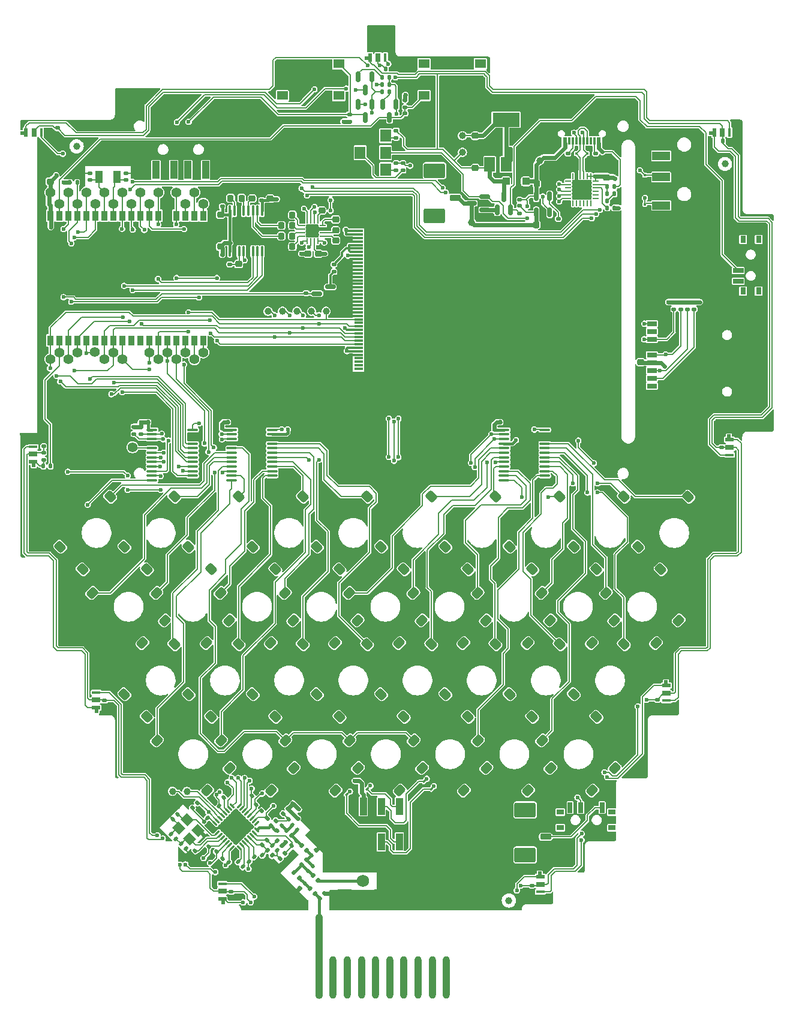
<source format=gbr>
G04 #@! TF.GenerationSoftware,KiCad,Pcbnew,7.99.0-1.20230226git51d46c0.fc37*
G04 #@! TF.CreationDate,2023-03-29T22:07:46+01:00*
G04 #@! TF.ProjectId,tr23-badge-r1,74723233-2d62-4616-9467-652d72312e6b,rev?*
G04 #@! TF.SameCoordinates,Original*
G04 #@! TF.FileFunction,Copper,L4,Bot*
G04 #@! TF.FilePolarity,Positive*
%FSLAX46Y46*%
G04 Gerber Fmt 4.6, Leading zero omitted, Abs format (unit mm)*
G04 Created by KiCad (PCBNEW 7.99.0-1.20230226git51d46c0.fc37) date 2023-03-29 22:07:46*
%MOMM*%
%LPD*%
G01*
G04 APERTURE LIST*
G04 Aperture macros list*
%AMRoundRect*
0 Rectangle with rounded corners*
0 $1 Rounding radius*
0 $2 $3 $4 $5 $6 $7 $8 $9 X,Y pos of 4 corners*
0 Add a 4 corners polygon primitive as box body*
4,1,4,$2,$3,$4,$5,$6,$7,$8,$9,$2,$3,0*
0 Add four circle primitives for the rounded corners*
1,1,$1+$1,$2,$3*
1,1,$1+$1,$4,$5*
1,1,$1+$1,$6,$7*
1,1,$1+$1,$8,$9*
0 Add four rect primitives between the rounded corners*
20,1,$1+$1,$2,$3,$4,$5,0*
20,1,$1+$1,$4,$5,$6,$7,0*
20,1,$1+$1,$6,$7,$8,$9,0*
20,1,$1+$1,$8,$9,$2,$3,0*%
%AMRotRect*
0 Rectangle, with rotation*
0 The origin of the aperture is its center*
0 $1 length*
0 $2 width*
0 $3 Rotation angle, in degrees counterclockwise*
0 Add horizontal line*
21,1,$1,$2,0,0,$3*%
%AMFreePoly0*
4,1,9,0.275000,-0.600000,-0.275000,-0.600000,-0.275000,-0.350000,-0.725000,-0.350000,-0.725000,0.200000,-0.275000,0.200000,-0.275000,0.600000,0.275000,0.600000,0.275000,-0.600000,0.275000,-0.600000,$1*%
%AMFreePoly1*
4,1,9,0.275000,0.200000,0.725000,0.200000,0.725000,-0.350000,0.275000,-0.350000,0.275000,-0.600000,-0.275000,-0.600000,-0.275000,0.600000,0.275000,0.600000,0.275000,0.200000,0.275000,0.200000,$1*%
%AMFreePoly2*
4,1,27,0.100000,-0.013558,0.207708,-0.045184,0.327430,-0.122125,0.420627,-0.229680,0.479746,-0.359134,0.500000,-0.500000,0.500000,-11.500000,0.479746,-11.640866,0.420627,-11.770320,0.327430,-11.877875,0.207708,-11.954816,0.071157,-11.994911,-0.071157,-11.994911,-0.207708,-11.954816,-0.327430,-11.877875,-0.420627,-11.770320,-0.479746,-11.640866,-0.500000,-11.500000,-0.500000,-0.500000,-0.479746,-0.359134,
-0.420627,-0.229680,-0.327430,-0.122125,-0.207708,-0.045184,-0.100000,-0.013558,-0.100000,0.100000,0.100000,0.100000,0.100000,-0.013558,0.100000,-0.013558,$1*%
%AMFreePoly3*
4,1,25,3.555000,-1.595000,1.645000,-1.595000,1.500000,-1.420000,1.360000,-1.280000,1.205000,-1.155000,1.035000,-1.045000,0.860000,-0.950000,0.675000,-0.875000,0.480000,-0.820000,0.280000,-0.780000,0.085000,-0.765000,-0.085000,-0.765000,-0.280000,-0.780000,-0.480000,-0.820000,-0.675000,-0.875000,-0.860000,-0.950000,-1.035000,-1.045000,-1.205000,-1.155000,-1.360000,-1.280000,-1.500000,-1.420000,
-1.645000,-1.595000,-3.555000,-1.595000,-3.555000,0.755000,3.555000,0.755000,3.555000,-1.595000,3.555000,-1.595000,$1*%
G04 Aperture macros list end*
G04 #@! TA.AperFunction,SMDPad,CuDef*
%ADD10C,1.400000*%
G04 #@! TD*
G04 #@! TA.AperFunction,SMDPad,CuDef*
%ADD11C,1.000000*%
G04 #@! TD*
G04 #@! TA.AperFunction,SMDPad,CuDef*
%ADD12RoundRect,0.225000X-0.250000X0.225000X-0.250000X-0.225000X0.250000X-0.225000X0.250000X0.225000X0*%
G04 #@! TD*
G04 #@! TA.AperFunction,SMDPad,CuDef*
%ADD13R,1.500000X1.800000*%
G04 #@! TD*
G04 #@! TA.AperFunction,SMDPad,CuDef*
%ADD14RoundRect,0.150000X-0.150000X0.587500X-0.150000X-0.587500X0.150000X-0.587500X0.150000X0.587500X0*%
G04 #@! TD*
G04 #@! TA.AperFunction,SMDPad,CuDef*
%ADD15RoundRect,0.135000X-0.135000X-0.185000X0.135000X-0.185000X0.135000X0.185000X-0.135000X0.185000X0*%
G04 #@! TD*
G04 #@! TA.AperFunction,SMDPad,CuDef*
%ADD16RoundRect,0.135000X0.135000X0.185000X-0.135000X0.185000X-0.135000X-0.185000X0.135000X-0.185000X0*%
G04 #@! TD*
G04 #@! TA.AperFunction,SMDPad,CuDef*
%ADD17RoundRect,0.135000X-0.185000X0.135000X-0.185000X-0.135000X0.185000X-0.135000X0.185000X0.135000X0*%
G04 #@! TD*
G04 #@! TA.AperFunction,SMDPad,CuDef*
%ADD18RoundRect,0.135000X0.185000X-0.135000X0.185000X0.135000X-0.185000X0.135000X-0.185000X-0.135000X0*%
G04 #@! TD*
G04 #@! TA.AperFunction,SMDPad,CuDef*
%ADD19RoundRect,0.150000X0.150000X-0.587500X0.150000X0.587500X-0.150000X0.587500X-0.150000X-0.587500X0*%
G04 #@! TD*
G04 #@! TA.AperFunction,SMDPad,CuDef*
%ADD20RoundRect,0.225000X0.250000X-0.225000X0.250000X0.225000X-0.250000X0.225000X-0.250000X-0.225000X0*%
G04 #@! TD*
G04 #@! TA.AperFunction,SMDPad,CuDef*
%ADD21RoundRect,0.225000X-0.225000X-0.250000X0.225000X-0.250000X0.225000X0.250000X-0.225000X0.250000X0*%
G04 #@! TD*
G04 #@! TA.AperFunction,SMDPad,CuDef*
%ADD22RoundRect,0.150000X0.150000X-0.512500X0.150000X0.512500X-0.150000X0.512500X-0.150000X-0.512500X0*%
G04 #@! TD*
G04 #@! TA.AperFunction,SMDPad,CuDef*
%ADD23RoundRect,0.140000X-0.170000X0.140000X-0.170000X-0.140000X0.170000X-0.140000X0.170000X0.140000X0*%
G04 #@! TD*
G04 #@! TA.AperFunction,SMDPad,CuDef*
%ADD24R,0.620000X1.100000*%
G04 #@! TD*
G04 #@! TA.AperFunction,SMDPad,CuDef*
%ADD25R,0.300000X1.100000*%
G04 #@! TD*
G04 #@! TA.AperFunction,ComponentPad*
%ADD26O,1.000000X2.100000*%
G04 #@! TD*
G04 #@! TA.AperFunction,ComponentPad*
%ADD27O,1.000000X1.800000*%
G04 #@! TD*
G04 #@! TA.AperFunction,SMDPad,CuDef*
%ADD28R,1.000000X1.800000*%
G04 #@! TD*
G04 #@! TA.AperFunction,SMDPad,CuDef*
%ADD29RoundRect,0.140000X0.170000X-0.140000X0.170000X0.140000X-0.170000X0.140000X-0.170000X-0.140000X0*%
G04 #@! TD*
G04 #@! TA.AperFunction,SMDPad,CuDef*
%ADD30R,1.550000X1.300000*%
G04 #@! TD*
G04 #@! TA.AperFunction,SMDPad,CuDef*
%ADD31FreePoly0,270.000000*%
G04 #@! TD*
G04 #@! TA.AperFunction,SMDPad,CuDef*
%ADD32R,1.200000X0.700000*%
G04 #@! TD*
G04 #@! TA.AperFunction,SMDPad,CuDef*
%ADD33R,1.200000X0.450000*%
G04 #@! TD*
G04 #@! TA.AperFunction,SMDPad,CuDef*
%ADD34FreePoly1,270.000000*%
G04 #@! TD*
G04 #@! TA.AperFunction,SMDPad,CuDef*
%ADD35FreePoly0,0.000000*%
G04 #@! TD*
G04 #@! TA.AperFunction,SMDPad,CuDef*
%ADD36R,0.700000X1.200000*%
G04 #@! TD*
G04 #@! TA.AperFunction,SMDPad,CuDef*
%ADD37R,0.450000X1.200000*%
G04 #@! TD*
G04 #@! TA.AperFunction,SMDPad,CuDef*
%ADD38FreePoly1,0.000000*%
G04 #@! TD*
G04 #@! TA.AperFunction,SMDPad,CuDef*
%ADD39FreePoly0,90.000000*%
G04 #@! TD*
G04 #@! TA.AperFunction,SMDPad,CuDef*
%ADD40FreePoly1,90.000000*%
G04 #@! TD*
G04 #@! TA.AperFunction,SMDPad,CuDef*
%ADD41R,0.800000X1.000000*%
G04 #@! TD*
G04 #@! TA.AperFunction,SMDPad,CuDef*
%ADD42R,1.500000X0.700000*%
G04 #@! TD*
G04 #@! TA.AperFunction,SMDPad,CuDef*
%ADD43RoundRect,0.140000X0.140000X0.170000X-0.140000X0.170000X-0.140000X-0.170000X0.140000X-0.170000X0*%
G04 #@! TD*
G04 #@! TA.AperFunction,SMDPad,CuDef*
%ADD44R,0.350000X0.400000*%
G04 #@! TD*
G04 #@! TA.AperFunction,SMDPad,CuDef*
%ADD45R,4.000000X4.000000*%
G04 #@! TD*
G04 #@! TA.AperFunction,SMDPad,CuDef*
%ADD46R,0.930000X1.450000*%
G04 #@! TD*
G04 #@! TA.AperFunction,SMDPad,CuDef*
%ADD47RoundRect,0.200000X0.600000X-0.200000X0.600000X0.200000X-0.600000X0.200000X-0.600000X-0.200000X0*%
G04 #@! TD*
G04 #@! TA.AperFunction,SMDPad,CuDef*
%ADD48RoundRect,0.250001X1.249999X-0.799999X1.249999X0.799999X-1.249999X0.799999X-1.249999X-0.799999X0*%
G04 #@! TD*
G04 #@! TA.AperFunction,ComponentPad*
%ADD49C,0.800000*%
G04 #@! TD*
G04 #@! TA.AperFunction,SMDPad,CuDef*
%ADD50FreePoly2,0.000000*%
G04 #@! TD*
G04 #@! TA.AperFunction,SMDPad,CuDef*
%ADD51O,1.000000X6.000000*%
G04 #@! TD*
G04 #@! TA.AperFunction,SMDPad,CuDef*
%ADD52RoundRect,0.140000X0.021213X-0.219203X0.219203X-0.021213X-0.021213X0.219203X-0.219203X0.021213X0*%
G04 #@! TD*
G04 #@! TA.AperFunction,SMDPad,CuDef*
%ADD53RoundRect,0.140000X-0.219203X-0.021213X-0.021213X-0.219203X0.219203X0.021213X0.021213X0.219203X0*%
G04 #@! TD*
G04 #@! TA.AperFunction,SMDPad,CuDef*
%ADD54RoundRect,0.135000X-0.035355X0.226274X-0.226274X0.035355X0.035355X-0.226274X0.226274X-0.035355X0*%
G04 #@! TD*
G04 #@! TA.AperFunction,SMDPad,CuDef*
%ADD55RoundRect,0.140000X0.219203X0.021213X0.021213X0.219203X-0.219203X-0.021213X-0.021213X-0.219203X0*%
G04 #@! TD*
G04 #@! TA.AperFunction,SMDPad,CuDef*
%ADD56FreePoly3,180.000000*%
G04 #@! TD*
G04 #@! TA.AperFunction,SMDPad,CuDef*
%ADD57FreePoly3,0.000000*%
G04 #@! TD*
G04 #@! TA.AperFunction,SMDPad,CuDef*
%ADD58C,1.730000*%
G04 #@! TD*
G04 #@! TA.AperFunction,SMDPad,CuDef*
%ADD59RoundRect,0.140000X-0.021213X0.219203X-0.219203X0.021213X0.021213X-0.219203X0.219203X-0.021213X0*%
G04 #@! TD*
G04 #@! TA.AperFunction,SMDPad,CuDef*
%ADD60RoundRect,0.147500X-0.017678X0.226274X-0.226274X0.017678X0.017678X-0.226274X0.226274X-0.017678X0*%
G04 #@! TD*
G04 #@! TA.AperFunction,SMDPad,CuDef*
%ADD61RoundRect,0.147500X-0.226274X-0.017678X-0.017678X-0.226274X0.226274X0.017678X0.017678X0.226274X0*%
G04 #@! TD*
G04 #@! TA.AperFunction,SMDPad,CuDef*
%ADD62RoundRect,0.147500X0.017678X-0.226274X0.226274X-0.017678X-0.017678X0.226274X-0.226274X0.017678X0*%
G04 #@! TD*
G04 #@! TA.AperFunction,SMDPad,CuDef*
%ADD63RotRect,1.400000X1.200000X135.000000*%
G04 #@! TD*
G04 #@! TA.AperFunction,SMDPad,CuDef*
%ADD64RoundRect,0.135000X0.226274X0.035355X0.035355X0.226274X-0.226274X-0.035355X-0.035355X-0.226274X0*%
G04 #@! TD*
G04 #@! TA.AperFunction,SMDPad,CuDef*
%ADD65RoundRect,0.062500X-0.309359X0.220971X0.220971X-0.309359X0.309359X-0.220971X-0.220971X0.309359X0*%
G04 #@! TD*
G04 #@! TA.AperFunction,SMDPad,CuDef*
%ADD66RoundRect,0.062500X-0.309359X-0.220971X-0.220971X-0.309359X0.309359X0.220971X0.220971X0.309359X0*%
G04 #@! TD*
G04 #@! TA.AperFunction,SMDPad,CuDef*
%ADD67RotRect,3.450000X3.450000X315.000000*%
G04 #@! TD*
G04 #@! TA.AperFunction,SMDPad,CuDef*
%ADD68R,3.800000X2.000000*%
G04 #@! TD*
G04 #@! TA.AperFunction,SMDPad,CuDef*
%ADD69R,1.500000X2.000000*%
G04 #@! TD*
G04 #@! TA.AperFunction,SMDPad,CuDef*
%ADD70RoundRect,0.250000X-0.300000X-0.300000X0.300000X-0.300000X0.300000X0.300000X-0.300000X0.300000X0*%
G04 #@! TD*
G04 #@! TA.AperFunction,SMDPad,CuDef*
%ADD71RotRect,0.400000X0.350000X45.000000*%
G04 #@! TD*
G04 #@! TA.AperFunction,SMDPad,CuDef*
%ADD72RoundRect,0.100000X-0.100000X0.637500X-0.100000X-0.637500X0.100000X-0.637500X0.100000X0.637500X0*%
G04 #@! TD*
G04 #@! TA.AperFunction,SMDPad,CuDef*
%ADD73RoundRect,0.225000X0.225000X0.250000X-0.225000X0.250000X-0.225000X-0.250000X0.225000X-0.250000X0*%
G04 #@! TD*
G04 #@! TA.AperFunction,SMDPad,CuDef*
%ADD74RoundRect,0.062500X-0.350000X-0.062500X0.350000X-0.062500X0.350000X0.062500X-0.350000X0.062500X0*%
G04 #@! TD*
G04 #@! TA.AperFunction,SMDPad,CuDef*
%ADD75RoundRect,0.062500X-0.062500X-0.350000X0.062500X-0.350000X0.062500X0.350000X-0.062500X0.350000X0*%
G04 #@! TD*
G04 #@! TA.AperFunction,SMDPad,CuDef*
%ADD76R,1.700000X1.700000*%
G04 #@! TD*
G04 #@! TA.AperFunction,SMDPad,CuDef*
%ADD77RoundRect,0.135000X0.035355X-0.226274X0.226274X-0.035355X-0.035355X0.226274X-0.226274X0.035355X0*%
G04 #@! TD*
G04 #@! TA.AperFunction,SMDPad,CuDef*
%ADD78R,1.400000X0.700000*%
G04 #@! TD*
G04 #@! TA.AperFunction,SMDPad,CuDef*
%ADD79R,2.200000X1.200000*%
G04 #@! TD*
G04 #@! TA.AperFunction,SMDPad,CuDef*
%ADD80R,1.400000X1.600000*%
G04 #@! TD*
G04 #@! TA.AperFunction,SMDPad,CuDef*
%ADD81RoundRect,0.140000X-0.140000X-0.170000X0.140000X-0.170000X0.140000X0.170000X-0.140000X0.170000X0*%
G04 #@! TD*
G04 #@! TA.AperFunction,SMDPad,CuDef*
%ADD82RoundRect,0.100000X0.637500X0.100000X-0.637500X0.100000X-0.637500X-0.100000X0.637500X-0.100000X0*%
G04 #@! TD*
G04 #@! TA.AperFunction,SMDPad,CuDef*
%ADD83RoundRect,0.135000X0.134997X0.185002X-0.135003X0.184998X-0.134997X-0.185002X0.135003X-0.184998X0*%
G04 #@! TD*
G04 #@! TA.AperFunction,SMDPad,CuDef*
%ADD84RoundRect,0.062500X-0.062500X0.350000X-0.062500X-0.350000X0.062500X-0.350000X0.062500X0.350000X0*%
G04 #@! TD*
G04 #@! TA.AperFunction,SMDPad,CuDef*
%ADD85RoundRect,0.062500X-0.350000X0.062500X-0.350000X-0.062500X0.350000X-0.062500X0.350000X0.062500X0*%
G04 #@! TD*
G04 #@! TA.AperFunction,SMDPad,CuDef*
%ADD86R,2.600000X2.600000*%
G04 #@! TD*
G04 #@! TA.AperFunction,SMDPad,CuDef*
%ADD87RoundRect,0.150000X0.587500X0.150000X-0.587500X0.150000X-0.587500X-0.150000X0.587500X-0.150000X0*%
G04 #@! TD*
G04 #@! TA.AperFunction,SMDPad,CuDef*
%ADD88R,3.250000X3.000000*%
G04 #@! TD*
G04 #@! TA.AperFunction,SMDPad,CuDef*
%ADD89R,1.000000X2.500000*%
G04 #@! TD*
G04 #@! TA.AperFunction,ComponentPad*
%ADD90C,0.550000*%
G04 #@! TD*
G04 #@! TA.AperFunction,SMDPad,CuDef*
%ADD91R,2.500000X1.200000*%
G04 #@! TD*
G04 #@! TA.AperFunction,SMDPad,CuDef*
%ADD92RoundRect,0.300000X0.106066X-0.530330X0.530330X-0.106066X-0.106066X0.530330X-0.530330X0.106066X0*%
G04 #@! TD*
G04 #@! TA.AperFunction,SMDPad,CuDef*
%ADD93R,1.000000X2.450000*%
G04 #@! TD*
G04 #@! TA.AperFunction,SMDPad,CuDef*
%ADD94RoundRect,0.300000X0.530330X0.106066X0.106066X0.530330X-0.530330X-0.106066X-0.106066X-0.530330X0*%
G04 #@! TD*
G04 #@! TA.AperFunction,SMDPad,CuDef*
%ADD95RoundRect,0.150000X-0.587500X-0.150000X0.587500X-0.150000X0.587500X0.150000X-0.587500X0.150000X0*%
G04 #@! TD*
G04 #@! TA.AperFunction,SMDPad,CuDef*
%ADD96R,1.200000X0.300000*%
G04 #@! TD*
G04 #@! TA.AperFunction,SMDPad,CuDef*
%ADD97R,3.300000X2.200000*%
G04 #@! TD*
G04 #@! TA.AperFunction,SMDPad,CuDef*
%ADD98R,1.000000X0.800000*%
G04 #@! TD*
G04 #@! TA.AperFunction,SMDPad,CuDef*
%ADD99R,0.700000X1.500000*%
G04 #@! TD*
G04 #@! TA.AperFunction,ViaPad*
%ADD100C,0.600000*%
G04 #@! TD*
G04 #@! TA.AperFunction,Conductor*
%ADD101C,0.200000*%
G04 #@! TD*
G04 #@! TA.AperFunction,Conductor*
%ADD102C,0.600000*%
G04 #@! TD*
G04 #@! TA.AperFunction,Conductor*
%ADD103C,0.440000*%
G04 #@! TD*
G04 #@! TA.AperFunction,Conductor*
%ADD104C,0.300000*%
G04 #@! TD*
G04 #@! TA.AperFunction,Conductor*
%ADD105C,0.400000*%
G04 #@! TD*
G04 APERTURE END LIST*
D10*
G04 #@! TO.P,TP7,1,1*
G04 #@! TO.N,/FSYNC*
X-28935000Y118465000D03*
G04 #@! TD*
D11*
G04 #@! TO.P,TP44,1,1*
G04 #@! TO.N,/~{RESET}*
X-7800000Y101700000D03*
G04 #@! TD*
G04 #@! TO.P,TP43,1,1*
G04 #@! TO.N,/MOSI*
X-9850000Y101700000D03*
G04 #@! TD*
G04 #@! TO.P,TP42,1,1*
G04 #@! TO.N,/~{DC}*
X-11900000Y101700000D03*
G04 #@! TD*
G04 #@! TO.P,TP41,1,1*
G04 #@! TO.N,/SCK*
X-13950000Y101700000D03*
G04 #@! TD*
G04 #@! TO.P,TP40,1,1*
G04 #@! TO.N,/~{DISP_CS}*
X-16000000Y101700000D03*
G04 #@! TD*
G04 #@! TO.P,TP39,1,1*
G04 #@! TO.N,VBUS*
X22350000Y122950000D03*
G04 #@! TD*
G04 #@! TO.P,TP38,1,1*
G04 #@! TO.N,+3.3V*
X11450000Y126500000D03*
G04 #@! TD*
G04 #@! TO.P,TP37,1,1*
G04 #@! TO.N,+VSW*
X11450000Y124150000D03*
G04 #@! TD*
G04 #@! TO.P,TP36,1,1*
G04 #@! TO.N,+BATT*
X12700000Y114250000D03*
G04 #@! TD*
D12*
G04 #@! TO.P,C9,2*
G04 #@! TO.N,GND*
X13250000Y124925000D03*
G04 #@! TO.P,C9,1*
G04 #@! TO.N,+3.3V*
X13250000Y126475000D03*
G04 #@! TD*
D13*
G04 #@! TO.P,D1,1,K*
G04 #@! TO.N,Net-(D1-K)*
X599999Y121699999D03*
G04 #@! TO.P,D1,2,A*
G04 #@! TO.N,GND*
X-2999999Y121699999D03*
G04 #@! TD*
D14*
G04 #@! TO.P,Q1,3,C*
G04 #@! TO.N,/EN*
X1150000Y129062500D03*
G04 #@! TO.P,Q1,2,E*
G04 #@! TO.N,/RTS*
X2100000Y130937500D03*
G04 #@! TO.P,Q1,1,B*
G04 #@! TO.N,Net-(Q1-B)*
X200000Y130937500D03*
G04 #@! TD*
G04 #@! TO.P,Q2,3,C*
G04 #@! TO.N,/~{RESET}*
X-2300000Y129062500D03*
G04 #@! TO.P,Q2,2,E*
G04 #@! TO.N,/DTR*
X-1350000Y130937500D03*
G04 #@! TO.P,Q2,1,B*
G04 #@! TO.N,Net-(Q2-B)*
X-3250000Y130937500D03*
G04 #@! TD*
D15*
G04 #@! TO.P,R3,2*
G04 #@! TO.N,/RTS*
X1110000Y134700000D03*
G04 #@! TO.P,R3,1*
G04 #@! TO.N,Net-(Q3-B)*
X90000Y134700000D03*
G04 #@! TD*
D16*
G04 #@! TO.P,R1,2*
G04 #@! TO.N,/DTR*
X90000Y132700000D03*
G04 #@! TO.P,R1,1*
G04 #@! TO.N,Net-(Q1-B)*
X1110000Y132700000D03*
G04 #@! TD*
D15*
G04 #@! TO.P,R2,2*
G04 #@! TO.N,/RTS*
X1110000Y133700000D03*
G04 #@! TO.P,R2,1*
G04 #@! TO.N,Net-(Q2-B)*
X90000Y133700000D03*
G04 #@! TD*
D17*
G04 #@! TO.P,R4,2*
G04 #@! TO.N,/SDA*
X-33950000Y84390000D03*
G04 #@! TO.P,R4,1*
G04 #@! TO.N,+3.3V*
X-33950000Y85410000D03*
G04 #@! TD*
D13*
G04 #@! TO.P,D4,1,K*
G04 #@! TO.N,Net-(D4-K)*
X599999Y126499999D03*
G04 #@! TO.P,D4,2,A*
G04 #@! TO.N,GND*
X-2999999Y126499999D03*
G04 #@! TD*
D10*
G04 #@! TO.P,TP16,1,1*
G04 #@! TO.N,/TXD0*
X-44175000Y94935000D03*
G04 #@! TD*
G04 #@! TO.P,TP17,1,1*
G04 #@! TO.N,/RXD0*
X-42905000Y95905000D03*
G04 #@! TD*
G04 #@! TO.P,TP1,1,1*
G04 #@! TO.N,/EN*
X-45445000Y116895000D03*
G04 #@! TD*
G04 #@! TO.P,TP2,1,1*
G04 #@! TO.N,/~{RESET}*
X-31475000Y94935000D03*
G04 #@! TD*
G04 #@! TO.P,TP3,1,1*
G04 #@! TO.N,/SD_DAT0*
X-30205000Y95905000D03*
G04 #@! TD*
G04 #@! TO.P,TP4,1,1*
G04 #@! TO.N,/SDA*
X-32745000Y95905000D03*
G04 #@! TD*
G04 #@! TO.P,TP5,1,1*
G04 #@! TO.N,/SCL*
X-36555000Y94935000D03*
G04 #@! TD*
G04 #@! TO.P,TP6,1,1*
G04 #@! TO.N,/I2S_WS*
X-31475000Y118465000D03*
G04 #@! TD*
G04 #@! TO.P,TP8,1,1*
G04 #@! TO.N,/SD_CLK*
X-32745000Y116895000D03*
G04 #@! TD*
G04 #@! TO.P,TP9,1,1*
G04 #@! TO.N,/SD_CMD*
X-28935000Y94935000D03*
G04 #@! TD*
G04 #@! TO.P,TP10,1,1*
G04 #@! TO.N,/SCK*
X-37825000Y95905000D03*
G04 #@! TD*
G04 #@! TO.P,TP11,1,1*
G04 #@! TO.N,/~{DISP_CS}*
X-39095000Y94935000D03*
G04 #@! TD*
G04 #@! TO.P,TP12,1,1*
G04 #@! TO.N,/~{CC_CS}*
X-40435000Y95935000D03*
G04 #@! TD*
G04 #@! TO.P,TP13,1,1*
G04 #@! TO.N,/LED_DIN*
X-45445000Y95905000D03*
G04 #@! TD*
G04 #@! TO.P,TP14,1,1*
G04 #@! TO.N,/MOSI*
X-46715000Y94935000D03*
G04 #@! TD*
G04 #@! TO.P,TP15,1,1*
G04 #@! TO.N,/I2S_SD*
X-36555000Y118465000D03*
G04 #@! TD*
G04 #@! TO.P,TP18,1,1*
G04 #@! TO.N,/_reserved7*
X-26395000Y94935000D03*
G04 #@! TD*
G04 #@! TO.P,TP19,1,1*
G04 #@! TO.N,/_reserved8*
X-27665000Y95905000D03*
G04 #@! TD*
G04 #@! TO.P,TP20,1,1*
G04 #@! TO.N,/_reserved9*
X-27665000Y116895000D03*
G04 #@! TD*
G04 #@! TO.P,TP21,1,1*
G04 #@! TO.N,/_reserved10*
X-26395000Y118465000D03*
G04 #@! TD*
G04 #@! TO.P,TP22,1,1*
G04 #@! TO.N,/_reserved11*
X-25125000Y116895000D03*
G04 #@! TD*
G04 #@! TO.P,TP23,1,1*
G04 #@! TO.N,/_reserved6*
X-25125000Y95905000D03*
G04 #@! TD*
G04 #@! TO.P,TP24,1,1*
G04 #@! TO.N,/KEY_INT*
X-42905000Y116895000D03*
G04 #@! TD*
G04 #@! TO.P,TP25,1,1*
G04 #@! TO.N,/BACKLIGHT*
X-44175000Y118465000D03*
G04 #@! TD*
G04 #@! TO.P,TP26,1,1*
G04 #@! TO.N,/MISO*
X-40365000Y116895000D03*
G04 #@! TD*
G04 #@! TO.P,TP27,1,1*
G04 #@! TO.N,/CC_INT*
X-41635000Y118465000D03*
G04 #@! TD*
G04 #@! TO.P,TP28,1,1*
G04 #@! TO.N,/32K_XN*
X-37825000Y116895000D03*
G04 #@! TD*
G04 #@! TO.P,TP29,1,1*
G04 #@! TO.N,/32K_XP*
X-39095000Y118465000D03*
G04 #@! TD*
G04 #@! TO.P,TP30,1,1*
G04 #@! TO.N,/~{DC}*
X-34015000Y118465000D03*
G04 #@! TD*
G04 #@! TO.P,TP31,1,1*
G04 #@! TO.N,/I2S_SCK*
X-35285000Y116895000D03*
G04 #@! TD*
G04 #@! TO.P,TP32,1,1*
G04 #@! TO.N,+3.3V*
X-46715000Y118465000D03*
G04 #@! TD*
D13*
G04 #@! TO.P,D2,1,K*
G04 #@! TO.N,VBUS*
X599999Y124099999D03*
G04 #@! TO.P,D2,2,A*
G04 #@! TO.N,Net-(D2-A)*
X-2999999Y124099999D03*
G04 #@! TD*
D18*
G04 #@! TO.P,R6,2*
G04 #@! TO.N,/~{RESET}*
X-4500000Y129510000D03*
G04 #@! TO.P,R6,1*
G04 #@! TO.N,+3.3V*
X-4500000Y128490000D03*
G04 #@! TD*
D19*
G04 #@! TO.P,Q5,3,D*
G04 #@! TO.N,+VSW*
X17310000Y117897500D03*
G04 #@! TO.P,Q5,2,S*
G04 #@! TO.N,Net-(Q4-S)*
X16360000Y116022500D03*
G04 #@! TO.P,Q5,1,G*
G04 #@! TO.N,/power/~{PWR_EN}*
X18260000Y116022500D03*
G04 #@! TD*
D20*
G04 #@! TO.P,C8,2*
G04 #@! TO.N,GND*
X13250000Y123475000D03*
G04 #@! TO.P,C8,1*
G04 #@! TO.N,+VSW*
X13250000Y121925000D03*
G04 #@! TD*
D17*
G04 #@! TO.P,R10,2*
G04 #@! TO.N,Net-(D2-A)*
X3050000Y121590000D03*
G04 #@! TO.P,R10,1*
G04 #@! TO.N,Net-(U1-STAT)*
X3050000Y122610000D03*
G04 #@! TD*
G04 #@! TO.P,R8,2*
G04 #@! TO.N,GND*
X25000000Y113740000D03*
G04 #@! TO.P,R8,1*
G04 #@! TO.N,Net-(U1-PROG)*
X25000000Y114760000D03*
G04 #@! TD*
D21*
G04 #@! TO.P,C7,2*
G04 #@! TO.N,GND*
X23385000Y113910000D03*
G04 #@! TO.P,C7,1*
G04 #@! TO.N,+BATT*
X21835000Y113910000D03*
G04 #@! TD*
G04 #@! TO.P,C6,2*
G04 #@! TO.N,GND*
X23485000Y119710000D03*
G04 #@! TO.P,C6,1*
G04 #@! TO.N,VBUS*
X21935000Y119710000D03*
G04 #@! TD*
D22*
G04 #@! TO.P,U1,5,PROG*
G04 #@! TO.N,Net-(U1-PROG)*
X23760000Y117947500D03*
G04 #@! TO.P,U1,4,V_{DD}*
G04 #@! TO.N,VBUS*
X21860000Y117947500D03*
G04 #@! TO.P,U1,3,V_{BAT}*
G04 #@! TO.N,+BATT*
X21860000Y115672500D03*
G04 #@! TO.P,U1,2,V_{SS}*
G04 #@! TO.N,GND*
X22810000Y115672500D03*
G04 #@! TO.P,U1,1,STAT*
G04 #@! TO.N,Net-(U1-STAT)*
X23760000Y115672500D03*
G04 #@! TD*
D17*
G04 #@! TO.P,R13,2*
G04 #@! TO.N,Net-(D4-K)*
X2100000Y126190000D03*
G04 #@! TO.P,R13,1*
G04 #@! TO.N,+VSW*
X2100000Y127210000D03*
G04 #@! TD*
D18*
G04 #@! TO.P,R12,2*
G04 #@! TO.N,GND*
X19510000Y118470000D03*
G04 #@! TO.P,R12,1*
G04 #@! TO.N,VBUS*
X19510000Y117450000D03*
G04 #@! TD*
D17*
G04 #@! TO.P,R9,2*
G04 #@! TO.N,Net-(D1-K)*
X2100000Y121590000D03*
G04 #@! TO.P,R9,1*
G04 #@! TO.N,Net-(U1-STAT)*
X2100000Y122610000D03*
G04 #@! TD*
G04 #@! TO.P,R11,2*
G04 #@! TO.N,/power/~{PWR_EN}*
X19510000Y115550000D03*
G04 #@! TO.P,R11,1*
G04 #@! TO.N,+BATT*
X19510000Y116570000D03*
G04 #@! TD*
G04 #@! TO.P,R5,2*
G04 #@! TO.N,/SCL*
X-34900000Y84390000D03*
G04 #@! TO.P,R5,1*
G04 #@! TO.N,+3.3V*
X-34900000Y85410000D03*
G04 #@! TD*
D23*
G04 #@! TO.P,C5,2*
G04 #@! TO.N,GND*
X3350000Y128670000D03*
G04 #@! TO.P,C5,1*
G04 #@! TO.N,/EN*
X3350000Y129630000D03*
G04 #@! TD*
D24*
G04 #@! TO.P,J2,A1,GND*
G04 #@! TO.N,GND*
X25099999Y125749999D03*
G04 #@! TO.P,J2,A4,VBUS*
G04 #@! TO.N,VBUS*
X25899999Y125749999D03*
D25*
G04 #@! TO.P,J2,A5,CC1*
G04 #@! TO.N,Net-(J2-CC1)*
X27049999Y125749999D03*
G04 #@! TO.P,J2,A6,Dp1*
G04 #@! TO.N,/usb/USB_DP*
X28049999Y125749999D03*
G04 #@! TO.P,J2,A7,Dn1*
G04 #@! TO.N,/usb/USB_DN*
X28549999Y125749999D03*
G04 #@! TO.P,J2,A8,SBU1*
G04 #@! TO.N,unconnected-(J2-SBU1-PadA8)*
X26549999Y125749999D03*
D24*
G04 #@! TO.P,J2,B1,GND*
G04 #@! TO.N,GND*
X31499999Y125749999D03*
G04 #@! TO.P,J2,B4,VBUS*
G04 #@! TO.N,VBUS*
X30699999Y125749999D03*
D25*
G04 #@! TO.P,J2,B5,CC2*
G04 #@! TO.N,Net-(J2-CC2)*
X30049999Y125749999D03*
G04 #@! TO.P,J2,B6,Dp2*
G04 #@! TO.N,/usb/USB_DP*
X29049999Y125749998D03*
G04 #@! TO.P,J2,B7,Dn2*
G04 #@! TO.N,/usb/USB_DN*
X27549999Y125749999D03*
G04 #@! TO.P,J2,B8,SBU2*
G04 #@! TO.N,unconnected-(J2-SBU2-PadB8)*
X29549999Y125749999D03*
D26*
G04 #@! TO.P,J2,SH,SH*
G04 #@! TO.N,GND*
X23979999Y126299999D03*
D27*
X23979999Y130449999D03*
D26*
X32619999Y126299999D03*
D27*
X32619999Y130449999D03*
G04 #@! TD*
D15*
G04 #@! TO.P,R17,2*
G04 #@! TO.N,Net-(R17-Pad2)*
X32910000Y118300000D03*
G04 #@! TO.P,R17,1*
G04 #@! TO.N,Net-(U3-VBUS)*
X31890000Y118300000D03*
G04 #@! TD*
D16*
G04 #@! TO.P,R16,2*
G04 #@! TO.N,Net-(U3-VBUS)*
X31890000Y119300000D03*
G04 #@! TO.P,R16,1*
G04 #@! TO.N,VBUS*
X32910000Y119300000D03*
G04 #@! TD*
D28*
G04 #@! TO.P,Y1,2,2*
G04 #@! TO.N,/32K_XN*
X-37349999Y120699999D03*
G04 #@! TO.P,Y1,1,1*
G04 #@! TO.N,/32K_XP*
X-39849999Y120699999D03*
G04 #@! TD*
D29*
G04 #@! TO.P,C31,2*
G04 #@! TO.N,GND*
X-47650000Y83580000D03*
G04 #@! TO.P,C31,1*
G04 #@! TO.N,+VSW*
X-47650000Y82620000D03*
G04 #@! TD*
D23*
G04 #@! TO.P,C32,2*
G04 #@! TO.N,GND*
X-39100000Y45770000D03*
G04 #@! TO.P,C32,1*
G04 #@! TO.N,+VSW*
X-39100000Y46730000D03*
G04 #@! TD*
G04 #@! TO.P,C33,2*
G04 #@! TO.N,GND*
X-21200000Y18770000D03*
G04 #@! TO.P,C33,1*
G04 #@! TO.N,+VSW*
X-21200000Y19730000D03*
G04 #@! TD*
D29*
G04 #@! TO.P,C36,2*
G04 #@! TO.N,GND*
X48000000Y83480000D03*
G04 #@! TO.P,C36,1*
G04 #@! TO.N,+VSW*
X48000000Y82520000D03*
G04 #@! TD*
D17*
G04 #@! TO.P,R21,2*
G04 #@! TO.N,Net-(LED1-DIN)*
X-47650000Y80740000D03*
G04 #@! TO.P,R21,1*
G04 #@! TO.N,+VSW*
X-47650000Y81760000D03*
G04 #@! TD*
D23*
G04 #@! TO.P,C34,2*
G04 #@! TO.N,GND*
X21250000Y19670000D03*
G04 #@! TO.P,C34,1*
G04 #@! TO.N,+VSW*
X21250000Y20630000D03*
G04 #@! TD*
D30*
G04 #@! TO.P,S1,1,1*
G04 #@! TO.N,/~{RESET}*
X-6019999Y136649999D03*
G04 #@! TO.P,S1,2,2*
G04 #@! TO.N,GND*
X-13979999Y136649999D03*
G04 #@! TO.P,S1,3*
G04 #@! TO.N,N/C*
X-13979999Y132149999D03*
G04 #@! TO.P,S1,4*
X-6019999Y132149999D03*
G04 #@! TD*
D23*
G04 #@! TO.P,C35,2*
G04 #@! TO.N,GND*
X38950000Y45890000D03*
G04 #@! TO.P,C35,1*
G04 #@! TO.N,+VSW*
X38950000Y46850000D03*
G04 #@! TD*
D31*
G04 #@! TO.P,LED6,1,DIN*
G04 #@! TO.N,Net-(LED5-DOUT)*
X49150000Y83575000D03*
D32*
G04 #@! TO.P,LED6,2,VDD*
G04 #@! TO.N,+VSW*
X49149999Y82449999D03*
D33*
G04 #@! TO.P,LED6,3,DOUT*
G04 #@! TO.N,Net-(LED6-DOUT)*
X49149999Y81424999D03*
D34*
G04 #@! TO.P,LED6,4,VSS*
G04 #@! TO.N,GND*
X49150000Y80425000D03*
G04 #@! TD*
D35*
G04 #@! TO.P,LED8,1,DIN*
G04 #@! TO.N,Net-(LED7-DOUT)*
X-1575000Y137550000D03*
D36*
G04 #@! TO.P,LED8,2,VDD*
G04 #@! TO.N,+VSW*
X-449999Y137549999D03*
D37*
G04 #@! TO.P,LED8,3,DOUT*
G04 #@! TO.N,Net-(LED8-DOUT)*
X574999Y137549999D03*
D38*
G04 #@! TO.P,LED8,4,VSS*
G04 #@! TO.N,GND*
X1575000Y137550000D03*
G04 #@! TD*
D39*
G04 #@! TO.P,LED1,1,DIN*
G04 #@! TO.N,Net-(LED1-DIN)*
X-49150000Y80425000D03*
D32*
G04 #@! TO.P,LED1,2,VDD*
G04 #@! TO.N,+VSW*
X-49149999Y81549999D03*
D33*
G04 #@! TO.P,LED1,3,DOUT*
G04 #@! TO.N,Net-(LED1-DOUT)*
X-49149999Y82574999D03*
D40*
G04 #@! TO.P,LED1,4,VSS*
G04 #@! TO.N,GND*
X-49150000Y83575000D03*
G04 #@! TD*
D39*
G04 #@! TO.P,LED3,1,DIN*
G04 #@! TO.N,Net-(LED2-DOUT)*
X-22450000Y18725000D03*
D32*
G04 #@! TO.P,LED3,2,VDD*
G04 #@! TO.N,+VSW*
X-22449999Y19849999D03*
D33*
G04 #@! TO.P,LED3,3,DOUT*
G04 #@! TO.N,Net-(LED3-DOUT)*
X-22449999Y20874999D03*
D40*
G04 #@! TO.P,LED3,4,VSS*
G04 #@! TO.N,GND*
X-22450000Y21875000D03*
G04 #@! TD*
D31*
G04 #@! TO.P,LED4,1,DIN*
G04 #@! TO.N,Net-(LED3-DOUT)*
X22450000Y21875000D03*
D32*
G04 #@! TO.P,LED4,2,VDD*
G04 #@! TO.N,+VSW*
X22449999Y20749999D03*
D33*
G04 #@! TO.P,LED4,3,DOUT*
G04 #@! TO.N,Net-(LED4-DOUT)*
X22449999Y19724999D03*
D34*
G04 #@! TO.P,LED4,4,VSS*
G04 #@! TO.N,GND*
X22450000Y18725000D03*
G04 #@! TD*
D35*
G04 #@! TO.P,LED7,1,DIN*
G04 #@! TO.N,Net-(LED6-DOUT)*
X47000000Y126950000D03*
D36*
G04 #@! TO.P,LED7,2,VDD*
G04 #@! TO.N,+VSW*
X48124999Y126949999D03*
D37*
G04 #@! TO.P,LED7,3,DOUT*
G04 #@! TO.N,Net-(LED7-DOUT)*
X49149999Y126949999D03*
D38*
G04 #@! TO.P,LED7,4,VSS*
G04 #@! TO.N,GND*
X50150000Y126950000D03*
G04 #@! TD*
D41*
G04 #@! TO.P,S3,*
G04 #@! TO.N,*
X51039999Y104549999D03*
X53249999Y111849999D03*
X53249999Y104549999D03*
X51039999Y111849999D03*
D42*
G04 #@! TO.P,S3,1,1*
G04 #@! TO.N,GND*
X50389999Y110449999D03*
G04 #@! TO.P,S3,2,2*
G04 #@! TO.N,/power/~{PWR_EN}*
X50389999Y107449999D03*
G04 #@! TO.P,S3,3,3*
G04 #@! TO.N,unconnected-(S3-Pad3)*
X50389999Y105949999D03*
G04 #@! TD*
D43*
G04 #@! TO.P,C3,2*
G04 #@! TO.N,GND*
X-47880000Y116900000D03*
G04 #@! TO.P,C3,1*
G04 #@! TO.N,+3.3V*
X-46920000Y116900000D03*
G04 #@! TD*
D44*
G04 #@! TO.P,D8,2,A2*
G04 #@! TO.N,GND*
X37199999Y119199999D03*
G04 #@! TO.P,D8,1,A1*
G04 #@! TO.N,/audio/OUTR*
X37199999Y120899999D03*
G04 #@! TD*
G04 #@! TO.P,D9,2,A2*
G04 #@! TO.N,GND*
X37199999Y115099999D03*
G04 #@! TO.P,D9,1,A1*
G04 #@! TO.N,/audio/OUTL*
X37199999Y116799999D03*
G04 #@! TD*
D11*
G04 #@! TO.P,TP35,1,1*
G04 #@! TO.N,Net-(U9-GPIO3)*
X-29473000Y33932400D03*
G04 #@! TD*
D23*
G04 #@! TO.P,C1,2*
G04 #@! TO.N,/32K_XP*
X-41140000Y120220000D03*
G04 #@! TO.P,C1,1*
G04 #@! TO.N,GND*
X-41140000Y121180000D03*
G04 #@! TD*
D45*
G04 #@! TO.P,A1,39,EXP*
G04 #@! TO.N,GND*
X-40194999Y107779999D03*
D46*
G04 #@! TO.P,A1,38,GND*
X-47984999Y97589999D03*
G04 #@! TO.P,A1,37,IO23*
G04 #@! TO.N,/MOSI*
X-46714999Y97589999D03*
G04 #@! TO.P,A1,36,IO22*
G04 #@! TO.N,/LED_DIN*
X-45444999Y97589999D03*
G04 #@! TO.P,A1,35,IO1/TXD0*
G04 #@! TO.N,/TXD0*
X-44174999Y97589999D03*
G04 #@! TO.P,A1,34,IO3/RXD0*
G04 #@! TO.N,/RXD0*
X-42904999Y97589999D03*
G04 #@! TO.P,A1,33,IO21*
G04 #@! TO.N,/~{CC_CS}*
X-41634999Y97589999D03*
G04 #@! TO.P,A1,32*
G04 #@! TO.N,N/C*
X-40364999Y97589999D03*
G04 #@! TO.P,A1,31,IO19*
G04 #@! TO.N,/~{DISP_CS}*
X-39094999Y97589999D03*
G04 #@! TO.P,A1,30,IO18*
G04 #@! TO.N,/SCK*
X-37824999Y97589999D03*
G04 #@! TO.P,A1,29,IO5*
G04 #@! TO.N,/SCL*
X-36554999Y97589999D03*
G04 #@! TO.P,A1,28*
G04 #@! TO.N,N/C*
X-35284999Y97589999D03*
G04 #@! TO.P,A1,27*
X-34014999Y97589999D03*
G04 #@! TO.P,A1,26,IO4*
G04 #@! TO.N,/SDA*
X-32744999Y97589999D03*
G04 #@! TO.P,A1,25,IO0*
G04 #@! TO.N,/~{RESET}*
X-31474999Y97589999D03*
G04 #@! TO.P,A1,24,IO2*
G04 #@! TO.N,/SD_DAT0*
X-30204999Y97589999D03*
G04 #@! TO.P,A1,23,IO15*
G04 #@! TO.N,/SD_CMD*
X-28934999Y97589999D03*
G04 #@! TO.P,A1,22,SDI/SD1*
G04 #@! TO.N,/_reserved8*
X-27664999Y97589999D03*
G04 #@! TO.P,A1,21,SDO/SD0*
G04 #@! TO.N,/_reserved7*
X-26394999Y97589999D03*
G04 #@! TO.P,A1,20,SCK/CLK*
G04 #@! TO.N,/_reserved6*
X-25124999Y97589999D03*
G04 #@! TO.P,A1,19,SCS/CMD*
G04 #@! TO.N,/_reserved11*
X-25124999Y115209999D03*
G04 #@! TO.P,A1,18,SWP/SD3*
G04 #@! TO.N,/_reserved10*
X-26394999Y115209999D03*
G04 #@! TO.P,A1,17,SHD/SD2*
G04 #@! TO.N,/_reserved9*
X-27664999Y115209999D03*
G04 #@! TO.P,A1,16,IO13*
G04 #@! TO.N,/FSYNC*
X-28934999Y115209999D03*
G04 #@! TO.P,A1,15,GND*
G04 #@! TO.N,GND*
X-30204999Y115209999D03*
G04 #@! TO.P,A1,14,IO12*
G04 #@! TO.N,/I2S_WS*
X-31474999Y115209999D03*
G04 #@! TO.P,A1,13,IO14*
G04 #@! TO.N,/SD_CLK*
X-32744999Y115209999D03*
G04 #@! TO.P,A1,12,IO27*
G04 #@! TO.N,/~{DC}*
X-34014999Y115209999D03*
G04 #@! TO.P,A1,11,IO26*
G04 #@! TO.N,/I2S_SCK*
X-35284999Y115209999D03*
G04 #@! TO.P,A1,10,IO25*
G04 #@! TO.N,/I2S_SD*
X-36554999Y115209999D03*
G04 #@! TO.P,A1,9,IO33*
G04 #@! TO.N,/32K_XN*
X-37824999Y115209999D03*
G04 #@! TO.P,A1,8,IO32*
G04 #@! TO.N,/32K_XP*
X-39094999Y115209999D03*
G04 #@! TO.P,A1,7,I35*
G04 #@! TO.N,/MISO*
X-40364999Y115209999D03*
G04 #@! TO.P,A1,6,I34*
G04 #@! TO.N,/CC_INT*
X-41634999Y115209999D03*
G04 #@! TO.P,A1,5,I39*
G04 #@! TO.N,/KEY_INT*
X-42904999Y115209999D03*
G04 #@! TO.P,A1,4,I36*
G04 #@! TO.N,/BACKLIGHT*
X-44174999Y115209999D03*
G04 #@! TO.P,A1,3,EN*
G04 #@! TO.N,/EN*
X-45444999Y115209999D03*
G04 #@! TO.P,A1,2,VDD3V3*
G04 #@! TO.N,+3.3V*
X-46714999Y115209999D03*
G04 #@! TO.P,A1,1,GND*
G04 #@! TO.N,GND*
X-47984999Y115209999D03*
G04 #@! TD*
D29*
G04 #@! TO.P,C2,2*
G04 #@! TO.N,GND*
X-36060000Y121180000D03*
G04 #@! TO.P,C2,1*
G04 #@! TO.N,/32K_XN*
X-36060000Y120220000D03*
G04 #@! TD*
D47*
G04 #@! TO.P,J1,1,Pin_1*
G04 #@! TO.N,+BATT*
X10400000Y117750000D03*
G04 #@! TO.P,J1,2,Pin_2*
G04 #@! TO.N,GND*
X10400000Y119000000D03*
D48*
G04 #@! TO.P,J1,MP*
G04 #@! TO.N,N/C*
X7500000Y115200000D03*
X7500000Y121550000D03*
G04 #@! TD*
D49*
G04 #@! TO.P,AE1,1,A*
G04 #@! TO.N,/radio/ANT*
X-8800000Y5150000D03*
D50*
X-8800000Y16650000D03*
D49*
X-6800000Y5150000D03*
D51*
X-6799999Y7649999D03*
D49*
X-6800000Y10150000D03*
X-4800000Y5150000D03*
D51*
X-4799999Y7649999D03*
D49*
X-4800000Y10150000D03*
X-2800000Y5150000D03*
D51*
X-2799999Y7649999D03*
D49*
X-2800000Y10150000D03*
X-800000Y5150000D03*
D51*
X-799999Y7649999D03*
D49*
X-800000Y10150000D03*
X1200000Y5150000D03*
D51*
X1199999Y7649999D03*
D49*
X1200000Y10150000D03*
X3200000Y5150000D03*
D51*
X3199999Y7649999D03*
D49*
X3200000Y10150000D03*
X5200000Y5150000D03*
D51*
X5199999Y7649999D03*
D49*
X5200000Y10150000D03*
X7200000Y5150000D03*
D51*
X7199999Y7649999D03*
D49*
X7200000Y10150000D03*
X9200000Y5150000D03*
D51*
X9199999Y7649999D03*
D49*
X9200000Y10150000D03*
G04 #@! TD*
D52*
G04 #@! TO.P,C43,2*
G04 #@! TO.N,Net-(U9-XOSC_Q2)*
X-28731999Y30707857D03*
G04 #@! TO.P,C43,1*
G04 #@! TO.N,GND*
X-29410821Y30029035D03*
G04 #@! TD*
D53*
G04 #@! TO.P,C41,2*
G04 #@! TO.N,Net-(U9-XOSC_Q1)*
X-28987557Y27242558D03*
G04 #@! TO.P,C41,1*
G04 #@! TO.N,GND*
X-29666379Y27921380D03*
G04 #@! TD*
D52*
G04 #@! TO.P,C62,2*
G04 #@! TO.N,GND*
X-17011087Y32712631D03*
G04 #@! TO.P,C62,1*
G04 #@! TO.N,+3.3V*
X-17689909Y32033809D03*
G04 #@! TD*
D54*
G04 #@! TO.P,R29,2*
G04 #@! TO.N,Net-(C47-Pad2)*
X-13887230Y30753663D03*
G04 #@! TO.P,R29,1*
G04 #@! TO.N,+3.3V*
X-13165982Y31474911D03*
G04 #@! TD*
D52*
G04 #@! TO.P,C65,2*
G04 #@! TO.N,GND*
X-21592715Y33752644D03*
G04 #@! TO.P,C65,1*
G04 #@! TO.N,Net-(U9-DCPL)*
X-22271537Y33073822D03*
G04 #@! TD*
D55*
G04 #@! TO.P,C66,2*
G04 #@! TO.N,GND*
X-23555713Y32504388D03*
G04 #@! TO.P,C66,1*
G04 #@! TO.N,+3.3V*
X-22876891Y31825566D03*
G04 #@! TD*
D56*
G04 #@! TO.P,J8,2,Ext*
G04 #@! TO.N,GND*
X-2582328Y18463378D03*
D57*
X-2582328Y24063378D03*
D58*
G04 #@! TO.P,J8,1,In*
G04 #@! TO.N,/radio/ANT_EXT*
X-2582328Y21263378D03*
G04 #@! TD*
D52*
G04 #@! TO.P,C68,2*
G04 #@! TO.N,GND*
X-17596501Y33959189D03*
G04 #@! TO.P,C68,1*
G04 #@! TO.N,+3.3V*
X-18275323Y33280367D03*
G04 #@! TD*
D59*
G04 #@! TO.P,C50,2*
G04 #@! TO.N,Net-(U9-PA)*
X-14710161Y28386128D03*
G04 #@! TO.P,C50,1*
G04 #@! TO.N,Net-(C50-Pad1)*
X-14031339Y29064950D03*
G04 #@! TD*
G04 #@! TO.P,C60,2*
G04 #@! TO.N,GND*
X-23061799Y23734355D03*
G04 #@! TO.P,C60,1*
G04 #@! TO.N,Net-(U9-DCPL_PFD_CHP)*
X-22382977Y24413177D03*
G04 #@! TD*
G04 #@! TO.P,C53,2*
G04 #@! TO.N,GND*
X-25001535Y25458564D03*
G04 #@! TO.P,C53,1*
G04 #@! TO.N,+3.3V*
X-24322713Y26137386D03*
G04 #@! TD*
G04 #@! TO.P,C67,2*
G04 #@! TO.N,GND*
X-11522170Y20258996D03*
G04 #@! TO.P,C67,1*
G04 #@! TO.N,Net-(C67-Pad1)*
X-10843348Y20937818D03*
G04 #@! TD*
D55*
G04 #@! TO.P,C42,2*
G04 #@! TO.N,Net-(U9-XOSC_Q1)*
X-28274900Y26512860D03*
G04 #@! TO.P,C42,1*
G04 #@! TO.N,GND*
X-27596078Y25834038D03*
G04 #@! TD*
D52*
G04 #@! TO.P,C59,2*
G04 #@! TO.N,GND*
X-15369397Y30726297D03*
G04 #@! TO.P,C59,1*
G04 #@! TO.N,+3.3V*
X-16048219Y30047475D03*
G04 #@! TD*
G04 #@! TO.P,C46,2*
G04 #@! TO.N,GND*
X-11786275Y32854618D03*
G04 #@! TO.P,C46,1*
G04 #@! TO.N,+3.3V*
X-12465097Y32175796D03*
G04 #@! TD*
D59*
G04 #@! TO.P,C61,2*
G04 #@! TO.N,Net-(C61-Pad2)*
X-10354737Y22701626D03*
G04 #@! TO.P,C61,1*
G04 #@! TO.N,Net-(C58-Pad2)*
X-9675915Y23380448D03*
G04 #@! TD*
D60*
G04 #@! TO.P,L8,2,2*
G04 #@! TO.N,Net-(C61-Pad2)*
X-11211397Y23533254D03*
G04 #@! TO.P,L8,1,1*
G04 #@! TO.N,Net-(C58-Pad2)*
X-10525503Y24219148D03*
G04 #@! TD*
G04 #@! TO.P,L1,2,2*
G04 #@! TO.N,Net-(U9-PA)*
X-15592947Y29057053D03*
G04 #@! TO.P,L1,1,1*
G04 #@! TO.N,Net-(C47-Pad2)*
X-14907053Y29742947D03*
G04 #@! TD*
D61*
G04 #@! TO.P,L2,2,2*
G04 #@! TO.N,Net-(C54-Pad2)*
X-15401782Y24889272D03*
G04 #@! TO.P,L2,1,1*
G04 #@! TO.N,Net-(U9-LNA_N)*
X-16087676Y25575166D03*
G04 #@! TD*
D59*
G04 #@! TO.P,C58,2*
G04 #@! TO.N,Net-(C58-Pad2)*
X-9842862Y24901788D03*
G04 #@! TO.P,C58,1*
G04 #@! TO.N,GND*
X-9164040Y25580610D03*
G04 #@! TD*
D52*
G04 #@! TO.P,C55,2*
G04 #@! TO.N,Net-(C52-Pad1)*
X-11983841Y26981530D03*
G04 #@! TO.P,C55,1*
G04 #@! TO.N,Net-(U9-TRX_SW)*
X-12662663Y26302708D03*
G04 #@! TD*
D53*
G04 #@! TO.P,C56,2*
G04 #@! TO.N,GND*
X-20860589Y23260589D03*
G04 #@! TO.P,C56,1*
G04 #@! TO.N,+3.3V*
X-21539411Y23939411D03*
G04 #@! TD*
D62*
G04 #@! TO.P,L3,2,2*
G04 #@! TO.N,Net-(U9-LNA_P)*
X-16174084Y27012007D03*
G04 #@! TO.P,L3,1,1*
G04 #@! TO.N,Net-(U9-LNA_N)*
X-16859978Y26326113D03*
G04 #@! TD*
D61*
G04 #@! TO.P,L5,2,2*
G04 #@! TO.N,Net-(C52-Pad1)*
X-12680765Y27718053D03*
G04 #@! TO.P,L5,1,1*
G04 #@! TO.N,Net-(C50-Pad1)*
X-13366659Y28403947D03*
G04 #@! TD*
D52*
G04 #@! TO.P,C45,2*
G04 #@! TO.N,GND*
X-11013973Y32082316D03*
G04 #@! TO.P,C45,1*
G04 #@! TO.N,+3.3V*
X-11692795Y31403494D03*
G04 #@! TD*
D53*
G04 #@! TO.P,C69,2*
G04 #@! TO.N,/radio/ANT*
X-9370586Y19468733D03*
G04 #@! TO.P,C69,1*
G04 #@! TO.N,Net-(C67-Pad1)*
X-10049408Y20147555D03*
G04 #@! TD*
D54*
G04 #@! TO.P,R27,2*
G04 #@! TO.N,Net-(U9-RBIAS)*
X-16868675Y31166755D03*
G04 #@! TO.P,R27,1*
G04 #@! TO.N,GND*
X-16147427Y31888003D03*
G04 #@! TD*
D63*
G04 #@! TO.P,Y2,4,4*
G04 #@! TO.N,GND*
X-25859841Y28391985D03*
G04 #@! TO.P,Y2,3,3*
G04 #@! TO.N,Net-(U9-XOSC_Q2)*
X-27415476Y29947620D03*
G04 #@! TO.P,Y2,2,2*
G04 #@! TO.N,GND*
X-28617557Y28745539D03*
G04 #@! TO.P,Y2,1,1*
G04 #@! TO.N,Net-(U9-XOSC_Q1)*
X-27061922Y27189904D03*
G04 #@! TD*
D53*
G04 #@! TO.P,C44,2*
G04 #@! TO.N,Net-(U9-LPF0)*
X-19545216Y23267382D03*
G04 #@! TO.P,C44,1*
G04 #@! TO.N,Net-(U9-LPF1)*
X-20224038Y23946204D03*
G04 #@! TD*
D60*
G04 #@! TO.P,L9,2,2*
G04 #@! TO.N,/radio/ANT*
X-8723866Y18800659D03*
G04 #@! TO.P,L9,1,1*
G04 #@! TO.N,GND*
X-8037972Y19486553D03*
G04 #@! TD*
D64*
G04 #@! TO.P,R30,2*
G04 #@! TO.N,Net-(C61-Pad2)*
X-9640773Y22078162D03*
G04 #@! TO.P,R30,1*
G04 #@! TO.N,/radio/ANT_EXT*
X-8919525Y21356914D03*
G04 #@! TD*
D55*
G04 #@! TO.P,C64,2*
G04 #@! TO.N,GND*
X-25208081Y30852021D03*
G04 #@! TO.P,C64,1*
G04 #@! TO.N,+3.3V*
X-24529259Y30173199D03*
G04 #@! TD*
D64*
G04 #@! TO.P,R31,2*
G04 #@! TO.N,Net-(C61-Pad2)*
X-12335343Y22433490D03*
G04 #@! TO.P,R31,1*
G04 #@! TO.N,Net-(C67-Pad1)*
X-11614095Y21712242D03*
G04 #@! TD*
D65*
G04 #@! TO.P,U9,1,VDD_GUARD*
G04 #@! TO.N,+3.3V*
X-23492216Y29409240D03*
G04 #@! TO.P,U9,2,~{RESET}*
G04 #@! TO.N,/CC_RESET*
X-23138662Y29762793D03*
G04 #@! TO.P,U9,3,GPIO3*
G04 #@! TO.N,Net-(U9-GPIO3)*
X-22785109Y30116347D03*
G04 #@! TO.P,U9,4,GPIO2*
G04 #@! TO.N,Net-(U9-GPIO2)*
X-22431555Y30469900D03*
G04 #@! TO.P,U9,5,DVDD*
G04 #@! TO.N,+3.3V*
X-22078002Y30823453D03*
G04 #@! TO.P,U9,6,DCPL*
G04 #@! TO.N,Net-(U9-DCPL)*
X-21724449Y31177007D03*
G04 #@! TO.P,U9,7,SI*
G04 #@! TO.N,/MOSI*
X-21370895Y31530560D03*
G04 #@! TO.P,U9,8,SCLK*
G04 #@! TO.N,/SCK*
X-21017342Y31884114D03*
D66*
G04 #@! TO.P,U9,9,SO(GPIO1)*
G04 #@! TO.N,/MISO*
X-20045070Y31884114D03*
G04 #@! TO.P,U9,10,GPIO0*
G04 #@! TO.N,/CC_INT*
X-19691517Y31530560D03*
G04 #@! TO.P,U9,11,~{CS}*
G04 #@! TO.N,/~{CC_CS}*
X-19337963Y31177007D03*
G04 #@! TO.P,U9,12,DVDD*
G04 #@! TO.N,+3.3V*
X-18984410Y30823453D03*
G04 #@! TO.P,U9,13,AVDD_IF*
X-18630857Y30469900D03*
G04 #@! TO.P,U9,14,RBIAS*
G04 #@! TO.N,Net-(U9-RBIAS)*
X-18277303Y30116347D03*
G04 #@! TO.P,U9,15,AVDD_RF*
G04 #@! TO.N,+3.3V*
X-17923750Y29762793D03*
G04 #@! TO.P,U9,16*
G04 #@! TO.N,N/C*
X-17570196Y29409240D03*
D65*
G04 #@! TO.P,U9,17,PA*
G04 #@! TO.N,Net-(U9-PA)*
X-17570196Y28436968D03*
G04 #@! TO.P,U9,18,TRX_SW*
G04 #@! TO.N,Net-(U9-TRX_SW)*
X-17923750Y28083415D03*
G04 #@! TO.P,U9,19,LNA_P*
G04 #@! TO.N,Net-(U9-LNA_P)*
X-18277303Y27729861D03*
G04 #@! TO.P,U9,20,LNA_N*
G04 #@! TO.N,Net-(U9-LNA_N)*
X-18630857Y27376308D03*
G04 #@! TO.P,U9,21,DCPL_VCO*
G04 #@! TO.N,Net-(U9-DCPL_VCO)*
X-18984410Y27022755D03*
G04 #@! TO.P,U9,22,AVDD_SYNTH1*
G04 #@! TO.N,+3.3V*
X-19337963Y26669201D03*
G04 #@! TO.P,U9,23,LPF0*
G04 #@! TO.N,Net-(U9-LPF0)*
X-19691517Y26315648D03*
G04 #@! TO.P,U9,24,LPF1*
G04 #@! TO.N,Net-(U9-LPF1)*
X-20045070Y25962094D03*
D66*
G04 #@! TO.P,U9,25,AVDD_PFD_CHP*
G04 #@! TO.N,+3.3V*
X-21017342Y25962094D03*
G04 #@! TO.P,U9,26,DCPL_PFD_CHP*
G04 #@! TO.N,Net-(U9-DCPL_PFD_CHP)*
X-21370895Y26315648D03*
G04 #@! TO.P,U9,27,AVDD_SYNTH2*
G04 #@! TO.N,+3.3V*
X-21724449Y26669201D03*
G04 #@! TO.P,U9,28,AVDD_XOSC*
X-22078002Y27022755D03*
G04 #@! TO.P,U9,29,DCPL_XOSC*
G04 #@! TO.N,Net-(U9-DCPL_XOSC)*
X-22431555Y27376308D03*
G04 #@! TO.P,U9,30,XOSC_Q1*
G04 #@! TO.N,Net-(U9-XOSC_Q1)*
X-22785109Y27729861D03*
G04 #@! TO.P,U9,31,XOSC_Q2*
G04 #@! TO.N,Net-(U9-XOSC_Q2)*
X-23138662Y28083415D03*
G04 #@! TO.P,U9,32,EXT_XOSC*
G04 #@! TO.N,GND*
X-23492216Y28436968D03*
D67*
G04 #@! TO.P,U9,33,GND_EP*
X-20531205Y28923103D03*
G04 #@! TD*
D53*
G04 #@! TO.P,C49,2*
G04 #@! TO.N,GND*
X-16110589Y24210589D03*
G04 #@! TO.P,C49,1*
G04 #@! TO.N,Net-(U9-LNA_N)*
X-16789411Y24889411D03*
G04 #@! TD*
D61*
G04 #@! TO.P,L6,2,2*
G04 #@! TO.N,Net-(C58-Pad2)*
X-10570405Y25625653D03*
G04 #@! TO.P,L6,1,1*
G04 #@! TO.N,Net-(C52-Pad1)*
X-11256299Y26311547D03*
G04 #@! TD*
D55*
G04 #@! TO.P,C52,2*
G04 #@! TO.N,Net-(C50-Pad1)*
X-12626742Y29136792D03*
G04 #@! TO.P,C52,1*
G04 #@! TO.N,Net-(C52-Pad1)*
X-11947920Y28457970D03*
G04 #@! TD*
D59*
G04 #@! TO.P,C57,2*
G04 #@! TO.N,GND*
X-26964559Y24860539D03*
G04 #@! TO.P,C57,1*
G04 #@! TO.N,Net-(U9-DCPL_XOSC)*
X-26285737Y25539361D03*
G04 #@! TD*
D62*
G04 #@! TO.P,L4,2,2*
G04 #@! TO.N,Net-(U9-TRX_SW)*
X-13614711Y25135134D03*
G04 #@! TO.P,L4,1,1*
G04 #@! TO.N,Net-(C54-Pad2)*
X-14300605Y24449240D03*
G04 #@! TD*
D53*
G04 #@! TO.P,C51,2*
G04 #@! TO.N,GND*
X-17982652Y23321263D03*
G04 #@! TO.P,C51,1*
G04 #@! TO.N,+3.3V*
X-18661474Y24000085D03*
G04 #@! TD*
D59*
G04 #@! TO.P,C47,2*
G04 #@! TO.N,Net-(C47-Pad2)*
X-13093715Y30002574D03*
G04 #@! TO.P,C47,1*
G04 #@! TO.N,+3.3V*
X-12414893Y30681396D03*
G04 #@! TD*
G04 #@! TO.P,C48,2*
G04 #@! TO.N,GND*
X-23959825Y24704223D03*
G04 #@! TO.P,C48,1*
G04 #@! TO.N,+3.3V*
X-23281003Y25383045D03*
G04 #@! TD*
D53*
G04 #@! TO.P,C63,2*
G04 #@! TO.N,GND*
X-17283889Y24023420D03*
G04 #@! TO.P,C63,1*
G04 #@! TO.N,Net-(U9-DCPL_VCO)*
X-17962711Y24702242D03*
G04 #@! TD*
G04 #@! TO.P,C54,2*
G04 #@! TO.N,Net-(C54-Pad2)*
X-14731799Y25566327D03*
G04 #@! TO.P,C54,1*
G04 #@! TO.N,Net-(U9-LNA_P)*
X-15410621Y26245149D03*
G04 #@! TD*
D11*
G04 #@! TO.P,FID4,*
G04 #@! TO.N,*
X48500000Y122500000D03*
G04 #@! TD*
G04 #@! TO.P,FID5,*
G04 #@! TO.N,*
X-43000000Y125000000D03*
G04 #@! TD*
G04 #@! TO.P,FID6,*
G04 #@! TO.N,*
X18000000Y18500000D03*
G04 #@! TD*
G04 #@! TO.P,TP34,1,1*
G04 #@! TO.N,Net-(U9-GPIO2)*
X-27439400Y33907000D03*
G04 #@! TD*
D17*
G04 #@! TO.P,R23,2*
G04 #@! TO.N,/SD_CLK*
X42250000Y102000000D03*
G04 #@! TO.P,R23,1*
G04 #@! TO.N,+3.3V*
X42250000Y103020000D03*
G04 #@! TD*
G04 #@! TO.P,R24,2*
G04 #@! TO.N,/SD_DAT0*
X41300000Y101990000D03*
G04 #@! TO.P,R24,1*
G04 #@! TO.N,+3.3V*
X41300000Y103010000D03*
G04 #@! TD*
G04 #@! TO.P,R22,2*
G04 #@! TO.N,/SD_CMD*
X43200000Y101990000D03*
G04 #@! TO.P,R22,1*
G04 #@! TO.N,+3.3V*
X43200000Y103010000D03*
G04 #@! TD*
D20*
G04 #@! TO.P,C37,2*
G04 #@! TO.N,GND*
X36600000Y96075000D03*
G04 #@! TO.P,C37,1*
G04 #@! TO.N,+3.3V*
X36600000Y94525000D03*
G04 #@! TD*
D61*
G04 #@! TO.P,L7,2,2*
G04 #@! TO.N,GND*
X-14057053Y26257053D03*
G04 #@! TO.P,L7,1,1*
G04 #@! TO.N,Net-(U9-LNA_P)*
X-14742947Y26942947D03*
G04 #@! TD*
D17*
G04 #@! TO.P,R25,2*
G04 #@! TO.N,Net-(J7-DAT3{slash}CD)*
X44150000Y101990000D03*
G04 #@! TO.P,R25,1*
G04 #@! TO.N,+3.3V*
X44150000Y103010000D03*
G04 #@! TD*
D68*
G04 #@! TO.P,U2,4,VOUT*
G04 #@! TO.N,+3.3V*
X17599999Y128749999D03*
D69*
G04 #@! TO.P,U2,3,VIN*
G04 #@! TO.N,+VSW*
X15299999Y122449999D03*
G04 #@! TO.P,U2,2,VOUT*
G04 #@! TO.N,+3.3V*
X17599999Y122449999D03*
G04 #@! TO.P,U2,1,GND*
G04 #@! TO.N,GND*
X19899999Y122449999D03*
G04 #@! TD*
D30*
G04 #@! TO.P,S2,1,1*
G04 #@! TO.N,/EN*
X6019999Y132149999D03*
G04 #@! TO.P,S2,2,2*
G04 #@! TO.N,GND*
X13979999Y132149999D03*
G04 #@! TO.P,S2,3*
G04 #@! TO.N,N/C*
X13979999Y136649999D03*
G04 #@! TO.P,S2,4*
X6019999Y136649999D03*
G04 #@! TD*
D17*
G04 #@! TO.P,R7,2*
G04 #@! TO.N,/EN*
X3350000Y130490000D03*
G04 #@! TO.P,R7,1*
G04 #@! TO.N,+3.3V*
X3350000Y131510000D03*
G04 #@! TD*
D14*
G04 #@! TO.P,Q3,3,C*
G04 #@! TO.N,/SD_DAT0*
X-2300000Y132962500D03*
G04 #@! TO.P,Q3,2,E*
G04 #@! TO.N,/DTR*
X-1350000Y134837500D03*
G04 #@! TO.P,Q3,1,B*
G04 #@! TO.N,Net-(Q3-B)*
X-3250000Y134837500D03*
G04 #@! TD*
D70*
G04 #@! TO.P,D3,2,A*
G04 #@! TO.N,VBUS*
X20400000Y120050000D03*
G04 #@! TO.P,D3,1,K*
G04 #@! TO.N,+VSW*
X17600000Y120050000D03*
G04 #@! TD*
D71*
G04 #@! TO.P,D13,2,A2*
G04 #@! TO.N,GND*
X-798958Y35451040D03*
G04 #@! TO.P,D13,1,A1*
G04 #@! TO.N,/LED_DOUT*
X-2001040Y34248958D03*
G04 #@! TD*
G04 #@! TO.P,D14,2,A2*
G04 #@! TO.N,GND*
X-3699999Y34649999D03*
G04 #@! TO.P,D14,1,A1*
G04 #@! TO.N,/SAO_GPIO2*
X-4902081Y33447917D03*
G04 #@! TD*
G04 #@! TO.P,D11,2,A2*
G04 #@! TO.N,GND*
X7201040Y36501040D03*
G04 #@! TO.P,D11,1,A1*
G04 #@! TO.N,/SDA*
X5998958Y35298958D03*
G04 #@! TD*
G04 #@! TO.P,D12,2,A2*
G04 #@! TO.N,GND*
X8251040Y35451040D03*
G04 #@! TO.P,D12,1,A1*
G04 #@! TO.N,/SCL*
X7048958Y34248958D03*
G04 #@! TD*
D21*
G04 #@! TO.P,C16,2*
G04 #@! TO.N,Net-(U4-CAPM)*
X-19725000Y117650000D03*
G04 #@! TO.P,C16,1*
G04 #@! TO.N,Net-(U4-CAPP)*
X-21275000Y117650000D03*
G04 #@! TD*
D20*
G04 #@! TO.P,C17,2*
G04 #@! TO.N,GND*
X-15700000Y119175000D03*
G04 #@! TO.P,C17,1*
G04 #@! TO.N,+3.3V*
X-15700000Y117625000D03*
G04 #@! TD*
D23*
G04 #@! TO.P,C18,2*
G04 #@! TO.N,GND*
X-21402200Y107372800D03*
G04 #@! TO.P,C18,1*
G04 #@! TO.N,/audio/LDO0*
X-21402200Y108332800D03*
G04 #@! TD*
D20*
G04 #@! TO.P,C15,2*
G04 #@! TO.N,GND*
X-18250000Y119175000D03*
G04 #@! TO.P,C15,1*
G04 #@! TO.N,Net-(U4-VNEG)*
X-18250000Y117625000D03*
G04 #@! TD*
D12*
G04 #@! TO.P,C20,2*
G04 #@! TO.N,GND*
X-20132200Y106823800D03*
G04 #@! TO.P,C20,1*
G04 #@! TO.N,/audio/LDO0*
X-20132200Y108373800D03*
G04 #@! TD*
D29*
G04 #@! TO.P,C14,2*
G04 #@! TO.N,GND*
X-16900000Y118330000D03*
G04 #@! TO.P,C14,1*
G04 #@! TO.N,+3.3V*
X-16900000Y117370000D03*
G04 #@! TD*
G04 #@! TO.P,C12,2*
G04 #@! TO.N,GND*
X-22450000Y117480000D03*
G04 #@! TO.P,C12,1*
G04 #@! TO.N,+3.3V*
X-22450000Y116520000D03*
G04 #@! TD*
D72*
G04 #@! TO.P,U4,20,DVDD*
G04 #@! TO.N,+3.3V*
X-21380800Y110171900D03*
G04 #@! TO.P,U4,19,DGND*
G04 #@! TO.N,GND*
X-20730800Y110171900D03*
G04 #@! TO.P,U4,18,LDOO*
G04 #@! TO.N,/audio/LDO0*
X-20080800Y110171900D03*
G04 #@! TO.P,U4,17,XSMT*
G04 #@! TO.N,+3.3V*
X-19430800Y110171900D03*
G04 #@! TO.P,U4,16,FMT*
G04 #@! TO.N,GND*
X-18780800Y110171900D03*
G04 #@! TO.P,U4,15,LRCK*
G04 #@! TO.N,/I2S_WS*
X-18130800Y110171900D03*
G04 #@! TO.P,U4,14,DIN*
G04 #@! TO.N,/I2S_SD*
X-17480800Y110171900D03*
G04 #@! TO.P,U4,13,BCK*
G04 #@! TO.N,/I2S_SCK*
X-16830800Y110171900D03*
G04 #@! TO.P,U4,12,SCK*
G04 #@! TO.N,GND*
X-16180800Y110171900D03*
G04 #@! TO.P,U4,11,FLT*
X-15530800Y110171900D03*
G04 #@! TO.P,U4,10,DEMP*
X-15530800Y115896900D03*
G04 #@! TO.P,U4,9,AGND*
X-16180800Y115896900D03*
G04 #@! TO.P,U4,8,AVDD*
G04 #@! TO.N,+3.3V*
X-16830800Y115896900D03*
G04 #@! TO.P,U4,7,OUTR*
G04 #@! TO.N,/audio/DAC_OUTR*
X-17480800Y115896900D03*
G04 #@! TO.P,U4,6,OUTL*
G04 #@! TO.N,/audio/DAC_OUTL*
X-18130800Y115896900D03*
G04 #@! TO.P,U4,5,VNEG*
G04 #@! TO.N,Net-(U4-VNEG)*
X-18780800Y115896900D03*
G04 #@! TO.P,U4,4,CAPM*
G04 #@! TO.N,Net-(U4-CAPM)*
X-19430800Y115896900D03*
G04 #@! TO.P,U4,3,CPGND*
G04 #@! TO.N,GND*
X-20080800Y115896900D03*
G04 #@! TO.P,U4,2,CAPP*
G04 #@! TO.N,Net-(U4-CAPP)*
X-20730800Y115896900D03*
G04 #@! TO.P,U4,1,CPVDD*
G04 #@! TO.N,+3.3V*
X-21380800Y115896900D03*
G04 #@! TD*
D20*
G04 #@! TO.P,C4,2*
G04 #@! TO.N,GND*
X-46750000Y121575000D03*
G04 #@! TO.P,C4,1*
G04 #@! TO.N,+3.3V*
X-46750000Y120025000D03*
G04 #@! TD*
D12*
G04 #@! TO.P,C26,2*
G04 #@! TO.N,GND*
X-8886800Y108287200D03*
G04 #@! TO.P,C26,1*
G04 #@! TO.N,+3.3V*
X-8886800Y109837200D03*
G04 #@! TD*
G04 #@! TO.P,C27,2*
G04 #@! TO.N,GND*
X-10360000Y108287200D03*
G04 #@! TO.P,C27,1*
G04 #@! TO.N,+3.3V*
X-10360000Y109837200D03*
G04 #@! TD*
G04 #@! TO.P,C13,2*
G04 #@! TO.N,GND*
X-22700000Y113825000D03*
G04 #@! TO.P,C13,1*
G04 #@! TO.N,+3.3V*
X-22700000Y115375000D03*
G04 #@! TD*
D23*
G04 #@! TO.P,C19,2*
G04 #@! TO.N,GND*
X-22450000Y108720000D03*
G04 #@! TO.P,C19,1*
G04 #@! TO.N,+3.3V*
X-22450000Y109680000D03*
G04 #@! TD*
D20*
G04 #@! TO.P,C21,2*
G04 #@! TO.N,GND*
X-22700000Y112375000D03*
G04 #@! TO.P,C21,1*
G04 #@! TO.N,+3.3V*
X-22700000Y110825000D03*
G04 #@! TD*
D73*
G04 #@! TO.P,C22,2*
G04 #@! TO.N,/audio/DAC_OUTL*
X-14100000Y112323200D03*
G04 #@! TO.P,C22,1*
G04 #@! TO.N,Net-(U5-INL+)*
X-12550000Y112323200D03*
G04 #@! TD*
G04 #@! TO.P,C23,2*
G04 #@! TO.N,GND*
X-14100000Y110850000D03*
G04 #@! TO.P,C23,1*
G04 #@! TO.N,Net-(U5-INL-)*
X-12550000Y110850000D03*
G04 #@! TD*
G04 #@! TO.P,C24,2*
G04 #@! TO.N,/audio/DAC_OUTR*
X-14100000Y113821800D03*
G04 #@! TO.P,C24,1*
G04 #@! TO.N,Net-(U5-INR+)*
X-12550000Y113821800D03*
G04 #@! TD*
G04 #@! TO.P,C25,2*
G04 #@! TO.N,GND*
X-14100000Y115295000D03*
G04 #@! TO.P,C25,1*
G04 #@! TO.N,Net-(U5-INR-)*
X-12550000Y115295000D03*
G04 #@! TD*
D20*
G04 #@! TO.P,C28,2*
G04 #@! TO.N,Net-(U5-CAP-)*
X-6450000Y114688600D03*
G04 #@! TO.P,C28,1*
G04 #@! TO.N,Net-(U5-CAP+)*
X-6450000Y113138600D03*
G04 #@! TD*
G04 #@! TO.P,C29,2*
G04 #@! TO.N,Net-(U5-HPVDD)*
X-6450000Y111725000D03*
G04 #@! TO.P,C29,1*
G04 #@! TO.N,GND*
X-6450000Y110175000D03*
G04 #@! TD*
D17*
G04 #@! TO.P,R14,2*
G04 #@! TO.N,GND*
X26350000Y122990000D03*
G04 #@! TO.P,R14,1*
G04 #@! TO.N,Net-(J2-CC1)*
X26350000Y124010000D03*
G04 #@! TD*
G04 #@! TO.P,R15,2*
G04 #@! TO.N,GND*
X30250000Y122990000D03*
G04 #@! TO.P,R15,1*
G04 #@! TO.N,Net-(J2-CC2)*
X30250000Y124010000D03*
G04 #@! TD*
D74*
G04 #@! TO.P,U5,1,INL-*
G04 #@! TO.N,Net-(U5-INL-)*
X-11187500Y112300000D03*
G04 #@! TO.P,U5,2,INL+*
G04 #@! TO.N,Net-(U5-INL+)*
X-11187500Y112800000D03*
G04 #@! TO.P,U5,3,INR+*
G04 #@! TO.N,Net-(U5-INR+)*
X-11187500Y113300000D03*
G04 #@! TO.P,U5,4,INR-*
G04 #@! TO.N,Net-(U5-INR-)*
X-11187500Y113800000D03*
D75*
G04 #@! TO.P,U5,5,OUTR*
G04 #@! TO.N,/audio/OUTR*
X-10475000Y114512500D03*
G04 #@! TO.P,U5,6,G0*
G04 #@! TO.N,/AMP_GAIN0*
X-9975000Y114512500D03*
G04 #@! TO.P,U5,7,G1*
G04 #@! TO.N,/AMP_GAIN1*
X-9475000Y114512500D03*
G04 #@! TO.P,U5,8,HPVSS*
G04 #@! TO.N,Net-(U5-HPVSS)*
X-8975000Y114512500D03*
D74*
G04 #@! TO.P,U5,9,CAP-*
G04 #@! TO.N,Net-(U5-CAP-)*
X-8262500Y113800000D03*
G04 #@! TO.P,U5,10,PGND*
G04 #@! TO.N,GND*
X-8262500Y113300000D03*
G04 #@! TO.P,U5,11,CAP+*
G04 #@! TO.N,Net-(U5-CAP+)*
X-8262500Y112800000D03*
G04 #@! TO.P,U5,12,HPVDD*
G04 #@! TO.N,Net-(U5-HPVDD)*
X-8262500Y112300000D03*
D75*
G04 #@! TO.P,U5,13,EN*
G04 #@! TO.N,/AMP_EN*
X-8975000Y111587500D03*
G04 #@! TO.P,U5,14,PVDD*
G04 #@! TO.N,+3.3V*
X-9475000Y111587500D03*
G04 #@! TO.P,U5,15,SGND*
G04 #@! TO.N,/audio/SGND*
X-9975000Y111587500D03*
G04 #@! TO.P,U5,16,OUTL*
G04 #@! TO.N,/audio/OUTL*
X-10475000Y111587500D03*
D76*
G04 #@! TO.P,U5,17,PAD*
G04 #@! TO.N,GND*
X-9724999Y113049999D03*
G04 #@! TD*
D10*
G04 #@! TO.P,TP33,1,1*
G04 #@! TO.N,/io_expander/P1_7*
X-35100000Y82500000D03*
G04 #@! TD*
D71*
G04 #@! TO.P,D10,2,A2*
G04 #@! TO.N,GND*
X-1847917Y36502081D03*
G04 #@! TO.P,D10,1,A1*
G04 #@! TO.N,+3.3V*
X-3049999Y35299999D03*
G04 #@! TD*
D77*
G04 #@! TO.P,R28,2*
G04 #@! TO.N,/CC_RESET*
X-25939376Y32310624D03*
G04 #@! TO.P,R28,1*
G04 #@! TO.N,+3.3V*
X-26660624Y31589376D03*
G04 #@! TD*
D15*
G04 #@! TO.P,R18,2*
G04 #@! TO.N,GND*
X32910000Y117300000D03*
G04 #@! TO.P,R18,1*
G04 #@! TO.N,Net-(R17-Pad2)*
X31890000Y117300000D03*
G04 #@! TD*
D78*
G04 #@! TO.P,J7,3,CMD*
G04 #@! TO.N,/SD_CMD*
X38199999Y93349999D03*
D79*
G04 #@! TO.P,J7,G,SHIELD*
G04 #@! TO.N,GND*
X48399999Y85649999D03*
X48399999Y101149999D03*
D80*
X38799999Y86549999D03*
X38799999Y101399999D03*
D78*
G04 #@! TO.P,J7,2,DAT3/CD*
G04 #@! TO.N,Net-(J7-DAT3{slash}CD)*
X38199999Y92249999D03*
G04 #@! TO.P,J7,1,DAT2*
G04 #@! TO.N,unconnected-(J7-DAT2-Pad1)*
X38199999Y91149999D03*
G04 #@! TO.P,J7,4,VDD*
G04 #@! TO.N,+3.3V*
X38199999Y94449999D03*
G04 #@! TO.P,J7,5,CLK*
G04 #@! TO.N,/SD_CLK*
X38199999Y95549999D03*
G04 #@! TO.P,J7,6,VSS*
G04 #@! TO.N,GND*
X38199999Y96649999D03*
G04 #@! TO.P,J7,7,DAT0*
G04 #@! TO.N,/SD_DAT0*
X38199999Y97749999D03*
G04 #@! TO.P,J7,8,DAT1*
G04 #@! TO.N,unconnected-(J7-DAT1-Pad8)*
X38199999Y98849999D03*
G04 #@! TO.P,J7,CD,CD*
G04 #@! TO.N,/SD_DETECT*
X38199999Y99949999D03*
G04 #@! TD*
D81*
G04 #@! TO.P,C38,2*
G04 #@! TO.N,GND*
X-31970000Y86050000D03*
G04 #@! TO.P,C38,1*
G04 #@! TO.N,+3.3V*
X-32930000Y86050000D03*
G04 #@! TD*
D82*
G04 #@! TO.P,U6,24,VDD*
G04 #@! TO.N,+3.3V*
X-32362500Y84975000D03*
G04 #@! TO.P,U6,23,SDA*
G04 #@! TO.N,/SDA*
X-32362500Y84325000D03*
G04 #@! TO.P,U6,22,SCL*
G04 #@! TO.N,/SCL*
X-32362500Y83675000D03*
G04 #@! TO.P,U6,21,A0*
G04 #@! TO.N,GND*
X-32362500Y83025000D03*
G04 #@! TO.P,U6,20,P1_7*
G04 #@! TO.N,/io_expander/P1_7*
X-32362500Y82375000D03*
G04 #@! TO.P,U6,19,P1_6*
G04 #@! TO.N,/AMP_GAIN1*
X-32362500Y81725000D03*
G04 #@! TO.P,U6,18,P1_5*
G04 #@! TO.N,/AMP_GAIN0*
X-32362500Y81075000D03*
G04 #@! TO.P,U6,17,P1_4*
G04 #@! TO.N,/AMP_EN*
X-32362500Y80425000D03*
G04 #@! TO.P,U6,16,P1_3*
G04 #@! TO.N,/SAO_GPIO2*
X-32362500Y79775000D03*
G04 #@! TO.P,U6,15,P1_2*
G04 #@! TO.N,/SD_DETECT*
X-32362500Y79125000D03*
G04 #@! TO.P,U6,14,P1_1*
G04 #@! TO.N,/LED_DOUT*
X-32362500Y78475000D03*
G04 #@! TO.P,U6,13,P1_0*
G04 #@! TO.N,/CC_RESET*
X-32362500Y77825000D03*
G04 #@! TO.P,U6,12,VSS*
G04 #@! TO.N,GND*
X-26637500Y77825000D03*
G04 #@! TO.P,U6,11,P0_7*
G04 #@! TO.N,/io_expander/BTN_START*
X-26637500Y78475000D03*
G04 #@! TO.P,U6,10,P0_6*
G04 #@! TO.N,/io_expander/BTN_B*
X-26637500Y79125000D03*
G04 #@! TO.P,U6,9,P0_5*
G04 #@! TO.N,/io_expander/BTN_A*
X-26637500Y79775000D03*
G04 #@! TO.P,U6,8,P0_4*
G04 #@! TO.N,/io_expander/JOY_PUSH*
X-26637500Y80425000D03*
G04 #@! TO.P,U6,7,P0_3*
G04 #@! TO.N,/io_expander/JOY_D*
X-26637500Y81075000D03*
G04 #@! TO.P,U6,6,P0_2*
G04 #@! TO.N,/io_expander/JOY_C*
X-26637500Y81725000D03*
G04 #@! TO.P,U6,5,P0_1*
G04 #@! TO.N,/io_expander/JOY_B*
X-26637500Y82375000D03*
G04 #@! TO.P,U6,4,P0_0*
G04 #@! TO.N,/io_expander/JOY_A*
X-26637500Y83025000D03*
G04 #@! TO.P,U6,3,A2*
G04 #@! TO.N,GND*
X-26637500Y83675000D03*
G04 #@! TO.P,U6,2,A1*
X-26637500Y84325000D03*
G04 #@! TO.P,U6,1,~{INT}*
G04 #@! TO.N,/KEY_INT*
X-26637500Y84975000D03*
G04 #@! TD*
D15*
G04 #@! TO.P,R26,2*
G04 #@! TO.N,/KEY_INT*
X-42940000Y119900000D03*
G04 #@! TO.P,R26,1*
G04 #@! TO.N,+3.3V*
X-43960000Y119900000D03*
G04 #@! TD*
D83*
G04 #@! TO.P,R19,2*
G04 #@! TO.N,Net-(U3-~{RST})*
X31890000Y116299991D03*
G04 #@! TO.P,R19,1*
G04 #@! TO.N,+3.3V*
X32910000Y116300009D03*
G04 #@! TD*
D44*
G04 #@! TO.P,D6,2,A2*
G04 #@! TO.N,GND*
X27549999Y122249999D03*
G04 #@! TO.P,D6,1,A1*
G04 #@! TO.N,/usb/USB_DP*
X27549999Y123949999D03*
G04 #@! TD*
G04 #@! TO.P,D7,2,A2*
G04 #@! TO.N,GND*
X25149999Y122349999D03*
G04 #@! TO.P,D7,1,A1*
G04 #@! TO.N,VBUS*
X25149999Y124049999D03*
G04 #@! TD*
G04 #@! TO.P,D5,2,A2*
G04 #@! TO.N,GND*
X29049999Y122249999D03*
G04 #@! TO.P,D5,1,A1*
G04 #@! TO.N,/usb/USB_DN*
X29049999Y123949999D03*
G04 #@! TD*
D20*
G04 #@! TO.P,C10,2*
G04 #@! TO.N,GND*
X31750000Y122175000D03*
G04 #@! TO.P,C10,1*
G04 #@! TO.N,+3.3V*
X31750000Y120625000D03*
G04 #@! TD*
D29*
G04 #@! TO.P,C11,2*
G04 #@! TO.N,GND*
X32950000Y121380000D03*
G04 #@! TO.P,C11,1*
G04 #@! TO.N,+3.3V*
X32950000Y120420000D03*
G04 #@! TD*
D84*
G04 #@! TO.P,U3,1,~{RI}/CLK*
G04 #@! TO.N,unconnected-(U3-~{RI}{slash}CLK-Pad1)*
X27050000Y120800000D03*
G04 #@! TO.P,U3,2,GND*
G04 #@! TO.N,GND*
X27550000Y120800000D03*
G04 #@! TO.P,U3,3,D+*
G04 #@! TO.N,/usb/USB_DP*
X28050000Y120800000D03*
G04 #@! TO.P,U3,4,D-*
G04 #@! TO.N,/usb/USB_DN*
X28550000Y120800000D03*
G04 #@! TO.P,U3,5,VIO*
G04 #@! TO.N,+3.3V*
X29050000Y120800000D03*
G04 #@! TO.P,U3,6,VDD*
X29550000Y120800000D03*
D85*
G04 #@! TO.P,U3,7,VREGIN*
X30237500Y120112500D03*
G04 #@! TO.P,U3,8,VBUS*
G04 #@! TO.N,Net-(U3-VBUS)*
X30237500Y119612500D03*
G04 #@! TO.P,U3,9,~{RST}*
G04 #@! TO.N,Net-(U3-~{RST})*
X30237500Y119112500D03*
G04 #@! TO.P,U3,10,NC*
G04 #@! TO.N,unconnected-(U3-NC-Pad10)*
X30237500Y118612500D03*
G04 #@! TO.P,U3,11,~{WAKEUP}/GPIO.3*
G04 #@! TO.N,unconnected-(U3-~{WAKEUP}{slash}GPIO.3-Pad11)*
X30237500Y118112500D03*
G04 #@! TO.P,U3,12,RS485/GPIO.2*
G04 #@! TO.N,unconnected-(U3-RS485{slash}GPIO.2-Pad12)*
X30237500Y117612500D03*
D84*
G04 #@! TO.P,U3,13,~{RXT}/GPIO.1*
G04 #@! TO.N,unconnected-(U3-~{RXT}{slash}GPIO.1-Pad13)*
X29550000Y116925000D03*
G04 #@! TO.P,U3,14,~{TXT}/GPIO.0*
G04 #@! TO.N,unconnected-(U3-~{TXT}{slash}GPIO.0-Pad14)*
X29050000Y116925000D03*
G04 #@! TO.P,U3,15,~{SUSPEND}*
G04 #@! TO.N,unconnected-(U3-~{SUSPEND}-Pad15)*
X28550000Y116925000D03*
G04 #@! TO.P,U3,16,NC*
G04 #@! TO.N,unconnected-(U3-NC-Pad16)*
X28050000Y116925000D03*
G04 #@! TO.P,U3,17,SUSPEND*
G04 #@! TO.N,unconnected-(U3-SUSPEND-Pad17)*
X27550000Y116925000D03*
G04 #@! TO.P,U3,18,~{CTS}*
G04 #@! TO.N,unconnected-(U3-~{CTS}-Pad18)*
X27050000Y116925000D03*
D85*
G04 #@! TO.P,U3,19,~{RTS}*
G04 #@! TO.N,/RTS*
X26362500Y117612500D03*
G04 #@! TO.P,U3,20,RXD*
G04 #@! TO.N,/TXD0*
X26362500Y118112500D03*
G04 #@! TO.P,U3,21,TXD*
G04 #@! TO.N,/RXD0*
X26362500Y118612500D03*
G04 #@! TO.P,U3,22,~{DSR}*
G04 #@! TO.N,unconnected-(U3-~{DSR}-Pad22)*
X26362500Y119112500D03*
G04 #@! TO.P,U3,23,~{DTR}*
G04 #@! TO.N,/DTR*
X26362500Y119612500D03*
G04 #@! TO.P,U3,24,~{DCD}*
G04 #@! TO.N,unconnected-(U3-~{DCD}-Pad24)*
X26362500Y120112500D03*
D86*
G04 #@! TO.P,U3,25,GND*
G04 #@! TO.N,GND*
X28299999Y118862499D03*
G04 #@! TD*
D87*
G04 #@! TO.P,Q4,3,D*
G04 #@! TO.N,+BATT*
X12722500Y116960000D03*
G04 #@! TO.P,Q4,2,S*
G04 #@! TO.N,Net-(Q4-S)*
X14597500Y116010000D03*
G04 #@! TO.P,Q4,1,G*
G04 #@! TO.N,VBUS*
X14597500Y117910000D03*
G04 #@! TD*
D88*
G04 #@! TO.P,J3,5,Shield*
G04 #@! TO.N,GND*
X-20699999Y130149999D03*
X-20799999Y124049999D03*
X-35799999Y124049999D03*
X-35899999Y130149999D03*
D89*
G04 #@! TO.P,J3,4,GND*
G04 #@! TO.N,unconnected-(J3-GND-Pad4)*
X-24799999Y121649999D03*
G04 #@! TO.P,J3,3,D+*
G04 #@! TO.N,unconnected-(J3-D+-Pad3)*
X-27299999Y121649999D03*
G04 #@! TO.P,J3,2,D-*
G04 #@! TO.N,unconnected-(J3-D--Pad2)*
X-29299999Y121649999D03*
G04 #@! TO.P,J3,1,VBUS*
G04 #@! TO.N,unconnected-(J3-VBUS-Pad1)*
X-31799999Y121649999D03*
G04 #@! TD*
D12*
G04 #@! TO.P,C30,2*
G04 #@! TO.N,Net-(U5-HPVSS)*
X-8367200Y115915200D03*
G04 #@! TO.P,C30,1*
G04 #@! TO.N,GND*
X-8367200Y117465200D03*
G04 #@! TD*
D90*
G04 #@! TO.P,J5,R1*
G04 #@! TO.N,/audio/OUTR*
X38550000Y120950000D03*
D91*
X39499999Y120649999D03*
D90*
X38550000Y120350000D03*
G04 #@! TO.P,J5,R2*
G04 #@! TO.N,unconnected-(J5-PadR2)*
X38550000Y123950000D03*
X40450000Y123950000D03*
D91*
X39499999Y123649999D03*
D90*
X38550000Y123350000D03*
X40450000Y123350000D03*
G04 #@! TO.P,J5,S*
G04 #@! TO.N,GND*
X45050000Y115850000D03*
X46950000Y115850000D03*
D91*
X45999999Y115549999D03*
D90*
X45050000Y115250000D03*
X46950000Y115250000D03*
G04 #@! TO.P,J5,T*
G04 #@! TO.N,/audio/OUTL*
X38550000Y116950000D03*
X40450000Y116950000D03*
D91*
X39499999Y116649999D03*
D90*
X38550000Y116350000D03*
X40450000Y116350000D03*
G04 #@! TD*
D92*
G04 #@! TO.P,SW5,4,A*
G04 #@! TO.N,unconnected-(SW5-A-Pad4)*
X27166476Y68460456D03*
G04 #@! TO.P,SW5,3,K*
G04 #@! TO.N,/keyboard/KEY4*
X34237544Y75531524D03*
G04 #@! TO.P,SW5,2,2*
G04 #@! TO.N,GND*
X37419524Y72349544D03*
G04 #@! TO.P,SW5,1,1*
G04 #@! TO.N,unconnected-(SW5-Pad1)*
X30348456Y65278476D03*
G04 #@! TD*
D47*
G04 #@! TO.P,J9,1,Pin_1*
G04 #@! TO.N,/audio/SPK*
X23200000Y27500000D03*
G04 #@! TO.P,J9,2,Pin_2*
G04 #@! TO.N,GND*
X23200000Y28750000D03*
D48*
G04 #@! TO.P,J9,MP*
G04 #@! TO.N,N/C*
X20300000Y24950000D03*
X20300000Y31300000D03*
G04 #@! TD*
D92*
G04 #@! TO.P,SW14,4,A*
G04 #@! TO.N,unconnected-(SW14-A-Pad4)*
X-21524Y47630456D03*
G04 #@! TO.P,SW14,3,K*
G04 #@! TO.N,/keyboard/KEY13*
X7049544Y54701524D03*
G04 #@! TO.P,SW14,2,2*
G04 #@! TO.N,GND*
X10231524Y51519544D03*
G04 #@! TO.P,SW14,1,1*
G04 #@! TO.N,unconnected-(SW14-Pad1)*
X3160456Y44448476D03*
G04 #@! TD*
G04 #@! TO.P,SW12,4,A*
G04 #@! TO.N,unconnected-(SW12-A-Pad4)*
X9042476Y68460456D03*
G04 #@! TO.P,SW12,3,K*
G04 #@! TO.N,/keyboard/KEY11*
X16113544Y75531524D03*
G04 #@! TO.P,SW12,2,2*
G04 #@! TO.N,GND*
X19295524Y72349544D03*
G04 #@! TO.P,SW12,1,1*
G04 #@! TO.N,unconnected-(SW12-Pad1)*
X12224456Y65278476D03*
G04 #@! TD*
D93*
G04 #@! TO.P,J6,6,Pin_6*
G04 #@! TO.N,/SAO_GPIO2*
X2546999Y26781999D03*
G04 #@! TO.P,J6,5,Pin_5*
G04 #@! TO.N,/LED_DOUT*
X2546999Y31781999D03*
G04 #@! TO.P,J6,4,Pin_4*
G04 #@! TO.N,/SCL*
X6999Y26781999D03*
G04 #@! TO.P,J6,3,Pin_3*
G04 #@! TO.N,/SDA*
X6999Y31781999D03*
G04 #@! TO.P,J6,2,Pin_2*
G04 #@! TO.N,GND*
X-2532999Y26781999D03*
D89*
G04 #@! TO.P,J6,1,Pin_1*
G04 #@! TO.N,+3.3V*
X-2532999Y31781999D03*
G04 #@! TD*
D94*
G04 #@! TO.P,SW16,4,A*
G04 #@! TO.N,unconnected-(SW16-A-Pad4)*
X2519544Y54858476D03*
G04 #@! TO.P,SW16,3,K*
G04 #@! TO.N,/keyboard/KEY15*
X-4551524Y61929544D03*
G04 #@! TO.P,SW16,2,2*
G04 #@! TO.N,GND*
X-1369544Y65111524D03*
G04 #@! TO.P,SW16,1,1*
G04 #@! TO.N,unconnected-(SW16-Pad1)*
X5701524Y58040456D03*
G04 #@! TD*
G04 #@! TO.P,SW32,4,A*
G04 #@! TO.N,unconnected-(SW32-A-Pad4)*
X11649544Y34038476D03*
G04 #@! TO.P,SW32,3,K*
G04 #@! TO.N,/keyboard/KEY31*
X4578476Y41109544D03*
G04 #@! TO.P,SW32,2,2*
G04 #@! TO.N,GND*
X7760456Y44291524D03*
G04 #@! TO.P,SW32,1,1*
G04 #@! TO.N,unconnected-(SW32-Pad1)*
X14831524Y37220456D03*
G04 #@! TD*
D92*
G04 #@! TO.P,SW1,4,A*
G04 #@! TO.N,unconnected-(SW1-A-Pad4)*
X36228476Y68460456D03*
G04 #@! TO.P,SW1,3,K*
G04 #@! TO.N,/keyboard/KEY0*
X43299544Y75531524D03*
G04 #@! TO.P,SW1,2,2*
G04 #@! TO.N,GND*
X46481524Y72349544D03*
G04 #@! TO.P,SW1,1,1*
G04 #@! TO.N,unconnected-(SW1-Pad1)*
X39410456Y65278476D03*
G04 #@! TD*
G04 #@! TO.P,SW28,4,A*
G04 #@! TO.N,unconnected-(SW28-A-Pad4)*
X-36269524Y47630456D03*
G04 #@! TO.P,SW28,3,K*
G04 #@! TO.N,/keyboard/KEY27*
X-29198456Y54701524D03*
G04 #@! TO.P,SW28,2,2*
G04 #@! TO.N,GND*
X-26016476Y51519544D03*
G04 #@! TO.P,SW28,1,1*
G04 #@! TO.N,unconnected-(SW28-Pad1)*
X-33087544Y44448476D03*
G04 #@! TD*
D39*
G04 #@! TO.P,LED2,1,DIN*
G04 #@! TO.N,Net-(LED1-DOUT)*
X-40250000Y45725000D03*
D32*
G04 #@! TO.P,LED2,2,VDD*
G04 #@! TO.N,+VSW*
X-40249999Y46849999D03*
D33*
G04 #@! TO.P,LED2,3,DOUT*
G04 #@! TO.N,Net-(LED2-DOUT)*
X-40249999Y47874999D03*
D40*
G04 #@! TO.P,LED2,4,VSS*
G04 #@! TO.N,GND*
X-40250000Y48875000D03*
G04 #@! TD*
D81*
G04 #@! TO.P,C40,2*
G04 #@! TO.N,GND*
X-20720000Y86050000D03*
G04 #@! TO.P,C40,1*
G04 #@! TO.N,+3.3V*
X-21680000Y86050000D03*
G04 #@! TD*
D94*
G04 #@! TO.P,SW21,4,A*
G04 #@! TO.N,unconnected-(SW21-A-Pad4)*
X-15536456Y34038476D03*
G04 #@! TO.P,SW21,3,K*
G04 #@! TO.N,/keyboard/KEY20*
X-22607524Y41109544D03*
G04 #@! TO.P,SW21,2,2*
G04 #@! TO.N,GND*
X-19425544Y44291524D03*
G04 #@! TO.P,SW21,1,1*
G04 #@! TO.N,unconnected-(SW21-Pad1)*
X-12354476Y37220456D03*
G04 #@! TD*
D23*
G04 #@! TO.P,C72,2*
G04 #@! TO.N,GND*
X-45700000Y126620000D03*
G04 #@! TO.P,C72,1*
G04 #@! TO.N,+VSW*
X-45700000Y127580000D03*
G04 #@! TD*
D16*
G04 #@! TO.P,R33,2*
G04 #@! TO.N,Net-(LED1-DIN)*
X-47710000Y79850000D03*
G04 #@! TO.P,R33,1*
G04 #@! TO.N,/LED_DIN*
X-46690000Y79850000D03*
G04 #@! TD*
D92*
G04 #@! TO.P,SW26,4,A*
G04 #@! TO.N,unconnected-(SW26-A-Pad4)*
X-27205524Y68460456D03*
G04 #@! TO.P,SW26,3,K*
G04 #@! TO.N,/keyboard/KEY25*
X-20134456Y75531524D03*
G04 #@! TO.P,SW26,2,2*
G04 #@! TO.N,GND*
X-16952476Y72349544D03*
G04 #@! TO.P,SW26,1,1*
G04 #@! TO.N,unconnected-(SW26-Pad1)*
X-24023544Y65278476D03*
G04 #@! TD*
D95*
G04 #@! TO.P,Q6,3,D*
G04 #@! TO.N,Net-(Q6-D)*
X-7212500Y105150000D03*
G04 #@! TO.P,Q6,2,S*
G04 #@! TO.N,GND*
X-9087500Y106100000D03*
G04 #@! TO.P,Q6,1,G*
G04 #@! TO.N,/BACKLIGHT*
X-9087500Y104200000D03*
G04 #@! TD*
D92*
G04 #@! TO.P,SW18,4,A*
G04 #@! TO.N,unconnected-(SW18-A-Pad4)*
X-9081524Y68460456D03*
G04 #@! TO.P,SW18,3,K*
G04 #@! TO.N,/keyboard/KEY17*
X-2010456Y75531524D03*
G04 #@! TO.P,SW18,2,2*
G04 #@! TO.N,GND*
X1171524Y72349544D03*
G04 #@! TO.P,SW18,1,1*
G04 #@! TO.N,unconnected-(SW18-Pad1)*
X-5899544Y65278476D03*
G04 #@! TD*
G04 #@! TO.P,SW29,4,A*
G04 #@! TO.N,unconnected-(SW29-A-Pad4)*
X-36267524Y68460456D03*
G04 #@! TO.P,SW29,3,K*
G04 #@! TO.N,/keyboard/KEY28*
X-29196456Y75531524D03*
G04 #@! TO.P,SW29,2,2*
G04 #@! TO.N,GND*
X-26014476Y72349544D03*
G04 #@! TO.P,SW29,1,1*
G04 #@! TO.N,unconnected-(SW29-Pad1)*
X-33085544Y65278476D03*
G04 #@! TD*
D94*
G04 #@! TO.P,SW34,4,A*
G04 #@! TO.N,unconnected-(SW34-A-Pad4)*
X-6474456Y34038476D03*
G04 #@! TO.P,SW34,3,K*
G04 #@! TO.N,/keyboard/KEY31*
X-13545524Y41109544D03*
G04 #@! TO.P,SW34,2,2*
G04 #@! TO.N,GND*
X-10363544Y44291524D03*
G04 #@! TO.P,SW34,1,1*
G04 #@! TO.N,unconnected-(SW34-Pad1)*
X-3292476Y37220456D03*
G04 #@! TD*
D92*
G04 #@! TO.P,SW31,4,A*
G04 #@! TO.N,unconnected-(SW31-A-Pad4)*
X-45329524Y68460456D03*
G04 #@! TO.P,SW31,3,K*
G04 #@! TO.N,/keyboard/KEY30*
X-38258456Y75531524D03*
G04 #@! TO.P,SW31,2,2*
G04 #@! TO.N,GND*
X-35076476Y72349544D03*
G04 #@! TO.P,SW31,1,1*
G04 #@! TO.N,unconnected-(SW31-Pad1)*
X-42147544Y65278476D03*
G04 #@! TD*
D94*
G04 #@! TO.P,SW8,4,A*
G04 #@! TO.N,unconnected-(SW8-A-Pad4)*
X20711544Y34038476D03*
G04 #@! TO.P,SW8,3,K*
G04 #@! TO.N,/keyboard/KEY7*
X13640476Y41109544D03*
G04 #@! TO.P,SW8,2,2*
G04 #@! TO.N,GND*
X16822456Y44291524D03*
G04 #@! TO.P,SW8,1,1*
G04 #@! TO.N,unconnected-(SW8-Pad1)*
X23893524Y37220456D03*
G04 #@! TD*
G04 #@! TO.P,SW30,4,A*
G04 #@! TO.N,unconnected-(SW30-A-Pad4)*
X-33728456Y54858476D03*
G04 #@! TO.P,SW30,3,K*
G04 #@! TO.N,/keyboard/KEY29*
X-40799524Y61929544D03*
G04 #@! TO.P,SW30,2,2*
G04 #@! TO.N,GND*
X-37617544Y65111524D03*
G04 #@! TO.P,SW30,1,1*
G04 #@! TO.N,unconnected-(SW30-Pad1)*
X-30546476Y58040456D03*
G04 #@! TD*
D92*
G04 #@! TO.P,SW9,4,A*
G04 #@! TO.N,unconnected-(SW9-A-Pad4)*
X18104476Y68460456D03*
G04 #@! TO.P,SW9,3,K*
G04 #@! TO.N,/keyboard/KEY8*
X25175544Y75531524D03*
G04 #@! TO.P,SW9,2,2*
G04 #@! TO.N,GND*
X28357524Y72349544D03*
G04 #@! TO.P,SW9,1,1*
G04 #@! TO.N,unconnected-(SW9-Pad1)*
X21286456Y65278476D03*
G04 #@! TD*
G04 #@! TO.P,SW20,4,A*
G04 #@! TO.N,unconnected-(SW20-A-Pad4)*
X-18145524Y47630456D03*
G04 #@! TO.P,SW20,3,K*
G04 #@! TO.N,/keyboard/KEY19*
X-11074456Y54701524D03*
G04 #@! TO.P,SW20,2,2*
G04 #@! TO.N,GND*
X-7892476Y51519544D03*
G04 #@! TO.P,SW20,1,1*
G04 #@! TO.N,unconnected-(SW20-Pad1)*
X-14963544Y44448476D03*
G04 #@! TD*
G04 #@! TO.P,SW7,4,A*
G04 #@! TO.N,unconnected-(SW7-A-Pad4)*
X18102476Y47630456D03*
G04 #@! TO.P,SW7,3,K*
G04 #@! TO.N,/keyboard/KEY6*
X25173544Y54701524D03*
G04 #@! TO.P,SW7,2,2*
G04 #@! TO.N,GND*
X28355524Y51519544D03*
G04 #@! TO.P,SW7,1,1*
G04 #@! TO.N,unconnected-(SW7-Pad1)*
X21284456Y44448476D03*
G04 #@! TD*
D94*
G04 #@! TO.P,SW10,4,A*
G04 #@! TO.N,unconnected-(SW10-A-Pad4)*
X20643544Y54858476D03*
G04 #@! TO.P,SW10,3,K*
G04 #@! TO.N,/keyboard/KEY9*
X13572476Y61929544D03*
G04 #@! TO.P,SW10,2,2*
G04 #@! TO.N,GND*
X16754456Y65111524D03*
G04 #@! TO.P,SW10,1,1*
G04 #@! TO.N,unconnected-(SW10-Pad1)*
X23825524Y58040456D03*
G04 #@! TD*
D81*
G04 #@! TO.P,C39,2*
G04 #@! TO.N,GND*
X17730000Y86050000D03*
G04 #@! TO.P,C39,1*
G04 #@! TO.N,+3.3V*
X16770000Y86050000D03*
G04 #@! TD*
D94*
G04 #@! TO.P,SW27,4,A*
G04 #@! TO.N,unconnected-(SW27-A-Pad4)*
X-24666456Y54858476D03*
G04 #@! TO.P,SW27,3,K*
G04 #@! TO.N,/keyboard/KEY26*
X-31737524Y61929544D03*
G04 #@! TO.P,SW27,2,2*
G04 #@! TO.N,GND*
X-28555544Y65111524D03*
G04 #@! TO.P,SW27,1,1*
G04 #@! TO.N,unconnected-(SW27-Pad1)*
X-21484476Y58040456D03*
G04 #@! TD*
G04 #@! TO.P,SW2,4,A*
G04 #@! TO.N,unconnected-(SW2-A-Pad4)*
X38767544Y54858476D03*
G04 #@! TO.P,SW2,3,K*
G04 #@! TO.N,/keyboard/KEY1*
X31696476Y61929544D03*
G04 #@! TO.P,SW2,2,2*
G04 #@! TO.N,GND*
X34878456Y65111524D03*
G04 #@! TO.P,SW2,1,1*
G04 #@! TO.N,unconnected-(SW2-Pad1)*
X41949524Y58040456D03*
G04 #@! TD*
D18*
G04 #@! TO.P,R20,2*
G04 #@! TO.N,GND*
X-10600000Y105270000D03*
G04 #@! TO.P,R20,1*
G04 #@! TO.N,/BACKLIGHT*
X-10600000Y104250000D03*
G04 #@! TD*
D94*
G04 #@! TO.P,SW23,4,A*
G04 #@! TO.N,unconnected-(SW23-A-Pad4)*
X-15604456Y54858476D03*
G04 #@! TO.P,SW23,3,K*
G04 #@! TO.N,/keyboard/KEY22*
X-22675524Y61929544D03*
G04 #@! TO.P,SW23,2,2*
G04 #@! TO.N,GND*
X-19493544Y65111524D03*
G04 #@! TO.P,SW23,1,1*
G04 #@! TO.N,unconnected-(SW23-Pad1)*
X-12422476Y58040456D03*
G04 #@! TD*
D92*
G04 #@! TO.P,SW3,4,A*
G04 #@! TO.N,unconnected-(SW3-A-Pad4)*
X27164476Y47630456D03*
G04 #@! TO.P,SW3,3,K*
G04 #@! TO.N,/keyboard/KEY2*
X34235544Y54701524D03*
G04 #@! TO.P,SW3,2,2*
G04 #@! TO.N,GND*
X37417524Y51519544D03*
G04 #@! TO.P,SW3,1,1*
G04 #@! TO.N,unconnected-(SW3-Pad1)*
X30346456Y44448476D03*
G04 #@! TD*
D35*
G04 #@! TO.P,LED9,1,DIN*
G04 #@! TO.N,Net-(LED8-DOUT)*
X-50150000Y126950000D03*
D36*
G04 #@! TO.P,LED9,2,VDD*
G04 #@! TO.N,+VSW*
X-49024999Y126949999D03*
D37*
G04 #@! TO.P,LED9,3,DOUT*
G04 #@! TO.N,/LED_DOUT*
X-47999999Y126949999D03*
D38*
G04 #@! TO.P,LED9,4,VSS*
G04 #@! TO.N,GND*
X-47000000Y126950000D03*
G04 #@! TD*
D96*
G04 #@! TO.P,J4,1,Pin_1*
G04 #@! TO.N,unconnected-(J4-Pin_1-Pad1)*
X-3199999Y93564999D03*
G04 #@! TO.P,J4,2,Pin_2*
G04 #@! TO.N,unconnected-(J4-Pin_2-Pad2)*
X-3199999Y94064999D03*
G04 #@! TO.P,J4,3,Pin_3*
G04 #@! TO.N,unconnected-(J4-Pin_3-Pad3)*
X-3199999Y94564999D03*
G04 #@! TO.P,J4,4,Pin_4*
G04 #@! TO.N,unconnected-(J4-Pin_4-Pad4)*
X-3199999Y95064999D03*
G04 #@! TO.P,J4,5,Pin_5*
G04 #@! TO.N,GND*
X-3199999Y95564999D03*
G04 #@! TO.P,J4,6,Pin_6*
G04 #@! TO.N,+3.3V*
X-3199999Y96064999D03*
G04 #@! TO.P,J4,7,Pin_7*
X-3199999Y96564999D03*
G04 #@! TO.P,J4,8,Pin_8*
G04 #@! TO.N,/FSYNC*
X-3199999Y97064999D03*
G04 #@! TO.P,J4,9,Pin_9*
G04 #@! TO.N,/~{DISP_CS}*
X-3199999Y97564999D03*
G04 #@! TO.P,J4,10,Pin_10*
G04 #@! TO.N,/SCK*
X-3199999Y98064999D03*
G04 #@! TO.P,J4,11,Pin_11*
G04 #@! TO.N,/~{DC}*
X-3199999Y98564999D03*
G04 #@! TO.P,J4,12,Pin_12*
G04 #@! TO.N,+3.3V*
X-3199999Y99064999D03*
G04 #@! TO.P,J4,13,Pin_13*
G04 #@! TO.N,/MOSI*
X-3199999Y99564999D03*
G04 #@! TO.P,J4,14,Pin_14*
G04 #@! TO.N,unconnected-(J4-Pin_14-Pad14)*
X-3199999Y100064999D03*
G04 #@! TO.P,J4,15,Pin_15*
G04 #@! TO.N,/~{RESET}*
X-3199999Y100564999D03*
G04 #@! TO.P,J4,16,Pin_16*
G04 #@! TO.N,GND*
X-3199999Y101064999D03*
G04 #@! TO.P,J4,17,Pin_17*
X-3199999Y101564999D03*
G04 #@! TO.P,J4,18,Pin_18*
X-3199999Y102064999D03*
G04 #@! TO.P,J4,19,Pin_19*
X-3199999Y102564999D03*
G04 #@! TO.P,J4,20,Pin_20*
X-3199999Y103064999D03*
G04 #@! TO.P,J4,21,Pin_21*
X-3199999Y103564999D03*
G04 #@! TO.P,J4,22,Pin_22*
X-3199999Y104064999D03*
G04 #@! TO.P,J4,23,Pin_23*
X-3199999Y104564999D03*
G04 #@! TO.P,J4,24,Pin_24*
X-3199999Y105064999D03*
G04 #@! TO.P,J4,25,Pin_25*
X-3199999Y105564999D03*
G04 #@! TO.P,J4,26,Pin_26*
X-3199999Y106064999D03*
G04 #@! TO.P,J4,27,Pin_27*
X-3199999Y106564999D03*
G04 #@! TO.P,J4,28,Pin_28*
X-3199999Y107064999D03*
G04 #@! TO.P,J4,29,Pin_29*
X-3199999Y107564999D03*
G04 #@! TO.P,J4,30,Pin_30*
X-3199999Y108064999D03*
G04 #@! TO.P,J4,31,Pin_31*
X-3199999Y108564999D03*
G04 #@! TO.P,J4,32,Pin_32*
X-3199999Y109064999D03*
G04 #@! TO.P,J4,33,Pin_33*
G04 #@! TO.N,+3.3V*
X-3199999Y109564999D03*
G04 #@! TO.P,J4,34,Pin_34*
G04 #@! TO.N,Net-(J4-Pin_34)*
X-3199999Y110064999D03*
G04 #@! TO.P,J4,35,Pin_35*
X-3199999Y110564999D03*
G04 #@! TO.P,J4,36,Pin_36*
X-3199999Y111064999D03*
G04 #@! TO.P,J4,37,Pin_37*
G04 #@! TO.N,GND*
X-3199999Y111564999D03*
G04 #@! TO.P,J4,38,Pin_38*
X-3199999Y112064999D03*
G04 #@! TO.P,J4,39,Pin_39*
G04 #@! TO.N,+3.3V*
X-3199999Y112564999D03*
G04 #@! TO.P,J4,40,Pin_40*
X-3199999Y113064999D03*
D97*
G04 #@! TO.P,J4,MP,MountPin*
G04 #@! TO.N,GND*
X-1029999Y114664999D03*
X-1029999Y91964999D03*
G04 #@! TD*
D31*
G04 #@! TO.P,LED5,1,DIN*
G04 #@! TO.N,Net-(LED4-DOUT)*
X40250000Y48875000D03*
D32*
G04 #@! TO.P,LED5,2,VDD*
G04 #@! TO.N,+VSW*
X40249999Y47749999D03*
D33*
G04 #@! TO.P,LED5,3,DOUT*
G04 #@! TO.N,Net-(LED5-DOUT)*
X40249999Y46724999D03*
D34*
G04 #@! TO.P,LED5,4,VSS*
G04 #@! TO.N,GND*
X40250000Y45725000D03*
G04 #@! TD*
D94*
G04 #@! TO.P,SW13,4,A*
G04 #@! TO.N,unconnected-(SW13-A-Pad4)*
X11581544Y54858476D03*
G04 #@! TO.P,SW13,3,K*
G04 #@! TO.N,/keyboard/KEY12*
X4510476Y61929544D03*
G04 #@! TO.P,SW13,2,2*
G04 #@! TO.N,GND*
X7692456Y65111524D03*
G04 #@! TO.P,SW13,1,1*
G04 #@! TO.N,unconnected-(SW13-Pad1)*
X14763524Y58040456D03*
G04 #@! TD*
D82*
G04 #@! TO.P,U7,24,VDD*
G04 #@! TO.N,+3.3V*
X17337500Y84975000D03*
G04 #@! TO.P,U7,23,SDA*
G04 #@! TO.N,/SDA*
X17337500Y84325000D03*
G04 #@! TO.P,U7,22,SCL*
G04 #@! TO.N,/SCL*
X17337500Y83675000D03*
G04 #@! TO.P,U7,21,A0*
G04 #@! TO.N,+3.3V*
X17337500Y83025000D03*
G04 #@! TO.P,U7,20,P1_7*
G04 #@! TO.N,/keyboard/KEY15*
X17337500Y82375000D03*
G04 #@! TO.P,U7,19,P1_6*
G04 #@! TO.N,/keyboard/KEY14*
X17337500Y81725000D03*
G04 #@! TO.P,U7,18,P1_5*
G04 #@! TO.N,/keyboard/KEY13*
X17337500Y81075000D03*
G04 #@! TO.P,U7,17,P1_4*
G04 #@! TO.N,/keyboard/KEY12*
X17337500Y80425000D03*
G04 #@! TO.P,U7,16,P1_3*
G04 #@! TO.N,/keyboard/KEY11*
X17337500Y79775000D03*
G04 #@! TO.P,U7,15,P1_2*
G04 #@! TO.N,/keyboard/KEY10*
X17337500Y79125000D03*
G04 #@! TO.P,U7,14,P1_1*
G04 #@! TO.N,/keyboard/KEY9*
X17337500Y78475000D03*
G04 #@! TO.P,U7,13,P1_0*
G04 #@! TO.N,/keyboard/KEY8*
X17337500Y77825000D03*
G04 #@! TO.P,U7,12,VSS*
G04 #@! TO.N,GND*
X23062500Y77825000D03*
G04 #@! TO.P,U7,11,P0_7*
G04 #@! TO.N,/keyboard/KEY7*
X23062500Y78475000D03*
G04 #@! TO.P,U7,10,P0_6*
G04 #@! TO.N,/keyboard/KEY6*
X23062500Y79125000D03*
G04 #@! TO.P,U7,9,P0_5*
G04 #@! TO.N,/keyboard/KEY5*
X23062500Y79775000D03*
G04 #@! TO.P,U7,8,P0_4*
G04 #@! TO.N,/keyboard/KEY4*
X23062500Y80425000D03*
G04 #@! TO.P,U7,7,P0_3*
G04 #@! TO.N,/keyboard/KEY3*
X23062500Y81075000D03*
G04 #@! TO.P,U7,6,P0_2*
G04 #@! TO.N,/keyboard/KEY2*
X23062500Y81725000D03*
G04 #@! TO.P,U7,5,P0_1*
G04 #@! TO.N,/keyboard/KEY1*
X23062500Y82375000D03*
G04 #@! TO.P,U7,4,P0_0*
G04 #@! TO.N,/keyboard/KEY0*
X23062500Y83025000D03*
G04 #@! TO.P,U7,3,A2*
G04 #@! TO.N,GND*
X23062500Y83675000D03*
G04 #@! TO.P,U7,2,A1*
X23062500Y84325000D03*
G04 #@! TO.P,U7,1,~{INT}*
G04 #@! TO.N,/KEY_INT*
X23062500Y84975000D03*
G04 #@! TD*
D92*
G04 #@! TO.P,SW15,4,A*
G04 #@! TO.N,unconnected-(SW15-A-Pad4)*
X-19524Y68460456D03*
G04 #@! TO.P,SW15,3,K*
G04 #@! TO.N,/keyboard/KEY14*
X7051544Y75531524D03*
G04 #@! TO.P,SW15,2,2*
G04 #@! TO.N,GND*
X10233524Y72349544D03*
G04 #@! TO.P,SW15,1,1*
G04 #@! TO.N,unconnected-(SW15-Pad1)*
X3162456Y65278476D03*
G04 #@! TD*
D98*
G04 #@! TO.P,S8,*
G04 #@! TO.N,*
X25249999Y30979999D03*
X32549999Y28769999D03*
X25249999Y28769999D03*
X32549999Y30979999D03*
D99*
G04 #@! TO.P,S8,1,1*
G04 #@! TO.N,/audio/SPK*
X31149999Y31629999D03*
G04 #@! TO.P,S8,2,2*
G04 #@! TO.N,/audio/OUTL*
X28149999Y31629999D03*
G04 #@! TO.P,S8,3,3*
G04 #@! TO.N,unconnected-(S8-Pad3)*
X26649999Y31629999D03*
G04 #@! TD*
D81*
G04 #@! TO.P,C70,2*
G04 #@! TO.N,GND*
X49180000Y125750000D03*
G04 #@! TO.P,C70,1*
G04 #@! TO.N,+VSW*
X48220000Y125750000D03*
G04 #@! TD*
D92*
G04 #@! TO.P,SW11,4,A*
G04 #@! TO.N,unconnected-(SW11-A-Pad4)*
X9040476Y47630456D03*
G04 #@! TO.P,SW11,3,K*
G04 #@! TO.N,/keyboard/KEY10*
X16111544Y54701524D03*
G04 #@! TO.P,SW11,2,2*
G04 #@! TO.N,GND*
X19293524Y51519544D03*
G04 #@! TO.P,SW11,1,1*
G04 #@! TO.N,unconnected-(SW11-Pad1)*
X12222456Y44448476D03*
G04 #@! TD*
G04 #@! TO.P,SW17,4,A*
G04 #@! TO.N,unconnected-(SW17-A-Pad4)*
X-9083524Y47630456D03*
G04 #@! TO.P,SW17,3,K*
G04 #@! TO.N,/keyboard/KEY16*
X-2012456Y54701524D03*
G04 #@! TO.P,SW17,2,2*
G04 #@! TO.N,GND*
X1169524Y51519544D03*
G04 #@! TO.P,SW17,1,1*
G04 #@! TO.N,unconnected-(SW17-Pad1)*
X-5901544Y44448476D03*
G04 #@! TD*
D81*
G04 #@! TO.P,C71,2*
G04 #@! TO.N,GND*
X1580000Y135900000D03*
G04 #@! TO.P,C71,1*
G04 #@! TO.N,+VSW*
X620000Y135900000D03*
G04 #@! TD*
D94*
G04 #@! TO.P,SW4,4,A*
G04 #@! TO.N,unconnected-(SW4-A-Pad4)*
X29773544Y34038476D03*
G04 #@! TO.P,SW4,3,K*
G04 #@! TO.N,/keyboard/KEY3*
X22702476Y41109544D03*
G04 #@! TO.P,SW4,2,2*
G04 #@! TO.N,GND*
X25884456Y44291524D03*
G04 #@! TO.P,SW4,1,1*
G04 #@! TO.N,unconnected-(SW4-Pad1)*
X32955524Y37220456D03*
G04 #@! TD*
D17*
G04 #@! TO.P,R32,2*
G04 #@! TO.N,Net-(Q6-D)*
X-6700000Y107290000D03*
G04 #@! TO.P,R32,1*
G04 #@! TO.N,Net-(J4-Pin_34)*
X-6700000Y108310000D03*
G04 #@! TD*
D94*
G04 #@! TO.P,SW6,4,A*
G04 #@! TO.N,unconnected-(SW6-A-Pad4)*
X29705544Y54858476D03*
G04 #@! TO.P,SW6,3,K*
G04 #@! TO.N,/keyboard/KEY5*
X22634476Y61929544D03*
G04 #@! TO.P,SW6,2,2*
G04 #@! TO.N,GND*
X25816456Y65111524D03*
G04 #@! TO.P,SW6,1,1*
G04 #@! TO.N,unconnected-(SW6-Pad1)*
X32887524Y58040456D03*
G04 #@! TD*
G04 #@! TO.P,SW33,4,A*
G04 #@! TO.N,unconnected-(SW33-A-Pad4)*
X2587544Y34038476D03*
G04 #@! TO.P,SW33,3,K*
G04 #@! TO.N,/keyboard/KEY31*
X-4483524Y41109544D03*
G04 #@! TO.P,SW33,2,2*
G04 #@! TO.N,GND*
X-1301544Y44291524D03*
G04 #@! TO.P,SW33,1,1*
G04 #@! TO.N,unconnected-(SW33-Pad1)*
X5769524Y37220456D03*
G04 #@! TD*
D92*
G04 #@! TO.P,SW24,4,A*
G04 #@! TO.N,unconnected-(SW24-A-Pad4)*
X-27207524Y47630456D03*
G04 #@! TO.P,SW24,3,K*
G04 #@! TO.N,/keyboard/KEY23*
X-20136456Y54701524D03*
G04 #@! TO.P,SW24,2,2*
G04 #@! TO.N,GND*
X-16954476Y51519544D03*
G04 #@! TO.P,SW24,1,1*
G04 #@! TO.N,unconnected-(SW24-Pad1)*
X-24025544Y44448476D03*
G04 #@! TD*
D94*
G04 #@! TO.P,SW25,4,A*
G04 #@! TO.N,unconnected-(SW25-A-Pad4)*
X-24598456Y34038476D03*
G04 #@! TO.P,SW25,3,K*
G04 #@! TO.N,/keyboard/KEY24*
X-31669524Y41109544D03*
G04 #@! TO.P,SW25,2,2*
G04 #@! TO.N,GND*
X-28487544Y44291524D03*
G04 #@! TO.P,SW25,1,1*
G04 #@! TO.N,unconnected-(SW25-Pad1)*
X-21416476Y37220456D03*
G04 #@! TD*
G04 #@! TO.P,SW19,4,A*
G04 #@! TO.N,unconnected-(SW19-A-Pad4)*
X-6542456Y54858476D03*
G04 #@! TO.P,SW19,3,K*
G04 #@! TO.N,/keyboard/KEY18*
X-13613524Y61929544D03*
G04 #@! TO.P,SW19,2,2*
G04 #@! TO.N,GND*
X-10431544Y65111524D03*
G04 #@! TO.P,SW19,1,1*
G04 #@! TO.N,unconnected-(SW19-Pad1)*
X-3360476Y58040456D03*
G04 #@! TD*
D82*
G04 #@! TO.P,U8,24,VDD*
G04 #@! TO.N,+3.3V*
X-21112500Y84975000D03*
G04 #@! TO.P,U8,23,SDA*
G04 #@! TO.N,/SDA*
X-21112500Y84325000D03*
G04 #@! TO.P,U8,22,SCL*
G04 #@! TO.N,/SCL*
X-21112500Y83675000D03*
G04 #@! TO.P,U8,21,A0*
G04 #@! TO.N,GND*
X-21112500Y83025000D03*
G04 #@! TO.P,U8,20,P1_7*
G04 #@! TO.N,/keyboard/KEY31*
X-21112500Y82375000D03*
G04 #@! TO.P,U8,19,P1_6*
G04 #@! TO.N,/keyboard/KEY30*
X-21112500Y81725000D03*
G04 #@! TO.P,U8,18,P1_5*
G04 #@! TO.N,/keyboard/KEY29*
X-21112500Y81075000D03*
G04 #@! TO.P,U8,17,P1_4*
G04 #@! TO.N,/keyboard/KEY28*
X-21112500Y80425000D03*
G04 #@! TO.P,U8,16,P1_3*
G04 #@! TO.N,/keyboard/KEY27*
X-21112500Y79775000D03*
G04 #@! TO.P,U8,15,P1_2*
G04 #@! TO.N,/keyboard/KEY26*
X-21112500Y79125000D03*
G04 #@! TO.P,U8,14,P1_1*
G04 #@! TO.N,/keyboard/KEY25*
X-21112500Y78475000D03*
G04 #@! TO.P,U8,13,P1_0*
G04 #@! TO.N,/keyboard/KEY24*
X-21112500Y77825000D03*
G04 #@! TO.P,U8,12,VSS*
G04 #@! TO.N,GND*
X-15387500Y77825000D03*
G04 #@! TO.P,U8,11,P0_7*
G04 #@! TO.N,/keyboard/KEY23*
X-15387500Y78475000D03*
G04 #@! TO.P,U8,10,P0_6*
G04 #@! TO.N,/keyboard/KEY22*
X-15387500Y79125000D03*
G04 #@! TO.P,U8,9,P0_5*
G04 #@! TO.N,/keyboard/KEY21*
X-15387500Y79775000D03*
G04 #@! TO.P,U8,8,P0_4*
G04 #@! TO.N,/keyboard/KEY20*
X-15387500Y80425000D03*
G04 #@! TO.P,U8,7,P0_3*
G04 #@! TO.N,/keyboard/KEY19*
X-15387500Y81075000D03*
G04 #@! TO.P,U8,6,P0_2*
G04 #@! TO.N,/keyboard/KEY18*
X-15387500Y81725000D03*
G04 #@! TO.P,U8,5,P0_1*
G04 #@! TO.N,/keyboard/KEY17*
X-15387500Y82375000D03*
G04 #@! TO.P,U8,4,P0_0*
G04 #@! TO.N,/keyboard/KEY16*
X-15387500Y83025000D03*
G04 #@! TO.P,U8,3,A2*
G04 #@! TO.N,GND*
X-15387500Y83675000D03*
G04 #@! TO.P,U8,2,A1*
G04 #@! TO.N,+3.3V*
X-15387500Y84325000D03*
G04 #@! TO.P,U8,1,~{INT}*
G04 #@! TO.N,/KEY_INT*
X-15387500Y84975000D03*
G04 #@! TD*
D92*
G04 #@! TO.P,SW22,4,A*
G04 #@! TO.N,unconnected-(SW22-A-Pad4)*
X-18143524Y68460456D03*
G04 #@! TO.P,SW22,3,K*
G04 #@! TO.N,/keyboard/KEY21*
X-11072456Y75531524D03*
G04 #@! TO.P,SW22,2,2*
G04 #@! TO.N,GND*
X-7890476Y72349544D03*
G04 #@! TO.P,SW22,1,1*
G04 #@! TO.N,unconnected-(SW22-Pad1)*
X-14961544Y65278476D03*
G04 #@! TD*
D100*
G04 #@! TO.N,GND*
X-19500000Y19100000D03*
G04 #@! TO.N,+3.3V*
X-46650000Y113600000D03*
G04 #@! TO.N,Net-(LED8-DOUT)*
X982155Y136632155D03*
G04 #@! TO.N,+VSW*
X-200002Y136400000D03*
G04 #@! TO.N,/audio/OUTL*
X37200000Y117700000D03*
G04 #@! TO.N,/audio/OUTR*
X36500000Y121600000D03*
G04 #@! TO.N,GND*
X-31900000Y67400000D03*
X-22150000Y55250000D03*
X-17050000Y67350000D03*
X20300000Y46800000D03*
X-1400000Y46400000D03*
X250000Y51600000D03*
X1550000Y63400000D03*
X2350000Y75200000D03*
X9000000Y132250000D03*
X14800000Y130600000D03*
X49150000Y115000000D03*
X50400000Y92500000D03*
X46250000Y68600000D03*
X41250000Y61050000D03*
X36350000Y52650000D03*
X32700000Y41200000D03*
X25600000Y34450000D03*
X15800000Y34450000D03*
X-12050000Y34550000D03*
X-32700000Y39550000D03*
X-37450000Y52150000D03*
X-41800000Y58800000D03*
X-46200000Y74650000D03*
X-7950000Y23000000D03*
X-10500000Y29550000D03*
X-10200000Y27750000D03*
X-12400000Y24950000D03*
X-13450000Y23700000D03*
X-14250000Y22800000D03*
X-13300000Y20150000D03*
G04 #@! TO.N,/~{DISP_CS}*
X-15050000Y101150000D03*
G04 #@! TO.N,/SCK*
X-12950000Y98700000D03*
X-12950000Y101150000D03*
G04 #@! TO.N,/~{DC}*
X-11050000Y101150000D03*
G04 #@! TO.N,/MOSI*
X-8800000Y101150000D03*
X-8800000Y99950000D03*
G04 #@! TO.N,/~{DC}*
X-11050000Y99300000D03*
X-33450000Y113200000D03*
X-33800000Y99900000D03*
G04 #@! TO.N,/~{DISP_CS}*
X-15050000Y98100000D03*
G04 #@! TO.N,GND*
X-21930429Y28921407D03*
X-19809108Y29628514D03*
X-20516215Y28921407D03*
X-21223322Y28214301D03*
X-19102002Y28921407D03*
X-19809108Y28214301D03*
X-20516215Y27507194D03*
X-20516215Y30335621D03*
X-21223322Y29628514D03*
X-21400000Y22500000D03*
X-19700000Y21556183D03*
X-18250000Y20400000D03*
X-17144730Y21556183D03*
X-7950000Y24550000D03*
X-14638461Y31256274D03*
X-24958472Y23741497D03*
X-25838537Y24621562D03*
X-24400000Y29100000D03*
X-13517626Y26776823D03*
X-10800000Y33100000D03*
X-15457361Y23633734D03*
X-16678676Y23436168D03*
X-17397096Y22717747D03*
X-25100000Y73400000D03*
X5150000Y121050000D03*
X50400000Y109450000D03*
X0Y20650000D03*
X-23200000Y123850000D03*
X20550000Y73200000D03*
X-30750000Y114100000D03*
X19950000Y123950000D03*
X30900000Y122050000D03*
X-1100000Y36250000D03*
X-12100000Y132850000D03*
X-7000000Y23000000D03*
X35600000Y128550000D03*
X2800000Y137000000D03*
X-47950000Y98800000D03*
X-16200000Y109000000D03*
X-5000000Y111600000D03*
X9800000Y119950000D03*
X-9250000Y117450000D03*
X-47950000Y96350000D03*
X37149500Y97000000D03*
X30350000Y122050000D03*
X-23967596Y32898310D03*
X-6900000Y73400000D03*
X50450000Y85500000D03*
X-29550000Y116600000D03*
X-15850000Y114750000D03*
X-36450000Y127800000D03*
X-8744650Y26000000D03*
X39300000Y96600000D03*
X-22212376Y107806165D03*
X23500000Y122400000D03*
X-14100000Y109950000D03*
X-46300000Y122800000D03*
X-7400000Y113350000D03*
X1950000Y19650000D03*
X31200000Y127600000D03*
X1950000Y17700000D03*
X-15750000Y52700000D03*
X10350000Y120500000D03*
X-18800000Y111350000D03*
X-6800000Y17750000D03*
X-47950000Y113900000D03*
X50950000Y115400000D03*
X19600000Y18150000D03*
X27200000Y122900000D03*
X1950000Y23700000D03*
X-22110034Y34273640D03*
X25300000Y63700000D03*
X2000000Y22750000D03*
X1350000Y20550000D03*
X21800000Y84050000D03*
X9800000Y120500000D03*
X-28700000Y31650000D03*
X-17950000Y71500000D03*
X-37350000Y49000000D03*
X10900000Y120500000D03*
X21050000Y123950000D03*
X-44000000Y123800000D03*
X1300000Y21750000D03*
X-9050000Y107150000D03*
X-23600000Y23300000D03*
X-25000000Y27700000D03*
X-7350000Y130350000D03*
X37550000Y101500000D03*
X-4850000Y95250000D03*
X-18850000Y106850000D03*
X-4850000Y108550000D03*
X0Y21750000D03*
X22200000Y77000000D03*
X-12100000Y19700000D03*
X33550000Y117300000D03*
X19400000Y123950000D03*
X-33650000Y83100000D03*
X45900000Y78800000D03*
X20500000Y123950000D03*
X-9850000Y107150000D03*
X-7000000Y19500000D03*
X-7000000Y24550000D03*
X4300000Y128650000D03*
X24850000Y127500000D03*
X-33350000Y124200000D03*
X500000Y71500000D03*
X10900000Y119950000D03*
X-27900000Y77800000D03*
X37400000Y45600000D03*
X-14100000Y116200000D03*
X27500000Y121600000D03*
X-30800000Y116550000D03*
X46900000Y101250000D03*
X-25700000Y31400000D03*
X-15428723Y32729036D03*
X-23650000Y128350000D03*
X-44750000Y89250000D03*
X1950000Y24700000D03*
X-37600000Y45550000D03*
X-15250000Y132550000D03*
X10350000Y119950000D03*
X-20250000Y22700000D03*
X38250000Y85000000D03*
G04 #@! TO.N,/SCL*
X13200000Y79700000D03*
X-22499118Y83629184D03*
X15975001Y83675001D03*
X-30800000Y83650000D03*
X-32750000Y93500000D03*
X7400000Y34650000D03*
G04 #@! TO.N,/SDA*
X-22530851Y84378014D03*
X-32750000Y94400000D03*
X-31000000Y84400000D03*
X6400000Y35700000D03*
X12650000Y80300000D03*
X15525001Y84324999D03*
G04 #@! TO.N,/SCK*
X-21100000Y35800000D03*
X-43350000Y93300000D03*
G04 #@! TO.N,/RXD0*
X-35150000Y120000000D03*
X-35500000Y100300000D03*
X8650000Y119150000D03*
X25100000Y118900000D03*
G04 #@! TO.N,/TXD0*
X9100000Y118450000D03*
X-35450000Y118900000D03*
X25100000Y118000000D03*
X-36450000Y100900000D03*
G04 #@! TO.N,/MOSI*
X-46750000Y93650000D03*
X-21700000Y35200000D03*
G04 #@! TO.N,VBUS*
X31200000Y124200000D03*
X24500000Y123400000D03*
X20600000Y114850000D03*
X20600000Y116550000D03*
G04 #@! TO.N,+VSW*
X19700000Y20600000D03*
X28275000Y27925000D03*
X-30850000Y27250000D03*
X36200000Y45900000D03*
X-18450000Y18250000D03*
X37450000Y46850000D03*
X2000000Y134750000D03*
X-28400000Y23550000D03*
X-9450000Y133050000D03*
X31500000Y36600000D03*
G04 #@! TO.N,/RTS*
X2150000Y129600000D03*
X25100000Y117200000D03*
G04 #@! TO.N,/DTR*
X25100000Y119700000D03*
X-1350000Y129700000D03*
G04 #@! TO.N,/SD_CMD*
X-24400000Y81850000D03*
X39300000Y93350000D03*
G04 #@! TO.N,/SD_CLK*
X40121502Y95600000D03*
X-27850000Y94200000D03*
X-27850000Y113300000D03*
X-23650000Y82450000D03*
G04 #@! TO.N,/usb/USB_DN*
X28400000Y126900000D03*
X27200000Y126900000D03*
G04 #@! TO.N,/io_expander/BTN_START*
X-36550000Y90300000D03*
G04 #@! TO.N,/io_expander/BTN_A*
X-28600000Y79800000D03*
G04 #@! TO.N,/io_expander/BTN_B*
X-28000000Y79150000D03*
G04 #@! TO.N,/io_expander/JOY_PUSH*
X-38100000Y90000000D03*
G04 #@! TO.N,/io_expander/JOY_A*
X-41150000Y92150000D03*
G04 #@! TO.N,/io_expander/JOY_C*
X-37700000Y91600000D03*
G04 #@! TO.N,/io_expander/JOY_D*
X-45300000Y91800000D03*
G04 #@! TO.N,/io_expander/JOY_B*
X-45850000Y92600000D03*
G04 #@! TO.N,/~{CC_CS}*
X-41650000Y95750000D03*
X-18600000Y35400000D03*
G04 #@! TO.N,/~{DISP_CS}*
X-24150000Y100399500D03*
X-24100000Y98600000D03*
G04 #@! TO.N,/SD_DAT0*
X-28850000Y128400000D03*
X-3612499Y132962499D03*
X-24950000Y83050000D03*
X37099998Y97750000D03*
X-4950000Y133150000D03*
X-30200000Y94650000D03*
G04 #@! TO.N,/I2S_WS*
X-31500000Y113950000D03*
X-31500000Y106250000D03*
G04 #@! TO.N,/I2S_SCK*
X-35100000Y113250000D03*
X-35100000Y104700000D03*
G04 #@! TO.N,/I2S_SD*
X-36600000Y113350000D03*
X-36300000Y105300000D03*
G04 #@! TO.N,/MISO*
X-43350000Y112150000D03*
X-20200000Y35800000D03*
G04 #@! TO.N,/CC_INT*
X-19300000Y35800000D03*
X-42800000Y112850000D03*
G04 #@! TO.N,+3.3V*
X-24168893Y23787969D03*
X-25084196Y24495838D03*
X-25021334Y29659485D03*
X-18753115Y22978175D03*
X-21978820Y23500001D03*
X-5000000Y113200000D03*
X-18311456Y34300000D03*
X-5350000Y128500000D03*
X30200000Y120800000D03*
X40000000Y93950000D03*
X-46650000Y114150000D03*
X17650000Y124100000D03*
X-21350000Y111350000D03*
X-22500000Y85200000D03*
X-33950000Y86050000D03*
X-14750000Y117550000D03*
X33500000Y116300000D03*
X-16813847Y33613847D03*
X18200000Y124650000D03*
X-5100000Y99300000D03*
X-19284003Y108910428D03*
X15950000Y85000000D03*
X-22818124Y33832257D03*
X-13200000Y85000000D03*
X17650000Y124650000D03*
X-4850000Y96100000D03*
X-15250815Y31850668D03*
X44950000Y103000000D03*
X-4700000Y109565000D03*
X3400000Y132250000D03*
X-11782739Y30088841D03*
X-44850000Y119900000D03*
X19000000Y83500000D03*
X18200000Y124100000D03*
X-7950000Y109850000D03*
X-45900000Y120900000D03*
X40500000Y103000000D03*
X-11300000Y109850000D03*
X-3750000Y35400000D03*
X-23222235Y33428145D03*
G04 #@! TO.N,/BACKLIGHT*
X-44850000Y103700000D03*
X-44850000Y113300000D03*
G04 #@! TO.N,/KEY_INT*
X-25700000Y85900000D03*
X-43750000Y103050000D03*
X-25750000Y103650000D03*
X-14050000Y85000000D03*
X-43750000Y111300000D03*
X21600000Y85000000D03*
G04 #@! TO.N,/FSYNC*
X-23200000Y106400000D03*
X-28950000Y113950000D03*
X-28900000Y106400000D03*
X-23200000Y97550000D03*
G04 #@! TO.N,/~{RESET}*
X-27200000Y101550000D03*
X-27200000Y128450000D03*
X-27200000Y98800000D03*
G04 #@! TO.N,/SD_DETECT*
X37150000Y99950000D03*
X-30050000Y83450000D03*
G04 #@! TO.N,/SAO_GPIO2*
X-4450000Y33900000D03*
X-31200000Y79750000D03*
G04 #@! TO.N,/LED_DOUT*
X-35800000Y76500000D03*
X-31150000Y78450000D03*
X-44250000Y79050000D03*
X-44950000Y123950000D03*
X-35800000Y78500000D03*
X-1550000Y34700000D03*
X-31150000Y76500000D03*
G04 #@! TO.N,/CC_RESET*
X-24391019Y30986866D03*
X-41450000Y74400000D03*
G04 #@! TO.N,/audio/OUTR*
X29700000Y114850000D03*
X-10500000Y118050000D03*
X-10900000Y116200000D03*
G04 #@! TO.N,/audio/OUTL*
X-11250000Y111400000D03*
X30300000Y115450000D03*
X27800000Y83450000D03*
X30000000Y80250000D03*
X-11250000Y119050000D03*
X27700000Y33050000D03*
G04 #@! TO.N,/AMP_EN*
X-7150000Y117400000D03*
X-7150000Y115900000D03*
X-8050000Y111400000D03*
X2400000Y86550000D03*
X2400000Y81100000D03*
X-30750000Y80425000D03*
G04 #@! TO.N,Net-(LED2-DOUT)*
X-27650000Y23600000D03*
X-19500000Y18250000D03*
X-31600000Y27700000D03*
X-23425000Y22525000D03*
G04 #@! TO.N,Net-(LED3-DOUT)*
X19125000Y19925000D03*
X-17950000Y19049500D03*
G04 #@! TO.N,Net-(LED4-DOUT)*
X28250000Y27050000D03*
X31900000Y35950000D03*
G04 #@! TO.N,Net-(Q2-B)*
X-650000Y133700000D03*
X-2300000Y130950000D03*
G04 #@! TO.N,Net-(U1-STAT)*
X4050000Y122250000D03*
X22800000Y117900000D03*
G04 #@! TO.N,/AMP_GAIN1*
X1050000Y86550000D03*
X-9400000Y115650000D03*
X-30750000Y81725000D03*
X1050000Y81150000D03*
G04 #@! TO.N,/AMP_GAIN0*
X1800000Y86100000D03*
X1800000Y80600000D03*
X-31150000Y81075000D03*
X-9450000Y116450000D03*
G04 #@! TO.N,/keyboard/KEY2*
X29100000Y76100000D03*
X30500000Y76100000D03*
G04 #@! TO.N,/keyboard/KEY4*
X27000000Y77400000D03*
X30500000Y77400000D03*
G04 #@! TO.N,/keyboard/KEY8*
X19800000Y75500000D03*
X23600000Y75500000D03*
G04 #@! TO.N,/keyboard/KEY12*
X16100000Y80400000D03*
X14900000Y80400000D03*
G04 #@! TO.N,/keyboard/KEY19*
X-8800000Y80750000D03*
X-10200000Y80750000D03*
G04 #@! TO.N,/keyboard/KEY26*
X-23550000Y78950999D03*
X-22450001Y78950999D03*
G04 #@! TO.N,Net-(LED8-DOUT)*
X-1913556Y136386444D03*
G04 #@! TO.N,/audio/SGND*
X30850000Y116050000D03*
X-10250000Y110750000D03*
X-9750000Y119250000D03*
G04 #@! TD*
D101*
G04 #@! TO.N,/power/~{PWR_EN}*
X36550000Y128750000D02*
X37500000Y127800000D01*
X37500000Y127800000D02*
X44900000Y127800000D01*
X36550000Y131400000D02*
X36550000Y128750000D01*
X45800000Y126900000D02*
X45800000Y122450000D01*
X35900000Y132050000D02*
X36550000Y131400000D01*
X30250000Y132050000D02*
X35900000Y132050000D01*
X18750000Y119600000D02*
X18750000Y125000000D01*
X26850000Y128650000D02*
X30250000Y132050000D01*
X48100000Y120150000D02*
X48100000Y109740000D01*
X18750000Y125000000D02*
X22400000Y128650000D01*
X44900000Y127800000D02*
X45800000Y126900000D01*
X18260000Y116022500D02*
X18260000Y119110000D01*
X18260000Y119110000D02*
X18750000Y119600000D01*
X22400000Y128650000D02*
X26850000Y128650000D01*
X45800000Y122450000D02*
X48100000Y120150000D01*
X48100000Y109740000D02*
X50390000Y107450000D01*
G04 #@! TO.N,+VSW*
X49450000Y124650000D02*
X48950000Y124650000D01*
X50400000Y123700000D02*
X49450000Y124650000D01*
X50400000Y115050000D02*
X50400000Y123700000D01*
X50650000Y114800000D02*
X50400000Y115050000D01*
X54600000Y114800000D02*
X50650000Y114800000D01*
X55150000Y114250000D02*
X54600000Y114800000D01*
X53750000Y86700000D02*
X55150000Y88100000D01*
X48950000Y124650000D02*
X48220000Y125380000D01*
X55150000Y88100000D02*
X55150000Y114250000D01*
X47100000Y86700000D02*
X53750000Y86700000D01*
X46700000Y86300000D02*
X47100000Y86700000D01*
X46700000Y83050000D02*
X46700000Y86300000D01*
X47230000Y82520000D02*
X46700000Y83050000D01*
X48000000Y82520000D02*
X47230000Y82520000D01*
X48220000Y125380000D02*
X48220000Y125750000D01*
G04 #@! TO.N,Net-(LED6-DOUT)*
X49250000Y124300000D02*
X47650000Y124300000D01*
X54400000Y114450000D02*
X50450000Y114450000D01*
X54800000Y114050000D02*
X54400000Y114450000D01*
X46350000Y82905026D02*
X46350000Y86450000D01*
X50000000Y123550000D02*
X49250000Y124300000D01*
X46950000Y87050000D02*
X53600000Y87050000D01*
X47000000Y124950000D02*
X47000000Y126950000D01*
X50000000Y114900000D02*
X50000000Y123550000D01*
X50450000Y114450000D02*
X50000000Y114900000D01*
X54800000Y88250000D02*
X54800000Y114050000D01*
X47830026Y81425000D02*
X46350000Y82905026D01*
X53600000Y87050000D02*
X54800000Y88250000D01*
X49150000Y81425000D02*
X47830026Y81425000D01*
X46350000Y86450000D02*
X46950000Y87050000D01*
X47650000Y124300000D02*
X47000000Y124950000D01*
G04 #@! TO.N,+VSW*
X-18950500Y18750500D02*
X-18450000Y18250000D01*
X-18950500Y19327611D02*
X-18950500Y18750500D01*
X-19352889Y19730000D02*
X-18950500Y19327611D01*
X-21200000Y19730000D02*
X-19352889Y19730000D01*
G04 #@! TO.N,Net-(LED3-DOUT)*
X-22450000Y20875000D02*
X-19775000Y20875000D01*
X-19775000Y20875000D02*
X-17950000Y19050000D01*
X-17950000Y19050000D02*
X-17950000Y19049500D01*
G04 #@! TO.N,GND*
X-29429035Y30029035D02*
X-29750000Y30350000D01*
X-29750000Y30350000D02*
X-29750000Y30764658D01*
X-29750000Y30764658D02*
X-28864658Y31650000D01*
X-28864658Y31650000D02*
X-28700000Y31650000D01*
G04 #@! TO.N,Net-(LED2-DOUT)*
X-19500000Y18250000D02*
X-19510000Y18240000D01*
X-21640000Y18240000D02*
X-22125000Y18725000D01*
X-19510000Y18240000D02*
X-21640000Y18240000D01*
X-22125000Y18725000D02*
X-22450000Y18725000D01*
X-23690336Y22525000D02*
X-23425000Y22525000D01*
X-24115336Y22950000D02*
X-23690336Y22525000D01*
X-27000000Y22950000D02*
X-24115336Y22950000D01*
X-27650000Y23600000D02*
X-27000000Y22950000D01*
X-40250000Y47875000D02*
X-38375000Y47875000D01*
X-38375000Y47875000D02*
X-36700000Y46200000D01*
X-36700000Y46200000D02*
X-36700000Y36450000D01*
X-32350000Y27700000D02*
X-31600000Y27700000D01*
X-36700000Y36450000D02*
X-36500000Y36250000D01*
X-36500000Y36250000D02*
X-33350000Y36250000D01*
X-33350000Y36250000D02*
X-32700000Y35600000D01*
X-32700000Y35600000D02*
X-32700000Y28050000D01*
X-32700000Y28050000D02*
X-32350000Y27700000D01*
G04 #@! TO.N,+VSW*
X-39100000Y46730000D02*
X-37730000Y46730000D01*
X-37730000Y46730000D02*
X-37050500Y46050500D01*
X-37050500Y46050500D02*
X-37050500Y36250500D01*
X-31000000Y27100000D02*
X-30850000Y27250000D01*
X-37050500Y36250500D02*
X-36700000Y35900000D01*
X-36700000Y35900000D02*
X-33500000Y35900000D01*
X-33500000Y35900000D02*
X-33050000Y35450000D01*
X-33050000Y35450000D02*
X-33050000Y27300000D01*
X-33050000Y27300000D02*
X-32850000Y27100000D01*
X-32850000Y27100000D02*
X-31000000Y27100000D01*
D102*
G04 #@! TO.N,+3.3V*
X-46650000Y113600000D02*
X-46650000Y114100000D01*
X-46650000Y115145000D02*
X-46650000Y114200000D01*
X-46715000Y115210000D02*
X-46650000Y115145000D01*
X-46750000Y120025000D02*
X-45900000Y120875000D01*
X-45900000Y120875000D02*
X-45900000Y120900000D01*
D101*
G04 #@! TO.N,/LED_DOUT*
X-45700000Y123950000D02*
X-44950000Y123950000D01*
X-48000000Y126950000D02*
X-48000000Y126250000D01*
X-48000000Y126250000D02*
X-45700000Y123950000D01*
G04 #@! TO.N,/SD_DAT0*
X-24950000Y132300000D02*
X-28850000Y128400000D01*
X-16549269Y132300000D02*
X-24950000Y132300000D01*
X-14699269Y130450000D02*
X-16549269Y132300000D01*
X-10650000Y130450000D02*
X-14699269Y130450000D01*
X-7950000Y133150000D02*
X-10650000Y130450000D01*
X-4950000Y133150000D02*
X-7950000Y133150000D01*
G04 #@! TO.N,/~{RESET}*
X-23700000Y131950000D02*
X-27200000Y128450000D01*
X-17000000Y131950000D02*
X-23700000Y131950000D01*
X-14512500Y129462500D02*
X-17000000Y131950000D01*
X-2250000Y129462500D02*
X-14512500Y129462500D01*
G04 #@! TO.N,Net-(LED8-DOUT)*
X-44500000Y128300000D02*
X-49700000Y128300000D01*
X-49700000Y128300000D02*
X-50150000Y127850000D01*
X-43100000Y126900000D02*
X-44500000Y128300000D01*
X-33700000Y126900000D02*
X-43100000Y126900000D01*
X-33200000Y127400000D02*
X-33700000Y126900000D01*
X-30900000Y133000000D02*
X-33200000Y130700000D01*
X-33200000Y130700000D02*
X-33200000Y127400000D01*
X-15835742Y133000000D02*
X-30900000Y133000000D01*
X-15267600Y133568142D02*
X-15835742Y133000000D01*
X-15267600Y137144440D02*
X-15267600Y133568142D01*
X-14850000Y137562040D02*
X-15267600Y137144440D01*
X-3089152Y137562040D02*
X-14850000Y137562040D01*
X-1913556Y136386444D02*
X-3089152Y137562040D01*
X-50150000Y127850000D02*
X-50150000Y126950000D01*
G04 #@! TO.N,+VSW*
X-45700000Y127580000D02*
X-44670000Y126550000D01*
X-32850000Y127250000D02*
X-32850000Y130555026D01*
X-44670000Y126550000D02*
X-33550000Y126550000D01*
X-33550000Y126550000D02*
X-32850000Y127250000D01*
X-32850000Y130555026D02*
X-30754527Y132650499D01*
X-30754527Y132650499D02*
X-16405499Y132650499D01*
X-16405499Y132650499D02*
X-14755000Y131000000D01*
X-14755000Y131000000D02*
X-11500000Y131000000D01*
X-11500000Y131000000D02*
X-9450000Y133050000D01*
G04 #@! TO.N,Net-(LED7-DOUT)*
X14650000Y135550000D02*
X5200000Y135550000D01*
X15250000Y133550000D02*
X15250000Y134950000D01*
X4800000Y135150000D02*
X2400000Y135150000D01*
X15800000Y133000000D02*
X15250000Y133550000D01*
X5200000Y135550000D02*
X4800000Y135150000D01*
X37150000Y133000000D02*
X15800000Y133000000D01*
X37450000Y132700000D02*
X37150000Y133000000D01*
X48850000Y128600000D02*
X37900000Y128600000D01*
X49150000Y128300000D02*
X48850000Y128600000D01*
X2250000Y135300000D02*
X100000Y135300000D01*
X15250000Y134950000D02*
X14650000Y135550000D01*
X37900000Y128600000D02*
X37450000Y129050000D01*
X37450000Y129050000D02*
X37450000Y132700000D01*
X2400000Y135150000D02*
X2250000Y135300000D01*
X49150000Y126950000D02*
X49150000Y128300000D01*
X100000Y135300000D02*
X-1072180Y136472180D01*
X-1072180Y136472180D02*
X-1222180Y136472180D01*
X-1222180Y136472180D02*
X-1575000Y136825000D01*
X-1575000Y136825000D02*
X-1575000Y137550000D01*
G04 #@! TO.N,Net-(Q3-B)*
X90000Y134700000D02*
X90000Y134760000D01*
X90000Y134760000D02*
X-975000Y135825000D01*
X-975000Y135825000D02*
X-2725000Y135825000D01*
X-2725000Y135825000D02*
X-3250000Y135300000D01*
X-3250000Y135300000D02*
X-3250000Y134837500D01*
G04 #@! TO.N,Net-(LED8-DOUT)*
X575000Y137550000D02*
X575000Y137128578D01*
X575000Y137128578D02*
X982155Y136721423D01*
X982155Y136721423D02*
X982155Y136632155D01*
G04 #@! TO.N,+VSW*
X620000Y135900000D02*
X120000Y136400000D01*
X120000Y136400000D02*
X-200002Y136400000D01*
X7900000Y135200000D02*
X5400000Y135200000D01*
X5400000Y135200000D02*
X4950000Y134750000D01*
X4950000Y134750000D02*
X2000000Y134750000D01*
G04 #@! TO.N,/SD_DAT0*
X-2300000Y132962500D02*
X-3612498Y132962500D01*
X-3612498Y132962500D02*
X-3612499Y132962499D01*
G04 #@! TO.N,/~{RESET}*
X-4400500Y135030500D02*
X-6020000Y136650000D01*
X-4400500Y129609500D02*
X-4400500Y135030500D01*
X-4500000Y129510000D02*
X-4400500Y129609500D01*
G04 #@! TO.N,+VSW*
X-450000Y136650000D02*
X-200002Y136400000D01*
X-450000Y137550000D02*
X-450000Y136650000D01*
G04 #@! TO.N,/audio/OUTR*
X37200000Y120900000D02*
X36500000Y121600000D01*
G04 #@! TO.N,/audio/OUTL*
X37200000Y116800000D02*
X37200000Y117700000D01*
X38550000Y116950000D02*
X37350000Y116950000D01*
X37350000Y116950000D02*
X37200000Y116800000D01*
G04 #@! TO.N,/audio/OUTR*
X38550000Y120950000D02*
X37250000Y120950000D01*
X37250000Y120950000D02*
X37200000Y120900000D01*
G04 #@! TO.N,Net-(LED4-DOUT)*
X36850500Y47227611D02*
X38497889Y48875000D01*
X38497889Y48875000D02*
X40250000Y48875000D01*
X33369769Y35750499D02*
X36850500Y39231230D01*
X32099501Y35750499D02*
X33369769Y35750499D01*
G04 #@! TO.N,+VSW*
X36200000Y45900000D02*
X36200000Y39075000D01*
G04 #@! TO.N,Net-(LED4-DOUT)*
X31900000Y35950000D02*
X32099501Y35750499D01*
X36850500Y39231230D02*
X36850500Y47227611D01*
G04 #@! TO.N,+VSW*
X36200000Y39075000D02*
X33225000Y36100000D01*
X33225000Y36100000D02*
X32600000Y36100000D01*
X32100000Y36600000D02*
X31500000Y36600000D01*
X32600000Y36100000D02*
X32100000Y36600000D01*
X38950000Y46850000D02*
X37450000Y46850000D01*
G04 #@! TO.N,/audio/SPK*
X31150000Y31630000D02*
X30180000Y31630000D01*
X30180000Y31630000D02*
X29100000Y30550000D01*
X29100000Y30550000D02*
X29100000Y29800000D01*
X29100000Y29800000D02*
X26800000Y27500000D01*
X26800000Y27500000D02*
X23200000Y27500000D01*
G04 #@! TO.N,+VSW*
X28275000Y27925000D02*
X27650000Y27300000D01*
X27650000Y27300000D02*
X27650000Y23500000D01*
X27650000Y23500000D02*
X27150000Y23000000D01*
X27150000Y23000000D02*
X24400000Y23000000D01*
X24400000Y23000000D02*
X23550000Y22150000D01*
X23550000Y22150000D02*
X23550000Y20950000D01*
X23550000Y20950000D02*
X23350000Y20750000D01*
X23350000Y20750000D02*
X22450000Y20750000D01*
G04 #@! TO.N,Net-(LED4-DOUT)*
X24550000Y22600000D02*
X23950000Y22000000D01*
X23950000Y22000000D02*
X23950000Y19900000D01*
X23950000Y19900000D02*
X23775000Y19725000D01*
X23775000Y19725000D02*
X22450000Y19725000D01*
X28250000Y23500000D02*
X27350000Y22600000D01*
X28250000Y27050000D02*
X28250000Y23500000D01*
X27350000Y22600000D02*
X24550000Y22600000D01*
G04 #@! TO.N,Net-(LED3-DOUT)*
X19125000Y19925000D02*
X19125000Y20825000D01*
X19125000Y20825000D02*
X20175000Y21875000D01*
X20175000Y21875000D02*
X22450000Y21875000D01*
G04 #@! TO.N,+VSW*
X19700000Y20600000D02*
X22300000Y20600000D01*
X22300000Y20600000D02*
X22450000Y20750000D01*
D103*
G04 #@! TO.N,/radio/ANT*
X-8800000Y16650000D02*
X-8800000Y18724525D01*
X-8800000Y18724525D02*
X-8723866Y18800659D01*
D101*
G04 #@! TO.N,/SAO_GPIO2*
X2547000Y26782000D02*
X1818000Y26782000D01*
X1818000Y26782000D02*
X1300000Y27300000D01*
X1300000Y27300000D02*
X1300000Y28500000D01*
X1300000Y28500000D02*
X700000Y29100000D01*
X700000Y29100000D02*
X-3200000Y29100000D01*
X-3200000Y29100000D02*
X-4902082Y30802082D01*
X-4902082Y30802082D02*
X-4902082Y33447918D01*
G04 #@! TO.N,/~{RESET}*
X-7800000Y101700000D02*
X-7800000Y100565000D01*
G04 #@! TO.N,/~{DISP_CS}*
X-24100000Y98600000D02*
X-23600000Y98100000D01*
X-23600000Y98100000D02*
X-15050000Y98100000D01*
G04 #@! TO.N,/FSYNC*
X-22715000Y97065000D02*
X-23200000Y97550000D01*
X-3200000Y97065000D02*
X-22715000Y97065000D01*
G04 #@! TO.N,/~{DISP_CS}*
X-5666354Y98100000D02*
X-15050000Y98100000D01*
X-5131354Y97565000D02*
X-5666354Y98100000D01*
X-3200000Y97565000D02*
X-5131354Y97565000D01*
X-16000000Y101700000D02*
X-15600000Y101700000D01*
X-15600000Y101700000D02*
X-15050000Y101150000D01*
G04 #@! TO.N,/SCK*
X-12950000Y98700000D02*
X-5771380Y98700000D01*
X-13950000Y101700000D02*
X-13500000Y101700000D01*
X-13500000Y101700000D02*
X-12950000Y101150000D01*
G04 #@! TO.N,/~{DC}*
X-11600000Y101700000D02*
X-11050000Y101150000D01*
X-11900000Y101700000D02*
X-11600000Y101700000D01*
X-23250499Y99700499D02*
X-22850000Y99300000D01*
X-33600499Y99700499D02*
X-23250499Y99700499D01*
X-5877112Y99300000D02*
X-11050000Y99300000D01*
X-22850000Y99300000D02*
X-11050000Y99300000D01*
X-5142111Y98565000D02*
X-5877112Y99300000D01*
X-3200000Y98565000D02*
X-5142111Y98565000D01*
X-33800000Y99900000D02*
X-33600499Y99700499D01*
G04 #@! TO.N,/SCK*
X-37825000Y97590000D02*
X-37825000Y99125000D01*
X-37825000Y99125000D02*
X-37600000Y99350000D01*
X-23550000Y99350000D02*
X-22900000Y98700000D01*
X-37600000Y99350000D02*
X-23550000Y99350000D01*
X-22900000Y98700000D02*
X-12950000Y98700000D01*
X-5771380Y98700000D02*
X-5136380Y98065000D01*
X-5136380Y98065000D02*
X-3200000Y98065000D01*
G04 #@! TO.N,/MOSI*
X-22794270Y99950000D02*
X-8800000Y99950000D01*
X-44550000Y101550000D02*
X-35600000Y101550000D01*
X-23844270Y101000000D02*
X-22794270Y99950000D01*
X-46715000Y99385000D02*
X-44550000Y101550000D01*
X-35600000Y101550000D02*
X-35050000Y101000000D01*
X-4515000Y99565000D02*
X-4900000Y99950000D01*
X-46715000Y97590000D02*
X-46715000Y99385000D01*
X-3200000Y99565000D02*
X-4515000Y99565000D01*
X-35050000Y101000000D02*
X-23844270Y101000000D01*
X-4900000Y99950000D02*
X-8800000Y99950000D01*
X-9300000Y101150000D02*
X-8800000Y101150000D01*
X-9850000Y101700000D02*
X-9300000Y101150000D01*
G04 #@! TO.N,/~{RESET}*
X-22915000Y100565000D02*
X-7800000Y100565000D01*
X-7800000Y100565000D02*
X-3200000Y100565000D01*
G04 #@! TO.N,/~{DC}*
X-33450000Y113200000D02*
X-34015000Y113765000D01*
X-34015000Y113765000D02*
X-34015000Y115210000D01*
D102*
G04 #@! TO.N,+BATT*
X21835000Y113910000D02*
X13040000Y113910000D01*
X12722500Y114272500D02*
X12722500Y116960000D01*
X13040000Y113910000D02*
X12700000Y114250000D01*
X12700000Y114250000D02*
X12722500Y114272500D01*
D101*
G04 #@! TO.N,+VSW*
X11325000Y121925000D02*
X10275000Y122975000D01*
X11450000Y124150000D02*
X10275000Y122975000D01*
X10275000Y122975000D02*
X8700000Y124550000D01*
G04 #@! TO.N,+3.3V*
X11450000Y126500000D02*
X13225000Y126500000D01*
X13225000Y126500000D02*
X13250000Y126475000D01*
D104*
G04 #@! TO.N,GND*
X-4835000Y102065000D02*
X-4850000Y102050000D01*
X-4850000Y106550000D02*
X-4850000Y106050000D01*
X-4835000Y103065000D02*
X-4850000Y103050000D01*
X-4835000Y107065000D02*
X-4850000Y107050000D01*
D101*
X-28617558Y28745540D02*
X-28617558Y29217558D01*
D104*
X-3200000Y95565000D02*
X-4535000Y95565000D01*
D101*
X-28842219Y28745540D02*
X-29666379Y27921380D01*
D104*
X-4835000Y106065000D02*
X-4850000Y106050000D01*
X-4835000Y105565000D02*
X-4850000Y105550000D01*
D101*
X-29410821Y30010821D02*
X-29410821Y30029035D01*
D102*
X-25859842Y28391986D02*
X-25691986Y28391986D01*
D104*
X-4535000Y95565000D02*
X-4850000Y95250000D01*
X-4850000Y105550000D02*
X-4850000Y105050000D01*
X-5000000Y111600000D02*
X-5000000Y111600000D01*
D102*
X-28617558Y28745540D02*
X-28842219Y28745540D01*
D104*
X-3200000Y101565000D02*
X-4835000Y101565000D01*
D101*
X-41140000Y121180000D02*
X-42020000Y121180000D01*
X-28617558Y29217558D02*
X-29410821Y30010821D01*
D104*
X-4835000Y103565000D02*
X-4850000Y103550000D01*
X-4850000Y107550000D02*
X-4850000Y107050000D01*
X-3200000Y103065000D02*
X-4835000Y103065000D01*
X-4850000Y105050000D02*
X-4850000Y104550000D01*
X-4850000Y106050000D02*
X-4850000Y105550000D01*
X-4835000Y108065000D02*
X-4850000Y108050000D01*
X-3200000Y106065000D02*
X-4835000Y106065000D01*
X-3200000Y103565000D02*
X-4835000Y103565000D01*
X-4835000Y108565000D02*
X-4850000Y108550000D01*
X-5000000Y112050000D02*
X-4985000Y112065000D01*
X-3200000Y102565000D02*
X-4835000Y102565000D01*
X-4850000Y107050000D02*
X-4850000Y106550000D01*
X-3200000Y104065000D02*
X-4835000Y104065000D01*
X-3200000Y104565000D02*
X-4835000Y104565000D01*
X-4835000Y102565000D02*
X-4850000Y102550000D01*
X-3200000Y108565000D02*
X-4835000Y108565000D01*
D102*
X-8037972Y19486553D02*
X-7013447Y19486553D01*
D101*
X-27596078Y25596078D02*
X-26964559Y24964559D01*
X-24155248Y29100000D02*
X-23492216Y28436968D01*
D104*
X-4715000Y101065000D02*
X-3200000Y101065000D01*
D102*
X-14037396Y26257053D02*
X-13517626Y26776823D01*
D104*
X-5000000Y111600000D02*
X-5000000Y112050000D01*
X-4850000Y103050000D02*
X-4850000Y102550000D01*
X-3200000Y105065000D02*
X-4835000Y105065000D01*
X-4965000Y111565000D02*
X-3200000Y111565000D01*
X-4850000Y101550000D02*
X-4850000Y101200000D01*
X-3200000Y107565000D02*
X-4835000Y107565000D01*
X-3200000Y106565000D02*
X-4835000Y106565000D01*
D102*
X-14057053Y26257053D02*
X-14037396Y26257053D01*
D104*
X-4835000Y106565000D02*
X-4850000Y106550000D01*
X-3200000Y102065000D02*
X-4835000Y102065000D01*
X-4835000Y104065000D02*
X-4850000Y104050000D01*
D102*
X-11522170Y20258996D02*
X-11981166Y19800000D01*
D104*
X-3200000Y105565000D02*
X-4835000Y105565000D01*
X-4835000Y101565000D02*
X-4850000Y101550000D01*
X-4850000Y104550000D02*
X-4850000Y104050000D01*
X-4985000Y112065000D02*
X-3200000Y112065000D01*
X-3200000Y109065000D02*
X-4352178Y109065000D01*
X-4850000Y101200000D02*
X-4715000Y101065000D01*
X-4850000Y103550000D02*
X-4850000Y103050000D01*
X-4850000Y108567178D02*
X-4850000Y108550000D01*
D101*
X-27596078Y25834038D02*
X-27596078Y25596078D01*
D104*
X-5000000Y111600000D02*
X-4965000Y111565000D01*
D101*
X-24400000Y29100000D02*
X-24155248Y29100000D01*
D104*
X-4835000Y105065000D02*
X-4850000Y105050000D01*
X-4835000Y104565000D02*
X-4850000Y104550000D01*
D101*
X-36060000Y121180000D02*
X-35220000Y121180000D01*
D104*
X-4850000Y102550000D02*
X-4850000Y102050000D01*
D102*
X-7013447Y19486553D02*
X-7000000Y19500000D01*
D101*
X-26964559Y24964559D02*
X-26964559Y24860539D01*
D104*
X-4850000Y102050000D02*
X-4850000Y101550000D01*
X-3200000Y107065000D02*
X-4835000Y107065000D01*
X-4850000Y108550000D02*
X-4850000Y107550000D01*
D102*
X-9164040Y25580610D02*
X-8744650Y26000000D01*
D104*
X-4850000Y104050000D02*
X-4850000Y103550000D01*
D102*
X-25691986Y28391986D02*
X-25000000Y27700000D01*
D104*
X-4352178Y109065000D02*
X-4850000Y108567178D01*
X-3200000Y108065000D02*
X-4835000Y108065000D01*
X-4835000Y107565000D02*
X-4850000Y107550000D01*
D101*
G04 #@! TO.N,/EN*
X-39650000Y126050000D02*
X-45445000Y120255000D01*
X-45445000Y115210000D02*
X-45445000Y116895000D01*
X-15650000Y126050000D02*
X-39650000Y126050000D01*
X1150000Y129062500D02*
X-337500Y129062500D01*
X2750000Y129050000D02*
X1162500Y129050000D01*
X3350000Y129630000D02*
X3330000Y129630000D01*
X4360000Y130490000D02*
X6020000Y132150000D01*
X-13800000Y127900000D02*
X-15650000Y126050000D01*
X-45445000Y120255000D02*
X-45445000Y116895000D01*
X3330000Y129630000D02*
X2750000Y129050000D01*
X1162500Y129050000D02*
X1150000Y129062500D01*
X-1500000Y127900000D02*
X-13800000Y127900000D01*
X3350000Y130490000D02*
X4360000Y130490000D01*
X3350000Y129630000D02*
X3350000Y130490000D01*
X-337500Y129062500D02*
X-1500000Y127900000D01*
G04 #@! TO.N,/SCL*
X1750000Y25250000D02*
X3500000Y25250000D01*
X-32750000Y93500000D02*
X-35120000Y93500000D01*
X-35120000Y93500000D02*
X-36555000Y94935000D01*
X15975002Y83675000D02*
X15975001Y83675001D01*
X818000Y26782000D02*
X1300000Y26300000D01*
X13200000Y80900000D02*
X13200000Y79700000D01*
X-36555000Y94935000D02*
X-36555000Y97590000D01*
X5948959Y34248959D02*
X7048959Y34248959D01*
X1300000Y26300000D02*
X1300000Y25700000D01*
X-32362500Y83675000D02*
X-34185000Y83675000D01*
X3500000Y25250000D02*
X4100000Y25850000D01*
X17337500Y83675000D02*
X15975002Y83675000D01*
X-30825000Y83675000D02*
X-32362500Y83675000D01*
X1300000Y25700000D02*
X1750000Y25250000D01*
X7400000Y34650000D02*
X7400000Y34600000D01*
X-30800000Y83650000D02*
X-30825000Y83675000D01*
X4100000Y32400000D02*
X5948959Y34248959D01*
X15975001Y83675001D02*
X13200000Y80900000D01*
X7400000Y34600000D02*
X7048959Y34248959D01*
X-22453302Y83675000D02*
X-22499118Y83629184D01*
X-34185000Y83675000D02*
X-34900000Y84390000D01*
X4100000Y25850000D02*
X4100000Y32400000D01*
X7000Y26782000D02*
X818000Y26782000D01*
X-21112500Y83675000D02*
X-22453302Y83675000D01*
G04 #@! TO.N,/SDA*
X1350000Y30100000D02*
X1950000Y29500000D01*
X1950000Y29500000D02*
X3200000Y29500000D01*
X-32745000Y95905000D02*
X-32745000Y94405000D01*
X3500000Y29800000D02*
X3500000Y33550000D01*
X-32362500Y84325000D02*
X-33885000Y84325000D01*
X1350000Y31200000D02*
X1350000Y30100000D01*
X7000Y31782000D02*
X768000Y31782000D01*
X5248959Y35298959D02*
X5998959Y35298959D01*
X768000Y31782000D02*
X1350000Y31200000D01*
X12650000Y81449998D02*
X12650000Y80300000D01*
X-22477837Y84325000D02*
X-22530851Y84378014D01*
X-33885000Y84325000D02*
X-33950000Y84390000D01*
X3500000Y33550000D02*
X5248959Y35298959D01*
X-21112500Y84325000D02*
X-22477837Y84325000D01*
X6400000Y35700000D02*
X5998959Y35298959D01*
X-31000000Y84400000D02*
X-31075000Y84325000D01*
X-32745000Y97590000D02*
X-32745000Y95905000D01*
X17337500Y84325000D02*
X15525002Y84325000D01*
X3200000Y29500000D02*
X3500000Y29800000D01*
X15525002Y84325000D02*
X15525001Y84324999D01*
X-32745000Y94405000D02*
X-32750000Y94400000D01*
X-31075000Y84325000D02*
X-32362500Y84325000D01*
X15525001Y84324999D02*
X12650000Y81449998D01*
G04 #@! TO.N,/32K_XP*
X-39850000Y120700000D02*
X-39850000Y119220000D01*
X-41060000Y120220000D02*
X-40250000Y120220000D01*
X-39850000Y119220000D02*
X-39095000Y118465000D01*
X-39095000Y115210000D02*
X-39095000Y118465000D01*
G04 #@! TO.N,/32K_XN*
X-36870000Y120220000D02*
X-37350000Y120700000D01*
X-37650000Y120400000D02*
X-37350000Y120700000D01*
X-37650000Y119300000D02*
X-37650000Y120400000D01*
X-37825000Y116895000D02*
X-37825000Y119125000D01*
X-37825000Y115210000D02*
X-37825000Y116895000D01*
X-36060000Y120220000D02*
X-36870000Y120220000D01*
X-37825000Y119125000D02*
X-37650000Y119300000D01*
G04 #@! TO.N,/~{DC}*
X-34015000Y115210000D02*
X-34015000Y118465000D01*
G04 #@! TO.N,/SCK*
X-37825000Y95905000D02*
X-37825000Y97590000D01*
X-20500000Y32401455D02*
X-20500000Y35200000D01*
X-38650000Y93300000D02*
X-37825000Y94125000D01*
X-37825000Y94125000D02*
X-37825000Y95905000D01*
X-21017342Y31884114D02*
X-20500000Y32401455D01*
X-20500000Y35200000D02*
X-21100000Y35800000D01*
X-43350000Y93300000D02*
X-38650000Y93300000D01*
G04 #@! TO.N,/RXD0*
X-10900000Y120150000D02*
X7650000Y120150000D01*
X-42905000Y97917500D02*
X-42905000Y97590000D01*
X-42905000Y97590000D02*
X-42905000Y95905000D01*
X-11150000Y120400000D02*
X-10900000Y120150000D01*
X25387500Y118612500D02*
X26362500Y118612500D01*
X-22650000Y120400000D02*
X-11150000Y120400000D01*
X7650000Y120150000D02*
X8650000Y119150000D01*
X-40522500Y100300000D02*
X-42905000Y97917500D01*
X-35150000Y120000000D02*
X-23050000Y120000000D01*
X25100000Y118900000D02*
X25387500Y118612500D01*
X-23050000Y120000000D02*
X-22650000Y120400000D01*
X-35500000Y100300000D02*
X-40522500Y100300000D01*
G04 #@! TO.N,/TXD0*
X-11350000Y120050000D02*
X-11100000Y119800000D01*
X-35450000Y118900000D02*
X-34800000Y119550000D01*
X7100000Y119800000D02*
X8450000Y118450000D01*
X-11100000Y119800000D02*
X7100000Y119800000D01*
X-44175000Y99025000D02*
X-44175000Y97590000D01*
X-44175000Y97590000D02*
X-44175000Y94935000D01*
X26362500Y118112500D02*
X25212500Y118112500D01*
X-23000000Y119550000D02*
X-22500000Y120050000D01*
X8450000Y118450000D02*
X9100000Y118450000D01*
X-34800000Y119550000D02*
X-23000000Y119550000D01*
X-42300000Y100900000D02*
X-44175000Y99025000D01*
X-22500000Y120050000D02*
X-11350000Y120050000D01*
X-36450000Y100900000D02*
X-42300000Y100900000D01*
X25212500Y118112500D02*
X25100000Y118000000D01*
G04 #@! TO.N,/MOSI*
X-46750000Y94900000D02*
X-46715000Y94935000D01*
X-21680254Y31839920D02*
X-21680254Y32655921D01*
X-21370895Y31530561D02*
X-21680254Y31839920D01*
X-21680254Y32655921D02*
X-20900000Y33436175D01*
X-20900000Y33436175D02*
X-20900000Y34400000D01*
X-46750000Y93650000D02*
X-46750000Y94900000D01*
X-46715000Y94935000D02*
X-46715000Y97590000D01*
X-20900000Y34400000D02*
X-21700000Y35200000D01*
G04 #@! TO.N,VBUS*
X17200000Y115500000D02*
X17850000Y114850000D01*
X21860000Y117947500D02*
X20897500Y117947500D01*
X20400000Y117450000D02*
X19510000Y117450000D01*
D102*
X21595000Y120050000D02*
X21935000Y119710000D01*
D101*
X33700000Y123150000D02*
X32650000Y124200000D01*
X20400000Y117450000D02*
X20600000Y117250000D01*
D102*
X20400000Y120050000D02*
X21595000Y120050000D01*
D101*
X20600000Y117250000D02*
X20600000Y116550000D01*
X17200000Y116600000D02*
X17200000Y115500000D01*
X14597500Y117910000D02*
X12390000Y117910000D01*
D102*
X31200000Y124207315D02*
X31200000Y124200000D01*
D101*
X33700000Y119550000D02*
X33700000Y123150000D01*
X16590000Y117210000D02*
X15710000Y117210000D01*
X32910000Y119300000D02*
X33450000Y119300000D01*
D102*
X22850000Y123400000D02*
X21860000Y122410000D01*
D101*
X17200000Y116600000D02*
X16590000Y117210000D01*
D102*
X25150000Y124050000D02*
X24500000Y123400000D01*
D101*
X20897500Y117947500D02*
X20400000Y117450000D01*
D102*
X30700000Y124707315D02*
X31003658Y124403657D01*
D101*
X33450000Y119300000D02*
X33700000Y119550000D01*
D102*
X30700000Y125450000D02*
X30700000Y124707315D01*
D101*
X11550000Y118750000D02*
X11550000Y121050000D01*
D102*
X24500000Y123400000D02*
X22850000Y123400000D01*
D101*
X15010000Y117910000D02*
X14597500Y117910000D01*
X15710000Y117210000D02*
X15010000Y117910000D01*
X11550000Y121050000D02*
X8500000Y124100000D01*
D102*
X25900000Y125450000D02*
X25900000Y124800000D01*
D101*
X12390000Y117910000D02*
X11550000Y118750000D01*
X17850000Y114850000D02*
X20600000Y114850000D01*
X8500000Y124100000D02*
X600000Y124100000D01*
X32650000Y124200000D02*
X31200000Y124200000D01*
D102*
X21860000Y122410000D02*
X21860000Y117947500D01*
X31003658Y124403657D02*
X31200000Y124207315D01*
X25900000Y124800000D02*
X25150000Y124050000D01*
G04 #@! TO.N,+BATT*
X12722500Y116960000D02*
X11640000Y116960000D01*
X21860000Y115672500D02*
X21860000Y113935000D01*
X10850000Y117750000D02*
X10400000Y117750000D01*
X21860000Y113935000D02*
X21835000Y113910000D01*
D101*
X21860000Y115672500D02*
X20407500Y115672500D01*
X20407500Y115672500D02*
X19510000Y116570000D01*
D102*
X11640000Y116960000D02*
X10850000Y117750000D01*
D101*
G04 #@! TO.N,+VSW*
X48125000Y127875000D02*
X47800000Y128200000D01*
X-28400000Y22950000D02*
X-28050000Y22600000D01*
X-23700000Y19850000D02*
X-22450000Y19850000D01*
X50400000Y82100000D02*
X50050000Y82450000D01*
X-28050000Y22600000D02*
X-24500000Y22600000D01*
X48220000Y125750000D02*
X48220000Y126855000D01*
X37100000Y132300000D02*
X36750000Y132650000D01*
X14700000Y135000000D02*
X14500000Y135200000D01*
X14900000Y133405026D02*
X14900000Y134400000D01*
X-41450000Y47100000D02*
X-41200000Y46850000D01*
X14900000Y134800000D02*
X14700000Y135000000D01*
X-41450000Y53450000D02*
X-41450000Y47100000D01*
X50100000Y67500000D02*
X50400000Y67800000D01*
X50400000Y67800000D02*
X50400000Y82100000D01*
D102*
X17310000Y119760000D02*
X17600000Y120050000D01*
D101*
X41550000Y53450000D02*
X42200000Y54100000D01*
X-46400000Y127900000D02*
X-46080000Y127580000D01*
D102*
X17600000Y120050000D02*
X15900000Y120050000D01*
D101*
X-45627513Y54172487D02*
X-42172487Y54172487D01*
X37800000Y128200000D02*
X37300000Y128700000D01*
X40250000Y47750000D02*
X41350000Y47750000D01*
X-28400000Y23550000D02*
X-28400000Y22950000D01*
X41350000Y47750000D02*
X41550000Y47950000D01*
X-22330000Y19730000D02*
X-22450000Y19850000D01*
X39850000Y47750000D02*
X38950000Y46850000D01*
X-21200000Y19730000D02*
X-22330000Y19730000D01*
X-49025000Y127225000D02*
X-48350000Y127900000D01*
X-45900000Y54444974D02*
X-45627513Y54172487D01*
X-45900000Y66600000D02*
X-45900000Y54444974D01*
X42200000Y54100000D02*
X45855026Y54100000D01*
X14500000Y135200000D02*
X11200000Y135200000D01*
X48220000Y126855000D02*
X48125000Y126950000D01*
X37300000Y128700000D02*
X37100000Y128900000D01*
X49150000Y82450000D02*
X48070000Y82450000D01*
X-50050000Y67750000D02*
X-49850000Y67550000D01*
X-49950000Y81550000D02*
X-50050000Y81450000D01*
X-48940000Y81760000D02*
X-49150000Y81550000D01*
X13250000Y121925000D02*
X14775000Y121925000D01*
X-47650000Y82620000D02*
X-47650000Y81760000D01*
X14775000Y121925000D02*
X15300000Y122450000D01*
X46850000Y67500000D02*
X50100000Y67500000D01*
X13250000Y121925000D02*
X11325000Y121925000D01*
X-24150000Y20300000D02*
X-23700000Y19850000D01*
X15655026Y132650000D02*
X15127513Y133177513D01*
X50050000Y82450000D02*
X49150000Y82450000D01*
X-46850000Y67550000D02*
X-45900000Y66600000D01*
X-24500000Y22600000D02*
X-24150000Y22250000D01*
X37100000Y128900000D02*
X37100000Y129800000D01*
X45855026Y54100000D02*
X46050000Y54294974D01*
X7900000Y124550000D02*
X3700000Y124550000D01*
X11200000Y135200000D02*
X7900000Y135200000D01*
X-49150000Y81550000D02*
X-49950000Y81550000D01*
X41550000Y47950000D02*
X41550000Y53450000D01*
X-46080000Y127580000D02*
X-45700000Y127580000D01*
X14900000Y134400000D02*
X14900000Y134800000D01*
X37100000Y129800000D02*
X37100000Y132300000D01*
X-49025000Y126950000D02*
X-49025000Y127225000D01*
X-39220000Y46850000D02*
X-39100000Y46730000D01*
X-49850000Y67550000D02*
X-46850000Y67550000D01*
X-50050000Y81450000D02*
X-50050000Y67750000D01*
X46050000Y54294974D02*
X46050000Y66700000D01*
X48070000Y82450000D02*
X48000000Y82520000D01*
X48125000Y126950000D02*
X48125000Y127875000D01*
X47800000Y128200000D02*
X37800000Y128200000D01*
X7900000Y135200000D02*
X7900000Y124550000D01*
X40250000Y47750000D02*
X39850000Y47750000D01*
X36750000Y132650000D02*
X36500000Y132650000D01*
X36500000Y132650000D02*
X15655026Y132650000D01*
X3150000Y126160000D02*
X2100000Y127210000D01*
X15127513Y133177513D02*
X14900000Y133405026D01*
D102*
X17310000Y117897500D02*
X17310000Y119760000D01*
D101*
X3700000Y124550000D02*
X3150000Y125100000D01*
X-48350000Y127900000D02*
X-46400000Y127900000D01*
X46050000Y66700000D02*
X46850000Y67500000D01*
X-47650000Y81760000D02*
X-48940000Y81760000D01*
D102*
X15900000Y120050000D02*
X15300000Y120650000D01*
D101*
X-40250000Y46850000D02*
X-39220000Y46850000D01*
X3150000Y125100000D02*
X3150000Y126160000D01*
X8700000Y124550000D02*
X7900000Y124550000D01*
X-41200000Y46850000D02*
X-40250000Y46850000D01*
D102*
X15300000Y120650000D02*
X15300000Y122450000D01*
D101*
X-24150000Y22250000D02*
X-24150000Y20300000D01*
X-42172487Y54172487D02*
X-41450000Y53450000D01*
G04 #@! TO.N,/RTS*
X1850000Y133700000D02*
X1110000Y133700000D01*
X2150000Y130887500D02*
X2100000Y130937500D01*
X2100000Y133450000D02*
X1850000Y133700000D01*
X2150000Y129600000D02*
X2150000Y130887500D01*
X2100000Y130937500D02*
X2100000Y133450000D01*
X26362500Y117612500D02*
X25512500Y117612500D01*
X25512500Y117612500D02*
X25100000Y117200000D01*
X1110000Y134700000D02*
X1110000Y133700000D01*
G04 #@! TO.N,/DTR*
X-1350000Y129700000D02*
X-1350000Y130937500D01*
X90000Y132700000D02*
X-850000Y132700000D01*
X-1350000Y132200000D02*
X-1350000Y130937500D01*
X-850000Y132700000D02*
X-1350000Y133200000D01*
X-1350000Y133200000D02*
X-1350000Y134837500D01*
X25187500Y119612500D02*
X26362500Y119612500D01*
X-850000Y132700000D02*
X-1350000Y132200000D01*
X25100000Y119700000D02*
X25187500Y119612500D01*
G04 #@! TO.N,/LED_DIN*
X-47450000Y92000000D02*
X-47450000Y86500000D01*
X-47450000Y86500000D02*
X-46690000Y85740000D01*
X-46690000Y85740000D02*
X-46690000Y79850000D01*
X-45445000Y95905000D02*
X-45445000Y94005000D01*
X-45445000Y94005000D02*
X-47450000Y92000000D01*
X-45445000Y97590000D02*
X-45445000Y95905000D01*
G04 #@! TO.N,/SD_CMD*
X39300000Y93350000D02*
X38200000Y93350000D01*
X-28935000Y94935000D02*
X-28935000Y92129270D01*
X-24400000Y87594270D02*
X-24400000Y81850000D01*
X-28935000Y97590000D02*
X-28935000Y94935000D01*
X40200000Y93350000D02*
X43200000Y96350000D01*
X39300000Y93350000D02*
X40200000Y93350000D01*
X-28935000Y92129270D02*
X-24400000Y87594270D01*
X43200000Y96350000D02*
X43200000Y101990000D01*
G04 #@! TO.N,/SD_CLK*
X-27850000Y91538539D02*
X-24000000Y87688539D01*
X-27850000Y94200000D02*
X-27850000Y91538539D01*
X-24000000Y82800000D02*
X-23650000Y82450000D01*
X40071502Y95550000D02*
X40121502Y95600000D01*
X40121502Y95600000D02*
X41050000Y95600000D01*
X-32345000Y113300000D02*
X-27850000Y113300000D01*
X38200000Y95550000D02*
X40071502Y95550000D01*
X42250000Y96800000D02*
X42250000Y102000000D01*
X-32745000Y116895000D02*
X-32745000Y115210000D01*
X41050000Y95600000D02*
X42250000Y96800000D01*
X-32745000Y113700000D02*
X-32745000Y115210000D01*
X-24000000Y87688539D02*
X-24000000Y82800000D01*
X-32745000Y113700000D02*
X-32345000Y113300000D01*
G04 #@! TO.N,/usb/USB_DN*
X28550000Y124450000D02*
X29050000Y123950000D01*
X28510000Y123400000D02*
X29050000Y123940000D01*
X27550000Y126425000D02*
X27550000Y125450000D01*
X28550000Y126750000D02*
X28550000Y125450000D01*
X28550000Y121460000D02*
X28510000Y121500000D01*
X29050000Y123940000D02*
X29050000Y123950000D01*
X27200000Y126775000D02*
X27550000Y126425000D01*
X28510000Y121500000D02*
X28510000Y123400000D01*
X27200000Y126900000D02*
X27200000Y126775000D01*
X28550000Y125450000D02*
X28550000Y124450000D01*
X28400000Y126900000D02*
X28550000Y126750000D01*
X28550000Y120800000D02*
X28550000Y121460000D01*
G04 #@! TO.N,/usb/USB_DP*
X27800000Y127200000D02*
X28100000Y127500000D01*
X28050000Y120800000D02*
X28050000Y121460000D01*
X28050000Y121460000D02*
X28090000Y121500000D01*
X28675000Y127500000D02*
X29050000Y127125000D01*
X28050000Y125450000D02*
X28050000Y126450000D01*
X27800000Y126700000D02*
X27800000Y127200000D01*
X28090000Y123400000D02*
X27550000Y123940000D01*
X28050000Y124450000D02*
X27550000Y123950000D01*
X28100000Y127500000D02*
X28675000Y127500000D01*
X29050000Y127125000D02*
X29050000Y125449999D01*
X28050000Y125450000D02*
X28050000Y124450000D01*
X28050000Y126450000D02*
X27800000Y126700000D01*
X28090000Y121500000D02*
X28090000Y123400000D01*
X27550000Y123940000D02*
X27550000Y123950000D01*
G04 #@! TO.N,/power/~{PWR_EN}*
X19510000Y115550000D02*
X19037500Y116022500D01*
X19037500Y116022500D02*
X18260000Y116022500D01*
G04 #@! TO.N,/io_expander/BTN_START*
X-26637500Y78475000D02*
X-28775000Y78475000D01*
X-31750000Y90300000D02*
X-36550000Y90300000D01*
X-29400000Y79100000D02*
X-29400000Y87950000D01*
X-28775000Y78475000D02*
X-29400000Y79100000D01*
X-29400000Y87950000D02*
X-31750000Y90300000D01*
G04 #@! TO.N,/io_expander/BTN_A*
X-28600000Y79800000D02*
X-28575000Y79775000D01*
X-28575000Y79775000D02*
X-26637500Y79775000D01*
G04 #@! TO.N,/io_expander/BTN_B*
X-27975000Y79125000D02*
X-28000000Y79150000D01*
X-26637500Y79125000D02*
X-27975000Y79125000D01*
G04 #@! TO.N,/io_expander/JOY_PUSH*
X-29050000Y81950000D02*
X-27525000Y80425000D01*
X-29050000Y88100000D02*
X-29050000Y81950000D01*
X-36800000Y90900000D02*
X-31850000Y90900000D01*
X-27525000Y80425000D02*
X-26637500Y80425000D01*
X-38100000Y90000000D02*
X-37700000Y90000000D01*
X-37700000Y90000000D02*
X-36800000Y90900000D01*
X-31850000Y90900000D02*
X-29050000Y88100000D01*
G04 #@! TO.N,/io_expander/JOY_A*
X-27625000Y83175000D02*
X-27475000Y83025000D01*
X-27475000Y83025000D02*
X-26637500Y83025000D01*
X-40800000Y92500000D02*
X-31455730Y92500000D01*
X-31455730Y92500000D02*
X-27625000Y88669270D01*
X-27625000Y88669270D02*
X-27625000Y83175000D01*
X-41150000Y92150000D02*
X-40800000Y92500000D01*
G04 #@! TO.N,/io_expander/JOY_C*
X-28350000Y82250000D02*
X-28350000Y88405026D01*
X-31544974Y91600000D02*
X-37700000Y91600000D01*
X-26637500Y81725000D02*
X-27825000Y81725000D01*
X-28350000Y88405026D02*
X-31544974Y91600000D01*
X-27825000Y81725000D02*
X-28350000Y82250000D01*
G04 #@! TO.N,/io_expander/JOY_D*
X-37150000Y91050000D02*
X-36950000Y91250000D01*
X-45300000Y91800000D02*
X-44550000Y91050000D01*
X-31689948Y91250000D02*
X-28700000Y88260052D01*
X-27675000Y81075000D02*
X-26637500Y81075000D01*
X-28700000Y88260052D02*
X-28700000Y82100000D01*
X-36950000Y91250000D02*
X-31689948Y91250000D01*
X-44550000Y91050000D02*
X-37150000Y91050000D01*
X-28700000Y82100000D02*
X-27675000Y81075000D01*
G04 #@! TO.N,/io_expander/JOY_B*
X-42800000Y91500000D02*
X-40850000Y91500000D01*
X-27974501Y88524501D02*
X-27974501Y82724501D01*
X-31600000Y92150000D02*
X-27974501Y88524501D01*
X-27974501Y82724501D02*
X-27625000Y82375000D01*
X-43900000Y92600000D02*
X-42800000Y91500000D01*
X-40850000Y91500000D02*
X-40200000Y92150000D01*
X-45850000Y92600000D02*
X-43900000Y92600000D01*
X-27625000Y82375000D02*
X-26637500Y82375000D01*
X-40200000Y92150000D02*
X-31600000Y92150000D01*
G04 #@! TO.N,/~{CC_CS}*
X-18946696Y35053304D02*
X-18600000Y35400000D01*
X-41550000Y95850000D02*
X-41650000Y95750000D01*
X-40520000Y95850000D02*
X-41550000Y95850000D01*
X-41635000Y95765000D02*
X-41635000Y97590000D01*
X-18946696Y31568275D02*
X-18946696Y34778823D01*
X-41650000Y95750000D02*
X-41635000Y95765000D01*
X-18946696Y34778823D02*
X-18946696Y35053304D01*
X-40435000Y95935000D02*
X-40520000Y95850000D01*
X-19337963Y31177007D02*
X-18946696Y31568275D01*
G04 #@! TO.N,/~{DISP_CS}*
X-39095000Y98955000D02*
X-39095000Y97590000D01*
X-38350000Y99700000D02*
X-39095000Y98955000D01*
X-24200500Y100450000D02*
X-34200000Y100450000D01*
X-34200000Y100450000D02*
X-34950000Y99700000D01*
X-34950000Y99700000D02*
X-38350000Y99700000D01*
X-39095000Y97590000D02*
X-39095000Y94935000D01*
X-24150000Y100399500D02*
X-24200500Y100450000D01*
G04 #@! TO.N,/SD_DAT0*
X38200000Y97750000D02*
X37099998Y97750000D01*
X-30205000Y95905000D02*
X-30205000Y94655000D01*
X41300000Y101990000D02*
X41300000Y98750000D01*
X-30205000Y94655000D02*
X-30200000Y94650000D01*
X-30200000Y94650000D02*
X-30205000Y94645000D01*
X-30205000Y95905000D02*
X-30205000Y97590000D01*
X40300000Y97750000D02*
X37099998Y97750000D01*
X41300000Y98750000D02*
X40300000Y97750000D01*
X-30205000Y92905000D02*
X-24950000Y87650000D01*
X-24950000Y87650000D02*
X-24950000Y83050000D01*
X-30205000Y94645000D02*
X-30205000Y92905000D01*
G04 #@! TO.N,/_reserved8*
X-27665000Y97590000D02*
X-27665000Y95905000D01*
G04 #@! TO.N,/_reserved7*
X-26395000Y97590000D02*
X-26395000Y94935000D01*
G04 #@! TO.N,/_reserved6*
X-25125000Y97590000D02*
X-25125000Y95905000D01*
G04 #@! TO.N,/_reserved11*
X-25125000Y115210000D02*
X-25125000Y116895000D01*
G04 #@! TO.N,/_reserved10*
X-26395000Y118465000D02*
X-26395000Y115210000D01*
G04 #@! TO.N,/_reserved9*
X-27665000Y116895000D02*
X-27665000Y115210000D01*
G04 #@! TO.N,/I2S_WS*
X-31500000Y115185000D02*
X-31475000Y115210000D01*
X-18838540Y105750000D02*
X-31050000Y105750000D01*
X-31475000Y106175000D02*
X-31475000Y106225000D01*
X-18130800Y106457740D02*
X-18838540Y105750000D01*
X-31500000Y113950000D02*
X-31500000Y115185000D01*
X-31475000Y115210000D02*
X-31475000Y118465000D01*
X-31050000Y105750000D02*
X-31475000Y106175000D01*
X-31475000Y106225000D02*
X-31500000Y106250000D01*
X-18130800Y110171900D02*
X-18130800Y106457740D01*
G04 #@! TO.N,/I2S_SCK*
X-34150000Y104700000D02*
X-35100000Y104700000D01*
X-35100000Y113250000D02*
X-35100000Y113500000D01*
X-35285000Y113685000D02*
X-35285000Y115210000D01*
X-35285000Y115210000D02*
X-35285000Y116895000D01*
X-16830800Y106769200D02*
X-18900000Y104700000D01*
X-16830800Y110171900D02*
X-16830800Y106769200D01*
X-18900000Y104700000D02*
X-34150000Y104700000D01*
X-35100000Y113500000D02*
X-35285000Y113685000D01*
G04 #@! TO.N,/I2S_SD*
X-32250000Y105300000D02*
X-33900000Y105300000D01*
X-18794270Y105300000D02*
X-32250000Y105300000D01*
X-36555000Y115210000D02*
X-36555000Y113855000D01*
X-36555000Y115210000D02*
X-36555000Y118465000D01*
X-17480800Y106613470D02*
X-18794270Y105300000D01*
X-36555000Y113855000D02*
X-36555000Y113395000D01*
X-33900000Y105300000D02*
X-36300000Y105300000D01*
X-17480800Y110171900D02*
X-17480800Y106613470D01*
X-36555000Y113395000D02*
X-36600000Y113350000D01*
G04 #@! TO.N,/MISO*
X-19749004Y32180463D02*
X-20045070Y31884397D01*
X-20200000Y35800000D02*
X-19749004Y35349004D01*
X-43350000Y112150000D02*
X-41400000Y112150000D01*
X-19749004Y35349004D02*
X-19749004Y32180463D01*
X-40350000Y113200000D02*
X-40350000Y115195000D01*
X-40365000Y115210000D02*
X-40365000Y116895000D01*
X-40350000Y115195000D02*
X-40365000Y115210000D01*
X-41400000Y112150000D02*
X-40350000Y113200000D01*
G04 #@! TO.N,/CC_INT*
X-19348994Y31873083D02*
X-19348994Y35679439D01*
X-41635000Y115210000D02*
X-41635000Y118465000D01*
X-19348994Y35679439D02*
X-19348994Y35751006D01*
X-42800000Y112850000D02*
X-41950000Y112850000D01*
X-19691517Y31530561D02*
X-19348994Y31873083D01*
X-41950000Y112850000D02*
X-41635000Y113165000D01*
X-19348994Y35751006D02*
X-19300000Y35800000D01*
X-41635000Y113165000D02*
X-41635000Y115210000D01*
D105*
G04 #@! TO.N,+3.3V*
X15975000Y84975000D02*
X15950000Y85000000D01*
D102*
X-11300000Y109850000D02*
X-11287200Y109837200D01*
X-2800000Y34550000D02*
X-2800000Y33750000D01*
D101*
X-17849008Y32372088D02*
X-17693445Y32216525D01*
D102*
X44950000Y103000000D02*
X40500000Y103000000D01*
X17600000Y124650000D02*
X17600000Y125400000D01*
D101*
X-18311456Y34300000D02*
X-18311456Y31496407D01*
D102*
X14325000Y126475000D02*
X16600000Y128750000D01*
X-3050000Y35300000D02*
X-2800000Y35050000D01*
D105*
X-22675000Y115350000D02*
X-21600000Y115350000D01*
D102*
X-46715000Y115210000D02*
X-46715000Y116695000D01*
X-22450000Y110575000D02*
X-22700000Y110825000D01*
D104*
X-3200000Y96565000D02*
X-4785000Y96565000D01*
D105*
X-21380800Y115896900D02*
X-21380800Y111380800D01*
D102*
X-44850000Y119900000D02*
X-43960000Y119900000D01*
D101*
X-16986153Y33613847D02*
X-17849008Y32750992D01*
D105*
X-21380800Y111380800D02*
X-21350000Y111350000D01*
X-16830800Y115896900D02*
X-16830800Y117300800D01*
D104*
X-4865000Y113065000D02*
X-5000000Y113200000D01*
D101*
X-21500000Y25479437D02*
X-21500000Y23978822D01*
D105*
X17337500Y83025000D02*
X18525000Y83025000D01*
D102*
X-22450000Y109680000D02*
X-22450000Y110575000D01*
D104*
X-3200000Y99065000D02*
X-4865000Y99065000D01*
D102*
X-46920000Y116900000D02*
X-46920000Y118260000D01*
D105*
X-32925000Y84975000D02*
X-32362500Y84975000D01*
D102*
X-12411357Y30684932D02*
X-11815266Y30088841D01*
D104*
X-3200000Y96065000D02*
X-4815000Y96065000D01*
D105*
X-32930000Y84970000D02*
X-32925000Y84975000D01*
D102*
X3350000Y131510000D02*
X3350000Y132200000D01*
D101*
X-22818124Y33832257D02*
X-23222235Y33428145D01*
D102*
X-12468633Y32172260D02*
X-11696331Y31399958D01*
D101*
X-24338834Y26121265D02*
X-24338834Y25241199D01*
X30237500Y120112500D02*
X30237500Y120762500D01*
X-18681273Y26013501D02*
X-18681273Y24019885D01*
D105*
X-22700000Y115375000D02*
X-22675000Y115350000D01*
D101*
X-17443341Y30243202D02*
X-16251018Y30243202D01*
D102*
X36675000Y94450000D02*
X36600000Y94525000D01*
X3350000Y132200000D02*
X3400000Y132250000D01*
X-33950000Y85410000D02*
X-34900000Y85410000D01*
D101*
X-23492216Y29409240D02*
X-24252638Y30169663D01*
X-17923750Y29762794D02*
X-17443341Y30243202D01*
D102*
X18200000Y124650000D02*
X18200000Y124050000D01*
X-2800000Y33750000D02*
X-2533000Y33483000D01*
X33499991Y116300009D02*
X33500000Y116300000D01*
D101*
X-18630856Y30469901D02*
X-17693445Y31407312D01*
D102*
X17600000Y123950000D02*
X17600000Y124650000D01*
D101*
X-23216302Y25325416D02*
X-23216302Y24531759D01*
D104*
X-3200000Y112565000D02*
X-4965000Y112565000D01*
D105*
X-22275000Y84975000D02*
X-22500000Y85200000D01*
D101*
X-19430800Y109057225D02*
X-19284003Y108910428D01*
D102*
X-33950000Y86050000D02*
X-33950000Y85410000D01*
D101*
X-21724449Y26669202D02*
X-23007070Y25386581D01*
D102*
X39500000Y94450000D02*
X38200000Y94450000D01*
X38200000Y94450000D02*
X36675000Y94450000D01*
D101*
X-21539411Y23939411D02*
X-21978820Y23500002D01*
X-16813847Y33613847D02*
X-16986153Y33613847D01*
D102*
X-7950000Y109850000D02*
X-8874000Y109850000D01*
X-11815266Y30088841D02*
X-11782739Y30088841D01*
X-2800000Y35050000D02*
X-2800000Y34550000D01*
D104*
X-4785000Y96565000D02*
X-4850000Y96500000D01*
D101*
X-9475000Y111587500D02*
X-9475000Y110425400D01*
X-26660624Y31360624D02*
X-25021334Y29721334D01*
X-16238643Y30230828D02*
X-16238643Y30862840D01*
D102*
X-25021334Y29674052D02*
X-25021334Y29659485D01*
D101*
X29550000Y120800000D02*
X30200000Y120800000D01*
X-19336973Y26669202D02*
X-18681273Y26013501D01*
D102*
X15950000Y85700000D02*
X16300000Y86050000D01*
D105*
X-32930000Y86050000D02*
X-32930000Y84970000D01*
D102*
X17600000Y122450000D02*
X17600000Y123950000D01*
X16300000Y86050000D02*
X16770000Y86050000D01*
D105*
X-21112500Y84975000D02*
X-22275000Y84975000D01*
D101*
X-22876891Y31825566D02*
X-22876891Y32729249D01*
D105*
X18525000Y83025000D02*
X19000000Y83500000D01*
D101*
X-22876891Y32729249D02*
X-23222235Y33074593D01*
D102*
X-22700000Y110825000D02*
X-22175000Y111350000D01*
D105*
X-13425000Y84325000D02*
X-13200000Y84550000D01*
D102*
X-11287200Y109837200D02*
X-10360000Y109837200D01*
X-3150000Y35400000D02*
X-3750000Y35400000D01*
D101*
X-24252638Y30169663D02*
X-24525723Y30169663D01*
D105*
X-16900000Y117370000D02*
X-15955000Y117370000D01*
X17337500Y84975000D02*
X15975000Y84975000D01*
X-16830800Y117300800D02*
X-16900000Y117370000D01*
D102*
X-46715000Y116695000D02*
X-46920000Y116900000D01*
D101*
X30237500Y120762500D02*
X30200000Y120800000D01*
D104*
X-4815000Y96065000D02*
X-4850000Y96100000D01*
D101*
X-23216302Y24531759D02*
X-23979624Y23768437D01*
X-22078002Y27022755D02*
X-22916631Y26184126D01*
D104*
X-3200000Y109565000D02*
X-4700000Y109565000D01*
D101*
X-23007070Y25386581D02*
X-23277467Y25386581D01*
X-26660624Y31589376D02*
X-26660624Y31360624D01*
X-18753115Y23915516D02*
X-18753115Y22978175D01*
D102*
X-32930000Y86050000D02*
X-33950000Y86050000D01*
X31575000Y120800000D02*
X31750000Y120625000D01*
D101*
X-23222235Y33074593D02*
X-23222235Y33428145D01*
D104*
X-3200000Y113065000D02*
X-4865000Y113065000D01*
D105*
X-22450000Y116520000D02*
X-22450000Y115625000D01*
X-21380800Y111319200D02*
X-21350000Y111350000D01*
D101*
X-24338834Y25241199D02*
X-25084196Y24495838D01*
D102*
X-3050000Y35300000D02*
X-3150000Y35400000D01*
X-22500000Y85800000D02*
X-22500000Y85200000D01*
D101*
X-24525723Y30169663D02*
X-25021334Y29674052D01*
X-21978820Y23500002D02*
X-21978820Y23500001D01*
D104*
X-5000000Y112600000D02*
X-5000000Y113200000D01*
D102*
X-4500000Y128490000D02*
X-5340000Y128490000D01*
D104*
X-4865000Y99065000D02*
X-5100000Y99300000D01*
D105*
X-21380800Y110171900D02*
X-21380800Y111319200D01*
D101*
X-18311456Y31496407D02*
X-18984410Y30823454D01*
X-9475000Y110425400D02*
X-8886800Y109837200D01*
D102*
X-15625000Y117550000D02*
X-15700000Y117625000D01*
D101*
X-21258607Y25720830D02*
X-21500000Y25479437D01*
D102*
X-13183659Y31457234D02*
X-12468633Y32172260D01*
X-16051755Y30043939D02*
X-16238643Y30230828D01*
X18200000Y123050000D02*
X17600000Y122450000D01*
D101*
X-17849008Y32750992D02*
X-17849008Y32372088D01*
D102*
X13250000Y126475000D02*
X14325000Y126475000D01*
D105*
X-15387500Y84325000D02*
X-13425000Y84325000D01*
D102*
X40000000Y93950000D02*
X39500000Y94450000D01*
X16600000Y128750000D02*
X17600000Y128750000D01*
D101*
X-22078002Y30823454D02*
X-22873356Y31618808D01*
D102*
X-46920000Y118260000D02*
X-46715000Y118465000D01*
X-16251018Y30243202D02*
X-16051755Y30043939D01*
D101*
X-25021334Y29721334D02*
X-25021334Y29674052D01*
D102*
X-14750000Y117550000D02*
X-15625000Y117550000D01*
X30200000Y120800000D02*
X31575000Y120800000D01*
D101*
X-22916631Y26184126D02*
X-24275973Y26184126D01*
D105*
X-22450000Y115625000D02*
X-22700000Y115375000D01*
D102*
X15950000Y85000000D02*
X15950000Y85700000D01*
X18200000Y124650000D02*
X17600000Y124650000D01*
D101*
X29050000Y120800000D02*
X29550000Y120800000D01*
D104*
X-4965000Y112565000D02*
X-5000000Y112600000D01*
D102*
X-2533000Y33483000D02*
X-2533000Y31782000D01*
X32910000Y116300009D02*
X33499991Y116300009D01*
X-8874000Y109850000D02*
X-8886800Y109837200D01*
X-5340000Y128490000D02*
X-5350000Y128500000D01*
X-13183659Y31457234D02*
X-12411357Y30684932D01*
D101*
X-19430800Y110171900D02*
X-19430800Y109057225D01*
D102*
X-46715000Y118465000D02*
X-46715000Y119990000D01*
X-21680000Y86050000D02*
X-22250000Y86050000D01*
X17600000Y125400000D02*
X17600000Y128750000D01*
X-22175000Y111350000D02*
X-21350000Y111350000D01*
X-22250000Y86050000D02*
X-22500000Y85800000D01*
D101*
X-17693445Y31407312D02*
X-17693445Y32030273D01*
D105*
X-13200000Y84550000D02*
X-13200000Y85000000D01*
X-15955000Y117370000D02*
X-15700000Y117625000D01*
D102*
X-46715000Y119990000D02*
X-46750000Y120025000D01*
X18200000Y124050000D02*
X18200000Y123050000D01*
X31750000Y120625000D02*
X32745000Y120625000D01*
X32745000Y120625000D02*
X32950000Y120420000D01*
D101*
X-16238643Y30862840D02*
X-15250815Y31850668D01*
D104*
X-4850000Y96500000D02*
X-4850000Y96100000D01*
D101*
G04 #@! TO.N,/BACKLIGHT*
X-31800000Y103400000D02*
X-43150000Y103400000D01*
X-9087500Y104200000D02*
X-31000000Y104200000D01*
X-31000000Y104200000D02*
X-31800000Y103400000D01*
X-44175000Y115210000D02*
X-44175000Y118465000D01*
X-44175000Y113975000D02*
X-44175000Y115210000D01*
X-44850000Y113300000D02*
X-44175000Y113975000D01*
X-43450000Y103700000D02*
X-44850000Y103700000D01*
X-43150000Y103400000D02*
X-43450000Y103700000D01*
G04 #@! TO.N,/KEY_INT*
X-43750000Y111300000D02*
X-44100000Y111650000D01*
X-42905000Y115210000D02*
X-42905000Y116895000D01*
X-31050000Y103650000D02*
X-31600000Y103100000D01*
X-37750000Y103050000D02*
X-43750000Y103050000D01*
X-31650000Y103050000D02*
X-37750000Y103050000D01*
X-42905000Y114245000D02*
X-42905000Y115210000D01*
X-42905000Y119865000D02*
X-42940000Y119900000D01*
X-15387500Y84975000D02*
X-15362500Y85000000D01*
X-42905000Y116895000D02*
X-42905000Y119865000D01*
X23062500Y84975000D02*
X23037500Y85000000D01*
X-25700000Y85900000D02*
X-26350000Y85900000D01*
X-31600000Y103100000D02*
X-31650000Y103050000D01*
X-26350000Y85900000D02*
X-26650000Y85600000D01*
X23037500Y85000000D02*
X21600000Y85000000D01*
X-15362500Y85000000D02*
X-14050000Y85000000D01*
X-44100000Y113050000D02*
X-42905000Y114245000D01*
X-26650000Y84987500D02*
X-26637500Y84975000D01*
X-44100000Y111650000D02*
X-44100000Y113050000D01*
X-26650000Y85600000D02*
X-26650000Y84987500D01*
X-25750000Y103650000D02*
X-31050000Y103650000D01*
G04 #@! TO.N,/FSYNC*
X-28950000Y115195000D02*
X-28935000Y115210000D01*
X-28950000Y113950000D02*
X-28950000Y115195000D01*
X-28935000Y118465000D02*
X-28935000Y115210000D01*
X-23200000Y106400000D02*
X-27650000Y106400000D01*
X-27650000Y106400000D02*
X-28900000Y106400000D01*
G04 #@! TO.N,/~{RESET}*
X-27200000Y98800000D02*
X-31300000Y98800000D01*
X-31300000Y98800000D02*
X-31475000Y98625000D01*
X-23900000Y101550000D02*
X-22915000Y100565000D01*
X-31475000Y98625000D02*
X-31475000Y97590000D01*
X-27200000Y101550000D02*
X-23900000Y101550000D01*
X-31475000Y97590000D02*
X-31475000Y94935000D01*
D103*
G04 #@! TO.N,/radio/ANT*
X-9367050Y19465198D02*
X-8723866Y18822013D01*
D101*
G04 #@! TO.N,/audio/LDO0*
X-21402200Y108332800D02*
X-20173200Y108332800D01*
X-20080800Y110171900D02*
X-20080800Y108425200D01*
X-20080800Y108425200D02*
X-20132200Y108373800D01*
X-20173200Y108332800D02*
X-20132200Y108373800D01*
G04 #@! TO.N,Net-(U4-VNEG)*
X-18780800Y117094200D02*
X-18250000Y117625000D01*
X-18780800Y115896900D02*
X-18780800Y117094200D01*
G04 #@! TO.N,Net-(U4-CAPM)*
X-19430800Y115896900D02*
X-19430800Y117355800D01*
X-19430800Y117355800D02*
X-19725000Y117650000D01*
G04 #@! TO.N,Net-(C47-Pad2)*
X-13353342Y29742947D02*
X-13097251Y29999038D01*
X-13093715Y30002574D02*
X-13136141Y30002574D01*
X-13136141Y30002574D02*
X-13887230Y30753663D01*
X-14907053Y29742947D02*
X-13353342Y29742947D01*
G04 #@! TO.N,Net-(U4-CAPP)*
X-20730800Y115896900D02*
X-20730800Y117105800D01*
X-20730800Y117105800D02*
X-21275000Y117650000D01*
D103*
G04 #@! TO.N,Net-(C52-Pad1)*
X-11256298Y26311547D02*
X-11929818Y26985066D01*
X-11944384Y28454434D02*
X-12680765Y27718053D01*
X-12680765Y27718053D02*
X-11980305Y27017593D01*
D101*
G04 #@! TO.N,Net-(U5-INL+)*
X-12073200Y112800000D02*
X-12550000Y112323200D01*
X-11187500Y112800000D02*
X-12073200Y112800000D01*
G04 #@! TO.N,Net-(C54-Pad2)*
X-14667099Y25501627D02*
X-14667099Y24819127D01*
X-14667099Y24819127D02*
X-14667099Y24815733D01*
X-14667099Y24819127D02*
X-14668796Y24817430D01*
X-14667099Y24815733D02*
X-14300605Y24449240D01*
X-14668796Y24817430D02*
X-15329941Y24817430D01*
G04 #@! TO.N,Net-(U5-INL-)*
X-11850000Y111550000D02*
X-12550000Y110850000D01*
X-11675000Y112300000D02*
X-11850000Y112125000D01*
X-11850000Y112125000D02*
X-11850000Y111550000D01*
X-11187500Y112300000D02*
X-11675000Y112300000D01*
G04 #@! TO.N,Net-(U5-INR+)*
X-12028200Y113300000D02*
X-12550000Y113821800D01*
X-11187500Y113300000D02*
X-12028200Y113300000D01*
G04 #@! TO.N,Net-(U5-INR-)*
X-11187500Y113800000D02*
X-11700000Y113800000D01*
X-11700000Y113800000D02*
X-11850000Y113950000D01*
X-11850000Y113950000D02*
X-11850000Y114595000D01*
X-11850000Y114595000D02*
X-12550000Y115295000D01*
G04 #@! TO.N,Net-(U5-CAP-)*
X-8262500Y114387500D02*
X-8262500Y113800000D01*
X-6450000Y114688600D02*
X-7961400Y114688600D01*
X-7961400Y114688600D02*
X-8262500Y114387500D01*
D103*
G04 #@! TO.N,Net-(C61-Pad2)*
X-10264237Y22701626D02*
X-9640773Y22078162D01*
X-10354737Y22701626D02*
X-10264237Y22701626D01*
X-11211397Y23533254D02*
X-10376233Y22698090D01*
X-11211397Y23533254D02*
X-12321555Y22423096D01*
D101*
G04 #@! TO.N,Net-(U5-CAP+)*
X-8262500Y112800000D02*
X-6788600Y112800000D01*
X-6788600Y112800000D02*
X-6450000Y113138600D01*
G04 #@! TO.N,Net-(U5-HPVDD)*
X-8262500Y112300000D02*
X-7025000Y112300000D01*
X-7025000Y112300000D02*
X-6450000Y111725000D01*
G04 #@! TO.N,Net-(U5-HPVSS)*
X-8975000Y114512500D02*
X-8975000Y115266200D01*
X-8975000Y115266200D02*
X-8367200Y115874000D01*
X-8367200Y115874000D02*
X-8367200Y115915200D01*
G04 #@! TO.N,Net-(U9-XOSC_Q1)*
X-27597855Y27189905D02*
X-28274900Y26512860D01*
X-27061923Y27189905D02*
X-27597855Y27189905D01*
X-24653143Y27261757D02*
X-25551169Y26363731D01*
X-23253213Y27261757D02*
X-24653143Y27261757D01*
X-28274900Y26512860D02*
X-28987557Y27225517D01*
X-22785109Y27729862D02*
X-23253213Y27261757D01*
X-26235749Y26363731D02*
X-27061923Y27189905D01*
X-25551169Y26363731D02*
X-26235749Y26363731D01*
G04 #@! TO.N,Net-(U9-XOSC_Q2)*
X-27771763Y29947621D02*
X-27947621Y29947621D01*
X-23148986Y28083415D02*
X-23521631Y27710770D01*
X-28707857Y30707857D02*
X-28731999Y30707857D01*
X-26147621Y29947621D02*
X-27415477Y29947621D01*
X-23521631Y27710770D02*
X-23910770Y27710770D01*
X-27947621Y29947621D02*
X-28707857Y30707857D01*
X-23910770Y27710770D02*
X-26147621Y29947621D01*
G04 #@! TO.N,Net-(U9-LPF0)*
X-19354792Y23450734D02*
X-19541681Y23263846D01*
X-19354792Y25968600D02*
X-19354792Y23450734D01*
X-19691517Y26305324D02*
X-19354792Y25968600D01*
G04 #@! TO.N,Net-(U9-LPF1)*
X-19776864Y24400449D02*
X-20001300Y24176014D01*
X-20045070Y25962095D02*
X-19776864Y25693889D01*
X-19776864Y25693889D02*
X-19776864Y24400449D01*
X-20001300Y24176014D02*
X-20227574Y23949740D01*
G04 #@! TO.N,Net-(U9-LNA_N)*
X-17580661Y26326113D02*
X-16859978Y26326113D01*
X-16743235Y24919607D02*
X-16107334Y25555508D01*
X-18630856Y27376308D02*
X-17580661Y26326113D01*
X-16859978Y26326113D02*
X-16100051Y25566186D01*
D103*
G04 #@! TO.N,Net-(U9-PA)*
X-15852619Y28797381D02*
X-15592947Y29057053D01*
X-17513840Y28527973D02*
X-17244432Y28797381D01*
X-17244432Y28797381D02*
X-15852619Y28797381D01*
X-14918486Y28382592D02*
X-14713697Y28382592D01*
X-15592947Y29057053D02*
X-14918486Y28382592D01*
D101*
G04 #@! TO.N,Net-(R17-Pad2)*
X32910000Y118300000D02*
X32890000Y118300000D01*
X32890000Y118300000D02*
X31890000Y117300000D01*
D103*
G04 #@! TO.N,Net-(C50-Pad1)*
X-13366659Y28403947D02*
X-12630278Y29140328D01*
X-14027803Y29068486D02*
X-13366659Y28407341D01*
D101*
G04 #@! TO.N,Net-(U9-LNA_P)*
X-18277303Y27729862D02*
X-17559448Y27012007D01*
X-17559448Y27012007D02*
X-16174085Y27012007D01*
X-16174085Y27012007D02*
X-15414157Y26252079D01*
X-15414157Y26263252D02*
X-14782145Y26895264D01*
G04 #@! TO.N,Net-(U9-TRX_SW)*
X-13614712Y25135133D02*
X-12666199Y26083646D01*
X-13544567Y27665869D02*
X-12565719Y26687021D01*
X-12565719Y26687021D02*
X-12565719Y26399652D01*
X-17923750Y28083415D02*
X-17506203Y27665869D01*
X-17506203Y27665869D02*
X-13544567Y27665869D01*
G04 #@! TO.N,Net-(U9-DCPL_XOSC)*
X-22437212Y27376308D02*
X-22973836Y26839685D01*
X-22973836Y26839685D02*
X-24500479Y26839685D01*
X-24500479Y26839685D02*
X-25800803Y25539361D01*
X-25800803Y25539361D02*
X-26285737Y25539361D01*
D103*
G04 #@! TO.N,Net-(C58-Pad2)*
X-10525503Y24219147D02*
X-9690340Y23383983D01*
X-9846398Y24898253D02*
X-10525503Y24219147D01*
X-10570405Y25625653D02*
X-9846398Y24901647D01*
D101*
G04 #@! TO.N,Net-(U9-DCPL_PFD_CHP)*
X-22390119Y25296424D02*
X-22390119Y24427390D01*
X-21370895Y26315648D02*
X-22390119Y25296424D01*
G04 #@! TO.N,Net-(U9-DCPL_VCO)*
X-18984410Y27022755D02*
X-18016734Y26055079D01*
X-18016734Y26055079D02*
X-18016734Y24756266D01*
G04 #@! TO.N,Net-(U9-DCPL)*
X-22156632Y31609191D02*
X-22156632Y32951845D01*
X-21724449Y31177007D02*
X-22156632Y31609191D01*
G04 #@! TO.N,/SD_DETECT*
X-30375000Y79125000D02*
X-32362500Y79125000D01*
X-30050000Y83450000D02*
X-30200000Y83300000D01*
X38200000Y99950000D02*
X37150000Y99950000D01*
X-30200000Y83300000D02*
X-30200000Y79300000D01*
X-30200000Y79300000D02*
X-30375000Y79125000D01*
G04 #@! TO.N,/SAO_GPIO2*
X-31225000Y79775000D02*
X-31200000Y79750000D01*
X-4902082Y33447918D02*
X-4450000Y33900000D01*
X-32362500Y79775000D02*
X-31225000Y79775000D01*
G04 #@! TO.N,/LED_DOUT*
X2547000Y31782000D02*
X1568000Y31782000D01*
X1300000Y32050000D02*
X1300000Y32800000D01*
X1300000Y32800000D02*
X550000Y33550000D01*
X-36350000Y79050000D02*
X-35800000Y78500000D01*
X-2001041Y34248959D02*
X-1550000Y34700000D01*
X-35800000Y76500000D02*
X-31150000Y76500000D01*
X1568000Y31782000D02*
X1300000Y32050000D01*
X-31175000Y78475000D02*
X-31150000Y78450000D01*
X-44250000Y79050000D02*
X-36350000Y79050000D01*
X-1302082Y33550000D02*
X-2001041Y34248959D01*
X-32362500Y78475000D02*
X-31175000Y78475000D01*
X550000Y33550000D02*
X-1302082Y33550000D01*
G04 #@! TO.N,/CC_RESET*
X-38025000Y77825000D02*
X-32362500Y77825000D01*
X-24362735Y30986866D02*
X-24391019Y30986866D01*
X-23138662Y29762794D02*
X-24362735Y30986866D01*
X-24391019Y30986866D02*
X-25714777Y32310624D01*
X-41450000Y74400000D02*
X-38025000Y77825000D01*
X-25714777Y32310624D02*
X-25939376Y32310624D01*
G04 #@! TO.N,/audio/DAC_OUTL*
X-16823200Y112323200D02*
X-18130800Y113630800D01*
X-18130800Y113630800D02*
X-18130800Y115896900D01*
X-14100000Y112323200D02*
X-16823200Y112323200D01*
D103*
G04 #@! TO.N,Net-(C67-Pad1)*
X-11631772Y21729919D02*
X-10843207Y20941354D01*
X-10839812Y20941354D02*
X-10052944Y20154485D01*
D101*
G04 #@! TO.N,Net-(D1-K)*
X2100000Y121590000D02*
X710000Y121590000D01*
X710000Y121590000D02*
X600000Y121700000D01*
G04 #@! TO.N,/audio/DAC_OUTR*
X-14100000Y113821800D02*
X-16971800Y113821800D01*
X-16971800Y113821800D02*
X-17480800Y114330800D01*
X-17480800Y114330800D02*
X-17480800Y115896900D01*
G04 #@! TO.N,Net-(D2-A)*
X3050000Y121590000D02*
X2990000Y121590000D01*
X1950000Y120550000D02*
X-750000Y120550000D01*
X-750000Y120550000D02*
X-1200000Y121000000D01*
X-1200000Y122300000D02*
X-3000000Y124100000D01*
X2990000Y121590000D02*
X1950000Y120550000D01*
X-1200000Y121000000D02*
X-1200000Y122300000D01*
G04 #@! TO.N,Net-(D4-K)*
X910000Y126190000D02*
X600000Y126500000D01*
X2100000Y126190000D02*
X910000Y126190000D01*
G04 #@! TO.N,Net-(J2-CC1)*
X27050000Y124710000D02*
X26350000Y124010000D01*
X27050000Y125450000D02*
X27050000Y124710000D01*
G04 #@! TO.N,Net-(J2-CC2)*
X30050000Y125450000D02*
X30050000Y124210000D01*
X30050000Y124210000D02*
X30250000Y124010000D01*
G04 #@! TO.N,/audio/OUTR*
X4650000Y117955026D02*
X4405026Y118200000D01*
X6105026Y112150000D02*
X4650000Y113605026D01*
X28400000Y114850000D02*
X25700000Y112150000D01*
X-10475000Y115775000D02*
X-10475000Y114512500D01*
X4650000Y113605026D02*
X4650000Y117955026D01*
X29700000Y114850000D02*
X28400000Y114850000D01*
X-10350000Y118200000D02*
X-10500000Y118050000D01*
X4405026Y118200000D02*
X-10350000Y118200000D01*
X-10900000Y116200000D02*
X-10475000Y115775000D01*
X25700000Y112150000D02*
X6105026Y112150000D01*
G04 #@! TO.N,/audio/OUTL*
X-11062500Y111587500D02*
X-11250000Y111400000D01*
X4450000Y118650000D02*
X-10850000Y118650000D01*
X5000000Y118100000D02*
X4450000Y118650000D01*
X30000000Y80250000D02*
X27800000Y82450000D01*
X28400000Y115450000D02*
X25450000Y112500000D01*
X30300000Y115450000D02*
X28400000Y115450000D01*
X28150000Y31630000D02*
X28150000Y32600000D01*
X6250000Y112500000D02*
X5000000Y113750000D01*
X-10475000Y111587500D02*
X-11062500Y111587500D01*
X5000000Y113750000D02*
X5000000Y118100000D01*
X-10850000Y118650000D02*
X-11250000Y119050000D01*
X27800000Y82450000D02*
X27800000Y83450000D01*
X28150000Y32600000D02*
X27700000Y33050000D01*
X25450000Y112500000D02*
X6250000Y112500000D01*
G04 #@! TO.N,/AMP_EN*
X2400000Y81100000D02*
X2400000Y86550000D01*
X-30750000Y80425000D02*
X-32362500Y80425000D01*
X-7150000Y115900000D02*
X-7150000Y117400000D01*
X-8975000Y111587500D02*
X-8237500Y111587500D01*
X-8237500Y111587500D02*
X-8050000Y111400000D01*
G04 #@! TO.N,Net-(J7-DAT3{slash}CD)*
X38200000Y92250000D02*
X39750000Y92250000D01*
X39750000Y92250000D02*
X44150000Y96650000D01*
X44150000Y96650000D02*
X44150000Y101990000D01*
D103*
G04 #@! TO.N,/radio/ANT_EXT*
X-8825989Y21263378D02*
X-8919525Y21356914D01*
X-2582328Y21263378D02*
X-8825989Y21263378D01*
D101*
G04 #@! TO.N,Net-(LED1-DOUT)*
X-41450000Y45750000D02*
X-40275000Y45750000D01*
X-50450000Y67600000D02*
X-50050000Y67200000D01*
X-41800000Y53300000D02*
X-41800000Y46100000D01*
X-46250000Y66450000D02*
X-46250000Y54300000D01*
X-50050000Y67200000D02*
X-47000000Y67200000D01*
X-45750000Y53800000D02*
X-42300000Y53800000D01*
X-47000000Y67200000D02*
X-46250000Y66450000D01*
X-46250000Y54300000D02*
X-45750000Y53800000D01*
X-42300000Y53800000D02*
X-41800000Y53300000D01*
X-50075000Y82575000D02*
X-50450000Y82200000D01*
X-40275000Y45750000D02*
X-40250000Y45725000D01*
X-49150000Y82575000D02*
X-50075000Y82575000D01*
X-50450000Y82200000D02*
X-50450000Y67600000D01*
X-41800000Y46100000D02*
X-41450000Y45750000D01*
G04 #@! TO.N,Net-(LED5-DOUT)*
X40250000Y46725000D02*
X41425000Y46725000D01*
X50800000Y67700000D02*
X50800000Y83050000D01*
X46400000Y54150000D02*
X46400000Y66550000D01*
X46400000Y66550000D02*
X47000000Y67150000D01*
X47000000Y67150000D02*
X50250000Y67150000D01*
X50250000Y67150000D02*
X50800000Y67700000D01*
X41900000Y53300000D02*
X42350000Y53750000D01*
X41900000Y47200000D02*
X41900000Y53300000D01*
X46000000Y53750000D02*
X46400000Y54150000D01*
X50275000Y83575000D02*
X49150000Y83575000D01*
X50800000Y83050000D02*
X50275000Y83575000D01*
X42350000Y53750000D02*
X46000000Y53750000D01*
X41425000Y46725000D02*
X41900000Y47200000D01*
G04 #@! TO.N,Net-(Q1-B)*
X1110000Y132700000D02*
X1110000Y132310000D01*
X1110000Y132310000D02*
X200000Y131400000D01*
X200000Y131400000D02*
X200000Y130937500D01*
G04 #@! TO.N,Net-(Q2-B)*
X-3237500Y130950000D02*
X-3250000Y130937500D01*
X-2300000Y130950000D02*
X-3237500Y130950000D01*
X90000Y133700000D02*
X-650000Y133700000D01*
D102*
G04 #@! TO.N,Net-(Q4-S)*
X16097500Y116010000D02*
X16110000Y116022500D01*
X14347500Y116010000D02*
X16097500Y116010000D01*
D104*
G04 #@! TO.N,Net-(J4-Pin_34)*
X-4550000Y111050000D02*
X-4550000Y110550000D01*
X-4550000Y110550000D02*
X-4550000Y110262822D01*
X-4535000Y110565000D02*
X-5000000Y110565000D01*
X-4535000Y111065000D02*
X-4550000Y111050000D01*
X-3200000Y111065000D02*
X-4535000Y111065000D01*
X-4550000Y110262822D02*
X-4352178Y110065000D01*
X-5550000Y110015000D02*
X-5550000Y109460000D01*
X-4535000Y110565000D02*
X-4550000Y110550000D01*
X-4352178Y110065000D02*
X-3200000Y110065000D01*
X-3200000Y110565000D02*
X-4535000Y110565000D01*
X-5000000Y110565000D02*
X-5550000Y110015000D01*
X-5550000Y109460000D02*
X-6700000Y108310000D01*
D101*
G04 #@! TO.N,Net-(U1-PROG)*
X25000000Y115660685D02*
X23760000Y116900685D01*
X23760000Y116900685D02*
X23760000Y117947500D01*
X25000000Y114760000D02*
X25000000Y115660685D01*
G04 #@! TO.N,Net-(U1-STAT)*
X23760000Y115950685D02*
X23155343Y116555342D01*
X3410000Y122250000D02*
X3050000Y122610000D01*
X23155343Y116555342D02*
X22800000Y116910685D01*
X3050000Y122610000D02*
X2100000Y122610000D01*
X4050000Y122250000D02*
X3410000Y122250000D01*
X23760000Y115672500D02*
X23760000Y115950685D01*
X22800000Y116910685D02*
X22800000Y117900000D01*
G04 #@! TO.N,Net-(U3-VBUS)*
X30237500Y119612500D02*
X31577500Y119612500D01*
X31577500Y119612500D02*
X31890000Y119300000D01*
X31890000Y118300000D02*
X31890000Y119300000D01*
G04 #@! TO.N,Net-(U3-~{RST})*
X30987500Y119112500D02*
X31200000Y118900000D01*
X31200000Y118900000D02*
X31200000Y116989991D01*
X31200000Y116989991D02*
X31890000Y116299991D01*
X30237500Y119112500D02*
X30987500Y119112500D01*
G04 #@! TO.N,Net-(U9-RBIAS)*
X-18277303Y30116347D02*
X-17209218Y31184432D01*
X-17209218Y31184432D02*
X-16850998Y31184432D01*
G04 #@! TO.N,/io_expander/P1_7*
X-34975000Y82375000D02*
X-35100000Y82500000D01*
X-32362500Y82375000D02*
X-34975000Y82375000D01*
G04 #@! TO.N,Net-(U9-GPIO2)*
X-22431555Y30469901D02*
X-22519901Y30469901D01*
X-22519901Y30469901D02*
X-25957000Y33907000D01*
X-25957000Y33907000D02*
X-27439400Y33907000D01*
G04 #@! TO.N,Net-(U9-GPIO3)*
X-27800000Y33100000D02*
X-28632400Y33932400D01*
X-22802079Y30116347D02*
X-23492993Y30807261D01*
X-28632400Y33932400D02*
X-29473000Y33932400D01*
X-25700000Y33100000D02*
X-27800000Y33100000D01*
X-23492993Y30807261D02*
X-23492993Y30892993D01*
X-23492993Y30892993D02*
X-25700000Y33100000D01*
G04 #@! TO.N,/AMP_GAIN1*
X-9475000Y115575000D02*
X-9475000Y114512500D01*
X-30750000Y81725000D02*
X-32362500Y81725000D01*
X1050000Y86550000D02*
X1050000Y81150000D01*
X-9400000Y115650000D02*
X-9475000Y115575000D01*
G04 #@! TO.N,/AMP_GAIN0*
X-9975000Y115925000D02*
X-9975000Y114512500D01*
X-31150000Y81075000D02*
X-32362500Y81075000D01*
X1800000Y80600000D02*
X1800000Y86100000D01*
X-9450000Y116450000D02*
X-9975000Y115925000D01*
G04 #@! TO.N,/keyboard/KEY0*
X33500000Y77900000D02*
X31500000Y77900000D01*
X35868476Y75531524D02*
X33500000Y77900000D01*
X31500000Y77900000D02*
X26375000Y83025000D01*
X26375000Y83025000D02*
X23062500Y83025000D01*
X43299544Y75531524D02*
X35868476Y75531524D01*
G04 #@! TO.N,/keyboard/KEY1*
X26125000Y82375000D02*
X23062500Y82375000D01*
X31696476Y61929544D02*
X31696476Y66903524D01*
X29800000Y68800000D02*
X29800000Y78700000D01*
X29800000Y78700000D02*
X26125000Y82375000D01*
X31696476Y66903524D02*
X29800000Y68800000D01*
G04 #@! TO.N,/keyboard/KEY2*
X34200000Y61300000D02*
X33000000Y62500000D01*
X29100000Y78500000D02*
X25875000Y81725000D01*
X34700000Y69100000D02*
X34700000Y72600000D01*
X34700000Y72600000D02*
X31200000Y76100000D01*
X33000000Y67400000D02*
X34700000Y69100000D01*
X33000000Y62500000D02*
X33000000Y67400000D01*
X25875000Y81725000D02*
X23062500Y81725000D01*
X34200000Y54737068D02*
X34200000Y61300000D01*
X29100000Y76100000D02*
X29100000Y78500000D01*
X31200000Y76100000D02*
X30500000Y76100000D01*
X34235544Y54701524D02*
X34200000Y54737068D01*
G04 #@! TO.N,/keyboard/KEY3*
X28800000Y64700000D02*
X28800000Y69200000D01*
X27000000Y75800000D02*
X27700000Y76500000D01*
X25125000Y81075000D02*
X23062500Y81075000D01*
X24100000Y42507068D02*
X24100000Y47000000D01*
X27000000Y71000000D02*
X27000000Y75800000D01*
X27700000Y78500000D02*
X25125000Y81075000D01*
X24900000Y60800000D02*
X28800000Y64700000D01*
X26500000Y49400000D02*
X26500000Y57600000D01*
X28800000Y69200000D02*
X27000000Y71000000D01*
X22702476Y41109544D02*
X24100000Y42507068D01*
X26500000Y57600000D02*
X24900000Y59200000D01*
X24900000Y59200000D02*
X24900000Y60800000D01*
X24100000Y47000000D02*
X26500000Y49400000D01*
X27700000Y76500000D02*
X27700000Y78500000D01*
G04 #@! TO.N,/keyboard/KEY4*
X27000000Y77400000D02*
X27000000Y78600000D01*
X27000000Y78600000D02*
X25175000Y80425000D01*
X30530932Y77369068D02*
X30500000Y77400000D01*
X34237544Y75531524D02*
X32400000Y77369068D01*
X25175000Y80425000D02*
X23062500Y80425000D01*
X32400000Y77369068D02*
X30530932Y77369068D01*
G04 #@! TO.N,/keyboard/KEY5*
X25600000Y71800000D02*
X26300000Y72500000D01*
X25600000Y68200000D02*
X25600000Y71800000D01*
X24100000Y66700000D02*
X25600000Y68200000D01*
X24100000Y63395068D02*
X24100000Y66700000D01*
X26300000Y72500000D02*
X26300000Y78700000D01*
X22634476Y61929544D02*
X24100000Y63395068D01*
X26300000Y78700000D02*
X25225000Y79775000D01*
X25225000Y79775000D02*
X23062500Y79775000D01*
G04 #@! TO.N,/keyboard/KEY6*
X22575000Y73075000D02*
X22575000Y76075000D01*
X21100000Y63900000D02*
X20000000Y65000000D01*
X24175000Y79125000D02*
X23062500Y79125000D01*
X23200000Y76700000D02*
X24200000Y76700000D01*
X21100000Y58775068D02*
X21100000Y63900000D01*
X24200000Y76700000D02*
X24800000Y77300000D01*
X24800000Y78500000D02*
X24175000Y79125000D01*
X25173544Y54701524D02*
X21100000Y58775068D01*
X24800000Y77300000D02*
X24800000Y78500000D01*
X22575000Y76075000D02*
X23200000Y76700000D01*
X20000000Y70500000D02*
X22575000Y73075000D01*
X20000000Y65000000D02*
X20000000Y70500000D01*
G04 #@! TO.N,/keyboard/KEY7*
X21400000Y72500000D02*
X21400000Y77900000D01*
X19400000Y70500000D02*
X21400000Y72500000D01*
X17900000Y54100000D02*
X17900000Y56800000D01*
X16461544Y62361544D02*
X19400000Y65300000D01*
X21400000Y77900000D02*
X21975000Y78475000D01*
X21975000Y78475000D02*
X23062500Y78475000D01*
X17900000Y56800000D02*
X16461544Y58238456D01*
X17200000Y53400000D02*
X17900000Y54100000D01*
X17200000Y49000000D02*
X17200000Y53400000D01*
X13640476Y45440476D02*
X17200000Y49000000D01*
X16461544Y58238456D02*
X16461544Y62361544D01*
X13640476Y41109544D02*
X13640476Y45440476D01*
X19400000Y65300000D02*
X19400000Y70500000D01*
G04 #@! TO.N,/keyboard/KEY8*
X23631524Y75531524D02*
X23600000Y75500000D01*
X19800000Y75500000D02*
X19800000Y76800000D01*
X18775000Y77825000D02*
X17337500Y77825000D01*
X25175544Y75531524D02*
X23631524Y75531524D01*
X19800000Y76800000D02*
X18775000Y77825000D01*
G04 #@! TO.N,/keyboard/KEY9*
X20400000Y75100000D02*
X19700000Y74400000D01*
X20400000Y77100000D02*
X20400000Y75100000D01*
X19025000Y78475000D02*
X20400000Y77100000D01*
X17337500Y78475000D02*
X19025000Y78475000D01*
X11900000Y69000000D02*
X11900000Y72200000D01*
X13572476Y61929544D02*
X13572476Y67327524D01*
X14100000Y74400000D02*
X11900000Y72200000D01*
X13572476Y67327524D02*
X11900000Y69000000D01*
X19700000Y74400000D02*
X14100000Y74400000D01*
G04 #@! TO.N,/keyboard/KEY10*
X17800000Y73900000D02*
X19900000Y73900000D01*
X19900000Y73900000D02*
X21000000Y75000000D01*
X21000000Y75000000D02*
X21000000Y77400000D01*
X16111544Y54701524D02*
X16000000Y54813068D01*
X19275000Y79125000D02*
X17337500Y79125000D01*
X16000000Y54813068D02*
X16000000Y63300000D01*
X16000000Y63300000D02*
X15400000Y63900000D01*
X16500000Y72600000D02*
X17800000Y73900000D01*
X21000000Y77400000D02*
X19275000Y79125000D01*
X15400000Y63900000D02*
X15400000Y65700000D01*
X15400000Y65700000D02*
X16500000Y66800000D01*
X16500000Y66800000D02*
X16500000Y72600000D01*
G04 #@! TO.N,/keyboard/KEY11*
X15900000Y79500000D02*
X15900000Y75745068D01*
X15900000Y75745068D02*
X16113544Y75531524D01*
X16175000Y79775000D02*
X15900000Y79500000D01*
X17337500Y79775000D02*
X16175000Y79775000D01*
G04 #@! TO.N,/keyboard/KEY12*
X13100000Y75000000D02*
X9900000Y75000000D01*
X16125000Y80425000D02*
X16100000Y80400000D01*
X4510476Y66610476D02*
X8100000Y70200000D01*
X4510476Y61929544D02*
X4510476Y66610476D01*
X14900000Y80400000D02*
X14900000Y76800000D01*
X8100000Y70200000D02*
X8100000Y73200000D01*
X9900000Y75000000D02*
X8100000Y73200000D01*
X14900000Y76800000D02*
X13100000Y75000000D01*
X17337500Y80425000D02*
X16125000Y80425000D01*
G04 #@! TO.N,/keyboard/KEY13*
X7049544Y54701524D02*
X7049544Y62149544D01*
X15500000Y76600000D02*
X15500000Y80700000D01*
X15875000Y81075000D02*
X17337500Y81075000D01*
X8800000Y73000000D02*
X10100000Y74300000D01*
X13200000Y74300000D02*
X15500000Y76600000D01*
X15500000Y80700000D02*
X15875000Y81075000D01*
X10100000Y74300000D02*
X13200000Y74300000D01*
X7049544Y62149544D02*
X6500000Y62699088D01*
X6500000Y68000000D02*
X8800000Y70300000D01*
X6500000Y62699088D02*
X6500000Y68000000D01*
X8800000Y70300000D02*
X8800000Y73000000D01*
G04 #@! TO.N,/keyboard/KEY14*
X14150000Y77200000D02*
X14150000Y80500000D01*
X14150000Y80500000D02*
X15375000Y81725000D01*
X15375000Y81725000D02*
X17337500Y81725000D01*
X7051544Y75531524D02*
X12481524Y75531524D01*
X12481524Y75531524D02*
X14150000Y77200000D01*
G04 #@! TO.N,/keyboard/KEY15*
X1550000Y70000000D02*
X5800000Y74250000D01*
X13750000Y80700000D02*
X15425000Y82375000D01*
X13750000Y78150000D02*
X13750000Y80700000D01*
X6950000Y77000000D02*
X12600000Y77000000D01*
X-4551524Y61929544D02*
X-1970456Y61929544D01*
X5800000Y75850000D02*
X6950000Y77000000D01*
X-1970456Y61929544D02*
X1550000Y65450000D01*
X1550000Y65450000D02*
X1550000Y70000000D01*
X5800000Y74250000D02*
X5800000Y75850000D01*
X12600000Y77000000D02*
X13750000Y78150000D01*
X15425000Y82375000D02*
X17337500Y82375000D01*
G04 #@! TO.N,/keyboard/KEY16*
X-1700000Y76950000D02*
X-6100000Y76950000D01*
X-1650000Y73900000D02*
X-750000Y74800000D01*
X-750000Y74800000D02*
X-750000Y76000000D01*
X-1650000Y67700000D02*
X-1650000Y73900000D01*
X-2012456Y54701524D02*
X-6000000Y58689068D01*
X-7650000Y78500000D02*
X-7650000Y82000000D01*
X-7650000Y82000000D02*
X-8675000Y83025000D01*
X-4550000Y64800000D02*
X-1650000Y67700000D01*
X-6000000Y63350000D02*
X-4550000Y64800000D01*
X-6100000Y76950000D02*
X-7650000Y78500000D01*
X-8675000Y83025000D02*
X-15387500Y83025000D01*
X-750000Y76000000D02*
X-1700000Y76950000D01*
X-6000000Y58689068D02*
X-6000000Y63350000D01*
G04 #@! TO.N,/keyboard/KEY17*
X-5681524Y75531524D02*
X-8100000Y77950000D01*
X-8875000Y82375000D02*
X-15387500Y82375000D01*
X-8100000Y77950000D02*
X-8100000Y81600000D01*
X-2010456Y75531524D02*
X-5681524Y75531524D01*
X-8100000Y81600000D02*
X-8875000Y82375000D01*
G04 #@! TO.N,/keyboard/KEY18*
X-13613524Y61929544D02*
X-13613524Y63986476D01*
X-9550000Y81150000D02*
X-10125000Y81725000D01*
X-10125000Y81725000D02*
X-15387500Y81725000D01*
X-10200000Y67400000D02*
X-10200000Y73100000D01*
X-13613524Y63986476D02*
X-10200000Y67400000D01*
X-10200000Y73100000D02*
X-9550000Y73750000D01*
X-9550000Y73750000D02*
X-9550000Y81150000D01*
G04 #@! TO.N,/keyboard/KEY19*
X-10525000Y81075000D02*
X-10200000Y80750000D01*
X-7500000Y65000000D02*
X-7500000Y70600000D01*
X-9100000Y72200000D02*
X-9100000Y80450000D01*
X-15387500Y81075000D02*
X-10525000Y81075000D01*
X-11074456Y61425544D02*
X-7500000Y65000000D01*
X-9100000Y80450000D02*
X-8800000Y80750000D01*
X-7500000Y70600000D02*
X-9100000Y72200000D01*
X-11074456Y54701524D02*
X-11074456Y61425544D01*
G04 #@! TO.N,/keyboard/KEY20*
X-12475000Y80425000D02*
X-15387500Y80425000D01*
X-22607524Y45192476D02*
X-19500000Y48300000D01*
X-9950000Y77900000D02*
X-12475000Y80425000D01*
X-10700000Y73700000D02*
X-9950000Y74450000D01*
X-15000000Y57600000D02*
X-15000000Y63400000D01*
X-9950000Y74450000D02*
X-9950000Y77900000D01*
X-22607524Y41109544D02*
X-22607524Y45192476D01*
X-19500000Y53100000D02*
X-15000000Y57600000D01*
X-15000000Y63400000D02*
X-10700000Y67700000D01*
X-10700000Y67700000D02*
X-10700000Y73700000D01*
X-19500000Y48300000D02*
X-19500000Y53100000D01*
G04 #@! TO.N,/keyboard/KEY21*
X-11072456Y78522456D02*
X-12325000Y79775000D01*
X-12325000Y79775000D02*
X-15387500Y79775000D01*
X-11072456Y75531524D02*
X-11072456Y78522456D01*
G04 #@! TO.N,/keyboard/KEY22*
X-18000000Y74800000D02*
X-19300000Y73500000D01*
X-21400000Y65750000D02*
X-21400000Y63205068D01*
X-16775000Y79125000D02*
X-18000000Y77900000D01*
X-18000000Y77900000D02*
X-18000000Y74800000D01*
X-19300000Y67850000D02*
X-21400000Y65750000D01*
X-19300000Y73500000D02*
X-19300000Y67850000D01*
X-15387500Y79125000D02*
X-16775000Y79125000D01*
X-21400000Y63205068D02*
X-22675524Y61929544D01*
G04 #@! TO.N,/keyboard/KEY23*
X-15600000Y67400000D02*
X-15600000Y74200000D01*
X-16375000Y78475000D02*
X-15387500Y78475000D01*
X-16700000Y75300000D02*
X-16700000Y78150000D01*
X-20136456Y54701524D02*
X-20136456Y62863544D01*
X-20136456Y62863544D02*
X-15600000Y67400000D01*
X-15600000Y74200000D02*
X-16700000Y75300000D01*
X-16700000Y78150000D02*
X-16375000Y78475000D01*
G04 #@! TO.N,/keyboard/KEY24*
X-31669524Y45630476D02*
X-31669524Y41109544D01*
X-25500000Y64900000D02*
X-28900000Y61500000D01*
X-28900000Y61500000D02*
X-28900000Y58600000D01*
X-21112500Y76687500D02*
X-21400000Y76400000D01*
X-21112500Y77825000D02*
X-21112500Y76687500D01*
X-27900000Y49400000D02*
X-31669524Y45630476D01*
X-27900000Y57600000D02*
X-27900000Y49400000D01*
X-21400000Y74500000D02*
X-25500000Y70400000D01*
X-28900000Y58600000D02*
X-27900000Y57600000D01*
X-25500000Y70400000D02*
X-25500000Y64900000D01*
X-21400000Y76400000D02*
X-21400000Y74500000D01*
G04 #@! TO.N,/keyboard/KEY25*
X-19400000Y76265980D02*
X-20134456Y75531524D01*
X-19875000Y78475000D02*
X-19400000Y78000000D01*
X-21112500Y78475000D02*
X-19875000Y78475000D01*
X-19400000Y78000000D02*
X-19400000Y76265980D01*
G04 #@! TO.N,/keyboard/KEY26*
X-31737524Y61929544D02*
X-30200000Y63467068D01*
X-30200000Y67300000D02*
X-27400000Y70100000D01*
X-22276000Y79125000D02*
X-22450001Y78950999D01*
X-23550000Y76400000D02*
X-23550000Y78950999D01*
X-27400000Y72550000D02*
X-23550000Y76400000D01*
X-30200000Y63467068D02*
X-30200000Y67300000D01*
X-27400000Y70100000D02*
X-27400000Y72550000D01*
X-21112500Y79125000D02*
X-22276000Y79125000D01*
G04 #@! TO.N,/keyboard/KEY27*
X-22999501Y73600499D02*
X-26000000Y70600000D01*
X-26000000Y65300000D02*
X-29400000Y61900000D01*
X-29400000Y54903068D02*
X-29198456Y54701524D01*
X-21112500Y79775000D02*
X-22452113Y79775000D01*
X-22999501Y79227612D02*
X-22999501Y73600499D01*
X-29400000Y61900000D02*
X-29400000Y54903068D01*
X-26000000Y70600000D02*
X-26000000Y65300000D01*
X-22452113Y79775000D02*
X-22999501Y79227612D01*
G04 #@! TO.N,/keyboard/KEY28*
X-24250000Y77250000D02*
X-24250000Y79850000D01*
X-25968476Y75531524D02*
X-24250000Y77250000D01*
X-23675000Y80425000D02*
X-21112500Y80425000D01*
X-24250000Y79850000D02*
X-23675000Y80425000D01*
X-29196456Y75531524D02*
X-25968476Y75531524D01*
G04 #@! TO.N,/keyboard/KEY29*
X-24650000Y77500000D02*
X-25400000Y76750000D01*
X-33450000Y72950000D02*
X-33450000Y66750000D01*
X-25400000Y76750000D02*
X-29650000Y76750000D01*
X-23625000Y81075000D02*
X-24650000Y80050000D01*
X-33450000Y66750000D02*
X-38270456Y61929544D01*
X-24650000Y80050000D02*
X-24650000Y77500000D01*
X-21112500Y81075000D02*
X-23625000Y81075000D01*
X-38270456Y61929544D02*
X-40799524Y61929544D01*
X-29650000Y76750000D02*
X-33450000Y72950000D01*
G04 #@! TO.N,/keyboard/KEY30*
X-25650000Y77150000D02*
X-36639980Y77150000D01*
X-23525000Y81725000D02*
X-25050000Y80200000D01*
X-36639980Y77150000D02*
X-38258456Y75531524D01*
X-21112500Y81725000D02*
X-23525000Y81725000D01*
X-25050000Y80200000D02*
X-25050000Y77750000D01*
X-25050000Y77750000D02*
X-25650000Y77150000D01*
G04 #@! TO.N,/keyboard/KEY31*
X-25550000Y49950000D02*
X-23450000Y52050000D01*
X-13545524Y41109544D02*
X-12455068Y42200000D01*
X-24300000Y62350000D02*
X-21950000Y64700000D01*
X-13545524Y41109544D02*
X-14785980Y42350000D01*
X-19750000Y73800000D02*
X-18700000Y74850000D01*
X-21950000Y66700000D02*
X-19750000Y68900000D01*
X-18700000Y74850000D02*
X-18700000Y81500000D01*
X-12455068Y42200000D02*
X-5573980Y42200000D01*
X-5573980Y42200000D02*
X-4483524Y41109544D01*
X-19400000Y42350000D02*
X-22150000Y39600000D01*
X-22150000Y39600000D02*
X-23050000Y39600000D01*
X-25550000Y42100000D02*
X-25550000Y49950000D01*
X-19575000Y82375000D02*
X-21112500Y82375000D01*
X-21950000Y64700000D02*
X-21950000Y66700000D01*
X-24300000Y58050000D02*
X-24300000Y62350000D01*
X-23050000Y39600000D02*
X-25550000Y42100000D01*
X-19750000Y68900000D02*
X-19750000Y73800000D01*
X-14785980Y42350000D02*
X-19400000Y42350000D01*
X4578476Y41109544D02*
X3488020Y42200000D01*
X3488020Y42200000D02*
X-3393068Y42200000D01*
X-3393068Y42200000D02*
X-4483524Y41109544D01*
X-23450000Y57200000D02*
X-24300000Y58050000D01*
X-23450000Y52050000D02*
X-23450000Y57200000D01*
X-18700000Y81500000D02*
X-19575000Y82375000D01*
D104*
G04 #@! TO.N,Net-(Q6-D)*
X-7212500Y106777500D02*
X-7212500Y105150000D01*
X-6700000Y107290000D02*
X-7212500Y106777500D01*
D101*
G04 #@! TO.N,Net-(LED1-DIN)*
X-48250000Y79850000D02*
X-48825000Y80425000D01*
X-47710000Y79850000D02*
X-48250000Y79850000D01*
X-47650000Y80740000D02*
X-47650000Y79910000D01*
X-48825000Y80425000D02*
X-49150000Y80425000D01*
X-47650000Y79910000D02*
X-47710000Y79850000D01*
G04 #@! TO.N,/audio/SGND*
X28505026Y116050000D02*
X30850000Y116050000D01*
X5350000Y113950000D02*
X5350000Y113900000D01*
X-9750000Y119250000D02*
X-9550000Y119050000D01*
X-9975000Y111025000D02*
X-10250000Y110750000D01*
X6400000Y112850000D02*
X7800000Y112850000D01*
X5250000Y118350000D02*
X5350000Y118250000D01*
X-9550000Y119050000D02*
X-8700000Y119050000D01*
X-8700000Y119050000D02*
X4550000Y119050000D01*
X-9975000Y111587500D02*
X-9975000Y111025000D01*
X5350000Y118250000D02*
X5350000Y113950000D01*
X6050000Y113200000D02*
X6400000Y112850000D01*
X5350000Y113900000D02*
X6050000Y113200000D01*
X27600000Y115144974D02*
X28505026Y116050000D01*
X4550000Y119050000D02*
X5250000Y118350000D01*
X7800000Y112850000D02*
X25305026Y112850000D01*
X25305026Y112850000D02*
X27600000Y115144974D01*
G04 #@! TD*
G04 #@! TA.AperFunction,Conductor*
G04 #@! TO.N,GND*
G36*
X27397946Y77058950D02*
G01*
X27435641Y77022577D01*
X27449500Y76972060D01*
X27449500Y76644768D01*
X27441964Y76606882D01*
X27420504Y76574764D01*
X26847212Y76001472D01*
X26832210Y75989161D01*
X26820048Y75981034D01*
X26819398Y75980600D01*
X26802348Y75955081D01*
X26792483Y75940317D01*
X26767510Y75902943D01*
X26764033Y75897739D01*
X26746598Y75810085D01*
X26741207Y75799999D01*
X26746597Y75789916D01*
X26747597Y75784889D01*
X26749500Y75765574D01*
X26749500Y72529399D01*
X26740582Y72500000D01*
X26749500Y72470601D01*
X26749500Y71034426D01*
X26747598Y71015113D01*
X26744592Y71000000D01*
X26764034Y70902259D01*
X26783942Y70872463D01*
X26793686Y70857881D01*
X26819400Y70819397D01*
X26832210Y70810838D01*
X26847209Y70798529D01*
X28520504Y69125236D01*
X28541964Y69093118D01*
X28549500Y69055232D01*
X28549500Y64844768D01*
X28541964Y64806882D01*
X28520504Y64774764D01*
X24747212Y61001472D01*
X24732211Y60989161D01*
X24719399Y60980601D01*
X24719398Y60980600D01*
X24701375Y60953625D01*
X24664034Y60897741D01*
X24644591Y60800000D01*
X24647598Y60784889D01*
X24649500Y60765574D01*
X24649500Y59234426D01*
X24647598Y59215113D01*
X24644592Y59200000D01*
X24664034Y59102259D01*
X24683942Y59072463D01*
X24686986Y59067908D01*
X24719400Y59019397D01*
X24732210Y59010838D01*
X24747209Y58998529D01*
X26220504Y57525235D01*
X26241964Y57493117D01*
X26249500Y57455231D01*
X26249500Y54922544D01*
X26231507Y54865633D01*
X26184068Y54829409D01*
X26124428Y54827039D01*
X26074264Y54859385D01*
X26060802Y54875633D01*
X26060798Y54875638D01*
X25347658Y55588778D01*
X25343036Y55592607D01*
X25324120Y55608279D01*
X25201765Y55667202D01*
X25067478Y55687443D01*
X24933190Y55667202D01*
X24810835Y55608279D01*
X24787304Y55588784D01*
X24783928Y55585408D01*
X24739547Y55559785D01*
X24688301Y55559785D01*
X24643920Y55585408D01*
X22294937Y57934391D01*
X22839605Y57934391D01*
X22859845Y57800102D01*
X22918768Y57677747D01*
X22938263Y57654216D01*
X23439284Y57153195D01*
X23462815Y57133700D01*
X23585170Y57074777D01*
X23719458Y57054536D01*
X23853745Y57074777D01*
X23976100Y57133700D01*
X23999631Y57153195D01*
X24712784Y57866348D01*
X24732279Y57889879D01*
X24791202Y58012234D01*
X24811443Y58146522D01*
X24791202Y58280809D01*
X24732279Y58403164D01*
X24712784Y58426695D01*
X24712782Y58426696D01*
X24712778Y58426702D01*
X24211770Y58927710D01*
X24188232Y58947211D01*
X24065877Y59006134D01*
X23931590Y59026375D01*
X23797302Y59006134D01*
X23674947Y58947211D01*
X23651416Y58927716D01*
X22938263Y58214563D01*
X22918768Y58191032D01*
X22859845Y58068677D01*
X22839605Y57934391D01*
X22294937Y57934391D01*
X21379496Y58849832D01*
X21358036Y58881950D01*
X21350500Y58919836D01*
X21350500Y63865574D01*
X21352402Y63884889D01*
X21355408Y63900000D01*
X21335966Y63997740D01*
X21327006Y64011150D01*
X21280601Y64080601D01*
X21267784Y64089163D01*
X21252791Y64101467D01*
X21215725Y64138533D01*
X21187979Y64192865D01*
X21197354Y64253150D01*
X21240292Y64296491D01*
X21300486Y64306429D01*
X21392521Y64292556D01*
X21526809Y64312797D01*
X21649164Y64371720D01*
X21672695Y64391215D01*
X22173716Y64892236D01*
X22193211Y64915767D01*
X22252134Y65038122D01*
X22272375Y65172410D01*
X22252134Y65306697D01*
X22193211Y65429052D01*
X22173716Y65452583D01*
X22173714Y65452584D01*
X22173710Y65452590D01*
X21460570Y66165730D01*
X21437032Y66185231D01*
X21314677Y66244154D01*
X21180390Y66264395D01*
X21046102Y66244154D01*
X20923747Y66185231D01*
X20900216Y66165736D01*
X20419504Y65685024D01*
X20368814Y65657930D01*
X20311614Y65663564D01*
X20267185Y65700027D01*
X20250500Y65755028D01*
X20250500Y70355232D01*
X20258036Y70393118D01*
X20279496Y70425236D01*
X21096011Y71241751D01*
X21143232Y71268090D01*
X21197249Y71265691D01*
X21241949Y71235268D01*
X21263998Y71185898D01*
X21256819Y71132307D01*
X21247157Y71110063D01*
X21169628Y70833357D01*
X21130500Y70548677D01*
X21130500Y70261323D01*
X21169628Y69976642D01*
X21247156Y69699942D01*
X21361640Y69436371D01*
X21510940Y69190858D01*
X21692293Y68967945D01*
X21902304Y68771808D01*
X22137058Y68606102D01*
X22137064Y68606099D01*
X22392203Y68473896D01*
X22392206Y68473895D01*
X22662971Y68377664D01*
X22944312Y68319201D01*
X23159245Y68304500D01*
X23159248Y68304500D01*
X23302752Y68304500D01*
X23302755Y68304500D01*
X23517687Y68319201D01*
X23799028Y68377664D01*
X23955638Y68433323D01*
X24069797Y68473896D01*
X24324936Y68606099D01*
X24324938Y68606100D01*
X24324941Y68606102D01*
X24559695Y68771808D01*
X24769706Y68967945D01*
X24775255Y68974765D01*
X24951055Y69190853D01*
X24951059Y69190858D01*
X25100359Y69436371D01*
X25104564Y69446052D01*
X25159696Y69572979D01*
X25193409Y69614417D01*
X25243744Y69632306D01*
X25296046Y69621438D01*
X25335088Y69584976D01*
X25349500Y69533537D01*
X25349500Y68344768D01*
X25341964Y68306882D01*
X25320504Y68274764D01*
X23947212Y66901472D01*
X23932210Y66889161D01*
X23919399Y66880601D01*
X23903551Y66856882D01*
X23887190Y66832396D01*
X23887189Y66832395D01*
X23864034Y66797741D01*
X23844591Y66700000D01*
X23847598Y66684889D01*
X23849500Y66665574D01*
X23849500Y63539836D01*
X23841964Y63501950D01*
X23820504Y63469832D01*
X23164100Y62813428D01*
X23119719Y62787805D01*
X23068473Y62787805D01*
X23024092Y62813428D01*
X23020722Y62816798D01*
X22997184Y62836299D01*
X22874829Y62895222D01*
X22740542Y62915463D01*
X22606254Y62895222D01*
X22483899Y62836299D01*
X22460368Y62816804D01*
X21747215Y62103651D01*
X21727720Y62080120D01*
X21668797Y61957765D01*
X21648556Y61823478D01*
X21668797Y61689190D01*
X21727720Y61566835D01*
X21747215Y61543304D01*
X22248236Y61042283D01*
X22271767Y61022788D01*
X22394122Y60963865D01*
X22528410Y60943624D01*
X22662697Y60963865D01*
X22785052Y61022788D01*
X22808583Y61042283D01*
X23521736Y61755436D01*
X23541231Y61778967D01*
X23600154Y61901322D01*
X23620395Y62035610D01*
X23600154Y62169897D01*
X23541231Y62292252D01*
X23521736Y62315783D01*
X23521734Y62315785D01*
X23521730Y62315790D01*
X23518360Y62319160D01*
X23492737Y62363541D01*
X23492737Y62414787D01*
X23518360Y62459168D01*
X24252787Y63193595D01*
X24267789Y63205906D01*
X24280600Y63214466D01*
X24284417Y63220179D01*
X24335966Y63297328D01*
X24350500Y63370394D01*
X24355408Y63395068D01*
X24352401Y63410181D01*
X24350500Y63429494D01*
X24350500Y66555232D01*
X24358036Y66593118D01*
X24379496Y66625236D01*
X25752787Y67998527D01*
X25767789Y68010838D01*
X25780600Y68019398D01*
X25809717Y68062976D01*
X25817224Y68074210D01*
X25835966Y68102259D01*
X25855408Y68200000D01*
X25852401Y68215113D01*
X25850500Y68234426D01*
X25850500Y68566522D01*
X26180556Y68566522D01*
X26200797Y68432234D01*
X26259720Y68309879D01*
X26279215Y68286348D01*
X26992368Y67573195D01*
X27015899Y67553700D01*
X27138254Y67494777D01*
X27272542Y67474536D01*
X27406829Y67494777D01*
X27529184Y67553700D01*
X27552715Y67573195D01*
X28053736Y68074216D01*
X28073231Y68097747D01*
X28132154Y68220102D01*
X28152395Y68354390D01*
X28132154Y68488677D01*
X28073231Y68611032D01*
X28053736Y68634563D01*
X28053734Y68634564D01*
X28053730Y68634570D01*
X27340590Y69347710D01*
X27317052Y69367211D01*
X27194697Y69426134D01*
X27060410Y69446375D01*
X26926122Y69426134D01*
X26803767Y69367211D01*
X26780236Y69347716D01*
X26279215Y68846695D01*
X26259720Y68823164D01*
X26200797Y68700809D01*
X26180556Y68566522D01*
X25850500Y68566522D01*
X25850500Y71655232D01*
X25858036Y71693118D01*
X25879496Y71725236D01*
X26452787Y72298527D01*
X26467789Y72310838D01*
X26480600Y72319398D01*
X26491762Y72336104D01*
X26535966Y72402260D01*
X26550500Y72475326D01*
X26550500Y72475327D01*
X26553402Y72489915D01*
X26558792Y72500000D01*
X26553403Y72510084D01*
X26552403Y72515111D01*
X26550500Y72534426D01*
X26550500Y75770601D01*
X26559417Y75799999D01*
X26550500Y75829399D01*
X26550500Y76972060D01*
X26564359Y77022577D01*
X26602054Y77058950D01*
X26653034Y77070997D01*
X26703022Y77055344D01*
X26742345Y77030072D01*
X26810931Y76985995D01*
X26935228Y76949500D01*
X27064772Y76949500D01*
X27189068Y76985995D01*
X27245990Y77022577D01*
X27296977Y77055344D01*
X27346966Y77070997D01*
X27397946Y77058950D01*
G37*
G04 #@! TD.AperFunction*
G04 #@! TA.AperFunction,Conductor*
G36*
X21088386Y74647696D02*
G01*
X21132815Y74611233D01*
X21149500Y74556232D01*
X21149500Y72644768D01*
X21141964Y72606882D01*
X21120504Y72574764D01*
X19247212Y70701472D01*
X19232210Y70689161D01*
X19219399Y70680601D01*
X19219398Y70680599D01*
X19219397Y70680599D01*
X19183942Y70627537D01*
X19164034Y70597742D01*
X19144592Y70500000D01*
X19147598Y70484889D01*
X19149500Y70465574D01*
X19149500Y68715808D01*
X19132815Y68660807D01*
X19088386Y68624344D01*
X19031186Y68618710D01*
X18980496Y68645804D01*
X18645698Y68980602D01*
X18278590Y69347710D01*
X18255052Y69367211D01*
X18132697Y69426134D01*
X17998410Y69446375D01*
X17864122Y69426134D01*
X17741767Y69367211D01*
X17718236Y69347716D01*
X17217215Y68846695D01*
X17197720Y68823164D01*
X17138797Y68700809D01*
X17118556Y68566522D01*
X17138797Y68432234D01*
X17197720Y68309879D01*
X17217215Y68286348D01*
X17930368Y67573195D01*
X17953899Y67553700D01*
X18076254Y67494777D01*
X18210542Y67474536D01*
X18344829Y67494777D01*
X18467184Y67553700D01*
X18490715Y67573195D01*
X18980496Y68062976D01*
X19031186Y68090070D01*
X19088386Y68084436D01*
X19132815Y68047973D01*
X19149500Y67992972D01*
X19149500Y65444768D01*
X19141964Y65406882D01*
X19120504Y65374764D01*
X16419504Y62673764D01*
X16368814Y62646670D01*
X16311614Y62652304D01*
X16267185Y62688767D01*
X16250500Y62743768D01*
X16250500Y63265574D01*
X16252402Y63284889D01*
X16254877Y63297328D01*
X16255408Y63300000D01*
X16235966Y63397741D01*
X16207038Y63441034D01*
X16180601Y63480601D01*
X16167783Y63489164D01*
X16152786Y63501473D01*
X15679496Y63974765D01*
X15658036Y64006882D01*
X15650500Y64044768D01*
X15650500Y65555232D01*
X15658036Y65593118D01*
X15679496Y65625236D01*
X16652787Y66598527D01*
X16667789Y66610838D01*
X16680600Y66619398D01*
X16691124Y66635149D01*
X16735966Y66702260D01*
X16750500Y66775326D01*
X16755408Y66800000D01*
X16752401Y66815113D01*
X16750500Y66834426D01*
X16750500Y72455232D01*
X16758036Y72493118D01*
X16779496Y72525236D01*
X17874765Y73620504D01*
X17906883Y73641964D01*
X17944769Y73649500D01*
X19865574Y73649500D01*
X19884886Y73647598D01*
X19887050Y73647168D01*
X19900000Y73644591D01*
X19997741Y73664034D01*
X20048932Y73698239D01*
X20080600Y73719398D01*
X20089160Y73732209D01*
X20101472Y73747212D01*
X20980496Y74626236D01*
X21031186Y74653330D01*
X21088386Y74647696D01*
G37*
G04 #@! TD.AperFunction*
G04 #@! TA.AperFunction,Conductor*
G36*
X24068118Y78866964D02*
G01*
X24100236Y78845504D01*
X24520504Y78425236D01*
X24541964Y78393118D01*
X24549500Y78355232D01*
X24549500Y77444768D01*
X24541964Y77406882D01*
X24520504Y77374764D01*
X24125236Y76979496D01*
X24093118Y76958036D01*
X24055232Y76950500D01*
X23234426Y76950500D01*
X23215111Y76952402D01*
X23200000Y76955408D01*
X23175327Y76950500D01*
X23175326Y76950500D01*
X23102260Y76935966D01*
X23022714Y76882816D01*
X23019398Y76880600D01*
X23010838Y76867789D01*
X22998527Y76852787D01*
X22422212Y76276472D01*
X22407210Y76264161D01*
X22394399Y76255601D01*
X22376108Y76228226D01*
X22376107Y76228226D01*
X22339034Y76172743D01*
X22319591Y76075000D01*
X22321678Y76064511D01*
X22322412Y76060821D01*
X22322598Y76059889D01*
X22324500Y76040574D01*
X22324500Y73219768D01*
X22316964Y73181882D01*
X22295504Y73149764D01*
X21819504Y72673764D01*
X21768814Y72646670D01*
X21711614Y72652304D01*
X21667185Y72688767D01*
X21650500Y72743768D01*
X21650500Y77755233D01*
X21658036Y77793119D01*
X21679497Y77825237D01*
X22049765Y78195504D01*
X22081882Y78216964D01*
X22119768Y78224500D01*
X22171370Y78224500D01*
X22218043Y78212808D01*
X22227367Y78204355D01*
X22228025Y78205340D01*
X22244398Y78194399D01*
X22244399Y78194399D01*
X22254563Y78187608D01*
X22327259Y78139034D01*
X22348098Y78134889D01*
X22400326Y78124500D01*
X23724673Y78124500D01*
X23724674Y78124500D01*
X23797740Y78139034D01*
X23880601Y78194399D01*
X23935966Y78277260D01*
X23950500Y78350326D01*
X23950500Y78599674D01*
X23935966Y78672740D01*
X23904054Y78720499D01*
X23887490Y78770643D01*
X23899061Y78822169D01*
X23935475Y78860415D01*
X23986371Y78874500D01*
X24030232Y78874500D01*
X24068118Y78866964D01*
G37*
G04 #@! TD.AperFunction*
G04 #@! TA.AperFunction,Conductor*
G36*
X35793118Y131791964D02*
G01*
X35825236Y131770503D01*
X36270504Y131325234D01*
X36291964Y131293117D01*
X36299500Y131255231D01*
X36299500Y128784426D01*
X36297598Y128765113D01*
X36294828Y128751187D01*
X36294592Y128750000D01*
X36314034Y128652258D01*
X36325232Y128635500D01*
X36369399Y128569398D01*
X36382209Y128560839D01*
X36397209Y128548529D01*
X37298529Y127647209D01*
X37310839Y127632209D01*
X37319398Y127619399D01*
X37402259Y127564034D01*
X37437535Y127557017D01*
X37472812Y127550000D01*
X37499999Y127544591D01*
X37511936Y127546966D01*
X37515113Y127547598D01*
X37534426Y127549500D01*
X44755232Y127549500D01*
X44793118Y127541964D01*
X44825236Y127520504D01*
X45520504Y126825236D01*
X45541964Y126793118D01*
X45549500Y126755232D01*
X45549500Y122484426D01*
X45547598Y122465111D01*
X45544592Y122450000D01*
X45564034Y122352258D01*
X45567054Y122347740D01*
X45582466Y122324674D01*
X45619399Y122269398D01*
X45632209Y122260839D01*
X45647209Y122248529D01*
X47820504Y120075236D01*
X47841964Y120043118D01*
X47849500Y120005232D01*
X47849500Y109774426D01*
X47847598Y109755111D01*
X47844592Y109740000D01*
X47864033Y109642260D01*
X47864034Y109642259D01*
X47877433Y109622206D01*
X47877433Y109622204D01*
X47877434Y109622204D01*
X47919399Y109559398D01*
X47932209Y109550839D01*
X47947209Y109538529D01*
X49492366Y107993372D01*
X49516108Y107955190D01*
X49520515Y107910445D01*
X49504677Y107868366D01*
X49498233Y107858722D01*
X49489500Y107814819D01*
X49489500Y107085181D01*
X49498233Y107041277D01*
X49531496Y106991496D01*
X49581277Y106958233D01*
X49603228Y106953866D01*
X49625180Y106949500D01*
X51154819Y106949500D01*
X51154820Y106949500D01*
X51198722Y106958233D01*
X51248504Y106991496D01*
X51281767Y107041278D01*
X51290500Y107085180D01*
X51290500Y107814820D01*
X51281767Y107858722D01*
X51248504Y107908504D01*
X51198722Y107941767D01*
X51154820Y107950500D01*
X51154819Y107950500D01*
X50284768Y107950500D01*
X50246882Y107958036D01*
X50214764Y107979496D01*
X48579317Y109614943D01*
X51449500Y109614943D01*
X51490209Y109449776D01*
X51569266Y109299145D01*
X51682069Y109171818D01*
X51822070Y109075182D01*
X51981129Y109014859D01*
X52107627Y108999500D01*
X52107628Y108999500D01*
X52192372Y108999500D01*
X52192373Y108999500D01*
X52318870Y109014859D01*
X52381615Y109038655D01*
X52477930Y109075182D01*
X52617929Y109171817D01*
X52644172Y109201439D01*
X52730733Y109299145D01*
X52778937Y109390990D01*
X52809790Y109449775D01*
X52850500Y109614944D01*
X52850500Y109785056D01*
X52842884Y109815954D01*
X52834493Y109850000D01*
X52809790Y109950225D01*
X52733620Y110095353D01*
X52730733Y110100854D01*
X52672336Y110166770D01*
X52617929Y110228183D01*
X52477930Y110324818D01*
X52318872Y110385140D01*
X52234538Y110395380D01*
X52192373Y110400500D01*
X52192372Y110400500D01*
X52107628Y110400500D01*
X52107627Y110400500D01*
X52044377Y110392819D01*
X51981128Y110385140D01*
X51822070Y110324818D01*
X51682071Y110228183D01*
X51682069Y110228181D01*
X51569266Y110100854D01*
X51490209Y109950223D01*
X51449500Y109785057D01*
X51449500Y109614943D01*
X48579317Y109614943D01*
X48379496Y109814764D01*
X48358036Y109846882D01*
X48350500Y109884768D01*
X48350500Y111335181D01*
X50489500Y111335181D01*
X50498233Y111291277D01*
X50531496Y111241496D01*
X50581277Y111208233D01*
X50598541Y111204799D01*
X50625180Y111199500D01*
X51454819Y111199500D01*
X51454820Y111199500D01*
X51498722Y111208233D01*
X51548504Y111241496D01*
X51581767Y111291278D01*
X51590500Y111335180D01*
X51590500Y111335181D01*
X52699500Y111335181D01*
X52708233Y111291277D01*
X52741496Y111241496D01*
X52791277Y111208233D01*
X52808541Y111204799D01*
X52835180Y111199500D01*
X53664819Y111199500D01*
X53664820Y111199500D01*
X53708722Y111208233D01*
X53758504Y111241496D01*
X53791767Y111291278D01*
X53800500Y111335180D01*
X53800500Y112364820D01*
X53791767Y112408722D01*
X53758504Y112458504D01*
X53708722Y112491767D01*
X53664820Y112500500D01*
X52835180Y112500500D01*
X52791278Y112491767D01*
X52741496Y112458504D01*
X52708233Y112408722D01*
X52703212Y112383478D01*
X52699500Y112364819D01*
X52699500Y111335181D01*
X51590500Y111335181D01*
X51590500Y112364820D01*
X51581767Y112408722D01*
X51548504Y112458504D01*
X51498722Y112491767D01*
X51454820Y112500500D01*
X50625180Y112500500D01*
X50581278Y112491767D01*
X50531496Y112458504D01*
X50498233Y112408722D01*
X50493212Y112383478D01*
X50489500Y112364819D01*
X50489500Y111335181D01*
X48350500Y111335181D01*
X48350500Y120115574D01*
X48352402Y120134889D01*
X48355408Y120150000D01*
X48353728Y120158445D01*
X48335966Y120247741D01*
X48310638Y120285646D01*
X48280601Y120330601D01*
X48267783Y120339164D01*
X48252791Y120351467D01*
X46104260Y122500000D01*
X47494658Y122500000D01*
X47513975Y122303869D01*
X47571185Y122115272D01*
X47664088Y121941463D01*
X47789117Y121789117D01*
X47941463Y121664088D01*
X48115272Y121571185D01*
X48303869Y121513975D01*
X48500000Y121494658D01*
X48696130Y121513975D01*
X48884727Y121571185D01*
X49058536Y121664088D01*
X49104864Y121702109D01*
X49210883Y121789117D01*
X49335910Y121941462D01*
X49342219Y121953265D01*
X49428814Y122115272D01*
X49461613Y122223396D01*
X49486024Y122303868D01*
X49505341Y122500000D01*
X49486024Y122696132D01*
X49428814Y122884727D01*
X49335910Y123058538D01*
X49210883Y123210883D01*
X49058538Y123335910D01*
X48884727Y123428814D01*
X48696132Y123486024D01*
X48500000Y123505341D01*
X48303868Y123486024D01*
X48255208Y123471263D01*
X48115272Y123428814D01*
X47941463Y123335911D01*
X47941462Y123335910D01*
X47789117Y123210883D01*
X47731993Y123141277D01*
X47664088Y123058536D01*
X47571185Y122884727D01*
X47513975Y122696130D01*
X47494658Y122500000D01*
X46104260Y122500000D01*
X46079496Y122524764D01*
X46058036Y122556882D01*
X46050500Y122594768D01*
X46050500Y126383786D01*
X46064585Y126434682D01*
X46102831Y126471096D01*
X46154357Y126482667D01*
X46204501Y126466102D01*
X46216277Y126458233D01*
X46245639Y126452392D01*
X46275000Y126446552D01*
X46472552Y126446552D01*
X46522052Y126433289D01*
X46558289Y126397052D01*
X46568400Y126359314D01*
X46569650Y126359563D01*
X46571552Y126350001D01*
X46571552Y126350000D01*
X46575631Y126329496D01*
X46583233Y126291277D01*
X46616496Y126241496D01*
X46666277Y126208233D01*
X46668116Y126207867D01*
X46669813Y126207529D01*
X46710767Y126188974D01*
X46739290Y126154219D01*
X46749500Y126110432D01*
X46749500Y124984426D01*
X46747598Y124965111D01*
X46744592Y124950000D01*
X46764033Y124852259D01*
X46772708Y124839276D01*
X46778506Y124830601D01*
X46819399Y124769399D01*
X46832209Y124760839D01*
X46847209Y124748529D01*
X47448529Y124147209D01*
X47460840Y124132208D01*
X47469399Y124119398D01*
X47502515Y124097269D01*
X47502527Y124097263D01*
X47552259Y124064034D01*
X47650000Y124044591D01*
X47665116Y124047598D01*
X47684431Y124049500D01*
X49105232Y124049500D01*
X49143118Y124041964D01*
X49175236Y124020504D01*
X49720504Y123475236D01*
X49741964Y123443118D01*
X49749500Y123405232D01*
X49749500Y114934426D01*
X49747598Y114915111D01*
X49744592Y114900000D01*
X49764033Y114802259D01*
X49775477Y114785134D01*
X49775478Y114785132D01*
X49819399Y114719398D01*
X49832209Y114710839D01*
X49847209Y114698529D01*
X50248529Y114297209D01*
X50260839Y114282209D01*
X50269398Y114269399D01*
X50307457Y114243970D01*
X50307458Y114243969D01*
X50352258Y114214034D01*
X50449999Y114194591D01*
X50461936Y114196966D01*
X50465113Y114197598D01*
X50484426Y114199500D01*
X54255232Y114199500D01*
X54293118Y114191964D01*
X54325236Y114170504D01*
X54520504Y113975236D01*
X54541964Y113943118D01*
X54549500Y113905232D01*
X54549500Y88394768D01*
X54541964Y88356882D01*
X54520504Y88324764D01*
X53525236Y87329496D01*
X53493118Y87308036D01*
X53455232Y87300500D01*
X46984426Y87300500D01*
X46965113Y87302401D01*
X46950000Y87305408D01*
X46949999Y87305407D01*
X46949999Y87305408D01*
X46934888Y87302402D01*
X46852259Y87285966D01*
X46822463Y87266057D01*
X46822463Y87266058D01*
X46769399Y87230602D01*
X46760838Y87217789D01*
X46748527Y87202787D01*
X46197212Y86651472D01*
X46182210Y86639161D01*
X46169399Y86630601D01*
X46150462Y86602259D01*
X46143657Y86592074D01*
X46114034Y86547741D01*
X46094591Y86450000D01*
X46097598Y86434889D01*
X46099500Y86415574D01*
X46099500Y82939452D01*
X46097598Y82920137D01*
X46094592Y82905026D01*
X46114034Y82807284D01*
X46122515Y82794592D01*
X46122933Y82793967D01*
X46126229Y82789034D01*
X46169399Y82724424D01*
X46182209Y82715865D01*
X46197209Y82703555D01*
X47628556Y81272207D01*
X47640866Y81257207D01*
X47649424Y81244398D01*
X47682548Y81222265D01*
X47682552Y81222263D01*
X47732284Y81189034D01*
X47830025Y81169592D01*
X47830026Y81169592D01*
X47845139Y81172598D01*
X47864452Y81174500D01*
X48333118Y81174500D01*
X48379786Y81162810D01*
X48415434Y81130501D01*
X48441496Y81091496D01*
X48491277Y81058233D01*
X48513229Y81053866D01*
X48535180Y81049500D01*
X49764819Y81049500D01*
X49764820Y81049500D01*
X49808722Y81058233D01*
X49858504Y81091496D01*
X49891767Y81141278D01*
X49900500Y81185180D01*
X49900500Y81664820D01*
X49891767Y81708722D01*
X49858504Y81758504D01*
X49808722Y81791767D01*
X49808721Y81791767D01*
X49807349Y81792684D01*
X49775040Y81828332D01*
X49763350Y81875000D01*
X49775040Y81921668D01*
X49807349Y81957316D01*
X49808721Y81958232D01*
X49808722Y81958233D01*
X49858504Y81991496D01*
X49891767Y82041278D01*
X49897013Y82049129D01*
X49914664Y82084197D01*
X49959280Y82112450D01*
X50012074Y82113746D01*
X50058021Y82087717D01*
X50120505Y82025233D01*
X50141964Y81993118D01*
X50149500Y81955232D01*
X50149500Y67944768D01*
X50141964Y67906882D01*
X50120504Y67874764D01*
X50025236Y67779496D01*
X49993118Y67758036D01*
X49955232Y67750500D01*
X46884426Y67750500D01*
X46865113Y67752401D01*
X46850000Y67755408D01*
X46825326Y67750500D01*
X46795625Y67744592D01*
X46752260Y67735966D01*
X46725056Y67717789D01*
X46701815Y67702260D01*
X46701814Y67702259D01*
X46669399Y67680601D01*
X46660841Y67667793D01*
X46648529Y67652790D01*
X45897212Y66901472D01*
X45882210Y66889161D01*
X45869399Y66880601D01*
X45853551Y66856882D01*
X45837190Y66832396D01*
X45837189Y66832395D01*
X45814034Y66797741D01*
X45794591Y66700000D01*
X45797598Y66684889D01*
X45799500Y66665574D01*
X45799500Y54449500D01*
X45786237Y54400000D01*
X45750000Y54363763D01*
X45700500Y54350500D01*
X42234431Y54350500D01*
X42215116Y54352402D01*
X42200000Y54355409D01*
X42102260Y54335966D01*
X42086272Y54325283D01*
X42071298Y54315278D01*
X42071297Y54315278D01*
X42019399Y54280602D01*
X42010841Y54267793D01*
X41998529Y54252790D01*
X41397212Y53651472D01*
X41382210Y53639161D01*
X41375705Y53634814D01*
X41369398Y53630600D01*
X41346148Y53595802D01*
X41342483Y53590317D01*
X41314034Y53547741D01*
X41314033Y53547739D01*
X41294591Y53450000D01*
X41297598Y53434889D01*
X41299500Y53415574D01*
X41299500Y48099500D01*
X41286237Y48050000D01*
X41250000Y48013763D01*
X41200500Y48000500D01*
X41099500Y48000500D01*
X41050000Y48013763D01*
X41013763Y48050000D01*
X41000500Y48099500D01*
X41000500Y48114819D01*
X40998917Y48122777D01*
X40991767Y48158722D01*
X40958504Y48208504D01*
X40908722Y48241767D01*
X40864820Y48250500D01*
X40864818Y48250500D01*
X40855257Y48252402D01*
X40855713Y48254695D01*
X40814543Y48267184D01*
X40778080Y48311614D01*
X40772446Y48368814D01*
X40799540Y48419503D01*
X40850229Y48446597D01*
X40908722Y48458233D01*
X40958504Y48491496D01*
X40991767Y48541278D01*
X41003448Y48600000D01*
X41003448Y49150000D01*
X40991767Y49208722D01*
X40958504Y49258504D01*
X40908722Y49291767D01*
X40850000Y49303448D01*
X40849999Y49303448D01*
X40702448Y49303448D01*
X40652948Y49316711D01*
X40616711Y49352948D01*
X40603448Y49402448D01*
X40603448Y49599999D01*
X40603448Y49600000D01*
X40591767Y49658722D01*
X40558504Y49708504D01*
X40508722Y49741767D01*
X40450000Y49753448D01*
X39900000Y49753448D01*
X39841278Y49741767D01*
X39791496Y49708504D01*
X39758233Y49658722D01*
X39746552Y49599999D01*
X39746552Y49402448D01*
X39733289Y49352948D01*
X39697052Y49316711D01*
X39659314Y49306599D01*
X39659563Y49305350D01*
X39650002Y49303448D01*
X39650000Y49303448D01*
X39591278Y49291767D01*
X39541496Y49258504D01*
X39509648Y49210840D01*
X39508233Y49208722D01*
X39507530Y49205187D01*
X39488974Y49164233D01*
X39454219Y49135710D01*
X39410432Y49125500D01*
X38532315Y49125500D01*
X38513002Y49127401D01*
X38497889Y49130408D01*
X38473215Y49125500D01*
X38400149Y49110966D01*
X38389364Y49103760D01*
X38317287Y49055600D01*
X38308727Y49042789D01*
X38296416Y49027787D01*
X36697712Y47429083D01*
X36682710Y47416772D01*
X36669899Y47408212D01*
X36654510Y47385180D01*
X36625175Y47341277D01*
X36614534Y47325352D01*
X36595091Y47227611D01*
X36598098Y47212500D01*
X36600000Y47193185D01*
X36600000Y46359752D01*
X36586141Y46309235D01*
X36548446Y46272862D01*
X36497466Y46260815D01*
X36447476Y46276468D01*
X36414376Y46297740D01*
X36389069Y46314004D01*
X36264772Y46350500D01*
X36135228Y46350500D01*
X36010931Y46314004D01*
X35901951Y46243967D01*
X35901949Y46243965D01*
X35817116Y46146062D01*
X35763302Y46028227D01*
X35744867Y45900000D01*
X35763302Y45771773D01*
X35817116Y45653937D01*
X35901949Y45556034D01*
X35901951Y45556033D01*
X35904027Y45554698D01*
X35937391Y45518861D01*
X35949500Y45471417D01*
X35949500Y39219768D01*
X35941964Y39181882D01*
X35920504Y39149764D01*
X34100522Y37329782D01*
X34053449Y37303478D01*
X33999573Y37305746D01*
X33954878Y37335914D01*
X33932624Y37385031D01*
X33921202Y37460809D01*
X33862279Y37583164D01*
X33842784Y37606695D01*
X33842782Y37606696D01*
X33842778Y37606702D01*
X33341770Y38107710D01*
X33318232Y38127211D01*
X33195877Y38186134D01*
X33061590Y38206375D01*
X32927302Y38186134D01*
X32804947Y38127211D01*
X32781416Y38107716D01*
X32068263Y37394563D01*
X32048768Y37371032D01*
X31989845Y37248677D01*
X31969605Y37114390D01*
X31985936Y37006040D01*
X31980490Y36955869D01*
X31951022Y36914901D01*
X31905188Y36893781D01*
X31854898Y36897998D01*
X31813225Y36926451D01*
X31798049Y36943967D01*
X31689069Y37014004D01*
X31564772Y37050500D01*
X31435228Y37050500D01*
X31310931Y37014004D01*
X31201951Y36943967D01*
X31201949Y36943965D01*
X31117116Y36846062D01*
X31063302Y36728227D01*
X31044866Y36600000D01*
X31063302Y36471772D01*
X31117116Y36353937D01*
X31201949Y36256034D01*
X31310931Y36185995D01*
X31389688Y36162871D01*
X31430114Y36139531D01*
X31455352Y36100261D01*
X31459789Y36053792D01*
X31444866Y35950000D01*
X31463302Y35821772D01*
X31517116Y35703937D01*
X31601949Y35606034D01*
X31710931Y35535995D01*
X31835228Y35499500D01*
X31964772Y35499500D01*
X31964774Y35499500D01*
X31986889Y35505993D01*
X32034090Y35508101D01*
X32099501Y35495091D01*
X32114613Y35498097D01*
X32133926Y35499999D01*
X33122574Y35499999D01*
X33180049Y35481607D01*
X33216169Y35433264D01*
X33217512Y35372933D01*
X33209175Y35344732D01*
X33208381Y35342174D01*
X33181599Y35259840D01*
X33180505Y35256659D01*
X33173355Y35236980D01*
X33171472Y35216131D01*
X33171113Y35212786D01*
X33161501Y35135727D01*
X33159781Y35125960D01*
X33159617Y35125236D01*
X33158100Y35118589D01*
X33158100Y35114607D01*
X33157339Y35102356D01*
X33156845Y35098402D01*
X33157602Y35090889D01*
X33158100Y35080976D01*
X33158100Y31629500D01*
X33144837Y31580000D01*
X33108600Y31543763D01*
X33059100Y31530500D01*
X32035180Y31530500D01*
X31991278Y31521767D01*
X31941496Y31488504D01*
X31908233Y31438722D01*
X31899500Y31394820D01*
X31899500Y30565180D01*
X31902520Y30550000D01*
X31908233Y30521277D01*
X31941496Y30471496D01*
X31991277Y30438233D01*
X32013228Y30433866D01*
X32035180Y30429500D01*
X32035181Y30429500D01*
X33059100Y30429500D01*
X33108600Y30416237D01*
X33144837Y30380000D01*
X33158100Y30330500D01*
X33158100Y29419500D01*
X33144837Y29370000D01*
X33108600Y29333763D01*
X33059100Y29320500D01*
X32035180Y29320500D01*
X31991278Y29311767D01*
X31941496Y29278504D01*
X31908233Y29228722D01*
X31903021Y29202518D01*
X31899500Y29184819D01*
X31899500Y28355181D01*
X31908233Y28311277D01*
X31941496Y28261496D01*
X31991277Y28228233D01*
X31999105Y28226676D01*
X32035180Y28219500D01*
X32035181Y28219500D01*
X33059100Y28219500D01*
X33108600Y28206237D01*
X33144837Y28170000D01*
X33158100Y28120500D01*
X33158100Y27201491D01*
X33157637Y27191931D01*
X33156977Y27185132D01*
X33152162Y27135506D01*
X33148253Y27115973D01*
X33137204Y27080037D01*
X33129409Y27061582D01*
X33112216Y27030185D01*
X33101269Y27014155D01*
X33075570Y26983482D01*
X33062961Y26970924D01*
X33056284Y26965375D01*
X33031925Y26945131D01*
X33016685Y26934705D01*
X32983802Y26916458D01*
X32964928Y26908416D01*
X32929368Y26897457D01*
X32910007Y26893554D01*
X32853841Y26887982D01*
X32844087Y26887500D01*
X29413382Y26887500D01*
X29403370Y26888008D01*
X29403268Y26888018D01*
X29396002Y26888757D01*
X29392198Y26888286D01*
X29391895Y26888249D01*
X29379742Y26887500D01*
X29375610Y26887500D01*
X29368387Y26885851D01*
X29358530Y26884121D01*
X29280526Y26874470D01*
X29277943Y26874186D01*
X29259489Y26872410D01*
X29259488Y26872409D01*
X29256748Y26872146D01*
X29254164Y26871210D01*
X29236704Y26864886D01*
X29234206Y26864020D01*
X29153609Y26837272D01*
X29149648Y26836049D01*
X29133952Y26831561D01*
X29133950Y26831560D01*
X29130757Y26830647D01*
X29129055Y26829904D01*
X29126212Y26828181D01*
X29126209Y26828180D01*
X29112206Y26819694D01*
X29108688Y26817662D01*
X29037330Y26778407D01*
X29034050Y26776683D01*
X29018929Y26769100D01*
X29018924Y26769096D01*
X29015504Y26767381D01*
X29015422Y26767326D01*
X28999936Y26753542D01*
X28997073Y26751090D01*
X28933628Y26698809D01*
X28931159Y26696842D01*
X28924052Y26691365D01*
X28914489Y26683996D01*
X28901642Y26667346D01*
X28899631Y26664826D01*
X28853280Y26608643D01*
X28847271Y26601359D01*
X28844613Y26598269D01*
X28831374Y26583505D01*
X28830491Y26582208D01*
X28828965Y26579170D01*
X28828964Y26579169D01*
X28822201Y26565705D01*
X28821586Y26564479D01*
X28819684Y26560880D01*
X28779776Y26488959D01*
X28778017Y26485917D01*
X28767229Y26468004D01*
X28761421Y26447975D01*
X28760383Y26444618D01*
X28733828Y26363874D01*
X28732868Y26361095D01*
X28725661Y26341193D01*
X28723688Y26320125D01*
X28723370Y26317201D01*
X28713780Y26239682D01*
X28712047Y26229809D01*
X28710400Y26222592D01*
X28710400Y26218457D01*
X28709651Y26206304D01*
X28709143Y26202197D01*
X28709892Y26194829D01*
X28710400Y26184817D01*
X28710400Y22754380D01*
X28709879Y22744239D01*
X28709624Y22741766D01*
X28704111Y22688230D01*
X28700173Y22668998D01*
X28688809Y22632427D01*
X28681339Y22614694D01*
X28663089Y22580972D01*
X28652415Y22565123D01*
X28628166Y22535706D01*
X28614805Y22522336D01*
X28585646Y22498267D01*
X28569671Y22487512D01*
X28535963Y22469313D01*
X28518236Y22461866D01*
X28480149Y22450066D01*
X28461538Y22446210D01*
X28415384Y22441198D01*
X28405075Y22440079D01*
X28394388Y22439500D01*
X27782768Y22439500D01*
X27727767Y22456185D01*
X27691304Y22500614D01*
X27685670Y22557814D01*
X27712764Y22608504D01*
X28402787Y23298527D01*
X28417789Y23310838D01*
X28430600Y23319398D01*
X28432433Y23322142D01*
X28473543Y23383667D01*
X28485966Y23402259D01*
X28505408Y23500000D01*
X28502402Y23515115D01*
X28500500Y23534426D01*
X28500500Y26621417D01*
X28512609Y26668861D01*
X28545972Y26704698D01*
X28548049Y26706033D01*
X28561568Y26721635D01*
X28632883Y26803937D01*
X28686697Y26921772D01*
X28705133Y27050000D01*
X28686697Y27178227D01*
X28632883Y27296062D01*
X28612662Y27319398D01*
X28548049Y27393967D01*
X28544599Y27396183D01*
X28511235Y27432018D01*
X28499124Y27479464D01*
X28511233Y27526910D01*
X28544600Y27562749D01*
X28573048Y27581031D01*
X28657883Y27678937D01*
X28711697Y27796772D01*
X28730133Y27925000D01*
X28711697Y28053227D01*
X28657883Y28171062D01*
X28618947Y28215997D01*
X28573049Y28268967D01*
X28464069Y28339004D01*
X28339772Y28375500D01*
X28268768Y28375500D01*
X28213767Y28392185D01*
X28177304Y28436614D01*
X28171670Y28493814D01*
X28198764Y28544504D01*
X29252787Y29598527D01*
X29267789Y29610838D01*
X29280600Y29619398D01*
X29285855Y29627262D01*
X29321494Y29680601D01*
X29335966Y29702259D01*
X29352413Y29784943D01*
X29699500Y29784943D01*
X29740209Y29619776D01*
X29819266Y29469145D01*
X29932069Y29341818D01*
X30072070Y29245182D01*
X30231129Y29184859D01*
X30357627Y29169500D01*
X30357628Y29169500D01*
X30442372Y29169500D01*
X30442373Y29169500D01*
X30568870Y29184859D01*
X30657925Y29218633D01*
X30727930Y29245182D01*
X30867929Y29341817D01*
X30874828Y29349604D01*
X30980733Y29469145D01*
X31024614Y29552753D01*
X31059790Y29619775D01*
X31089904Y29741954D01*
X31100500Y29784943D01*
X31100500Y29955057D01*
X31076734Y30051480D01*
X31059790Y30120225D01*
X30980734Y30270852D01*
X30980733Y30270854D01*
X30911816Y30348645D01*
X30867929Y30398183D01*
X30727930Y30494818D01*
X30568872Y30555140D01*
X30474178Y30566638D01*
X30442373Y30570500D01*
X30442372Y30570500D01*
X30357628Y30570500D01*
X30357627Y30570500D01*
X30313822Y30565181D01*
X30231128Y30555140D01*
X30072070Y30494818D01*
X29932071Y30398183D01*
X29932069Y30398181D01*
X29819266Y30270854D01*
X29740209Y30120223D01*
X29699500Y29955057D01*
X29699500Y29784943D01*
X29352413Y29784943D01*
X29355408Y29800000D01*
X29352401Y29815113D01*
X29350500Y29834426D01*
X29350500Y30405232D01*
X29358036Y30443118D01*
X29379496Y30475236D01*
X30254765Y31350504D01*
X30286883Y31371964D01*
X30324769Y31379500D01*
X30550500Y31379500D01*
X30600000Y31366237D01*
X30636237Y31330000D01*
X30649500Y31280500D01*
X30649500Y30865180D01*
X30650801Y30858640D01*
X30658233Y30821277D01*
X30691496Y30771496D01*
X30741277Y30738233D01*
X30754268Y30735649D01*
X30785180Y30729500D01*
X31514819Y30729500D01*
X31514820Y30729500D01*
X31558722Y30738233D01*
X31608504Y30771496D01*
X31641767Y30821278D01*
X31650500Y30865180D01*

... [513278 chars truncated]
</source>
